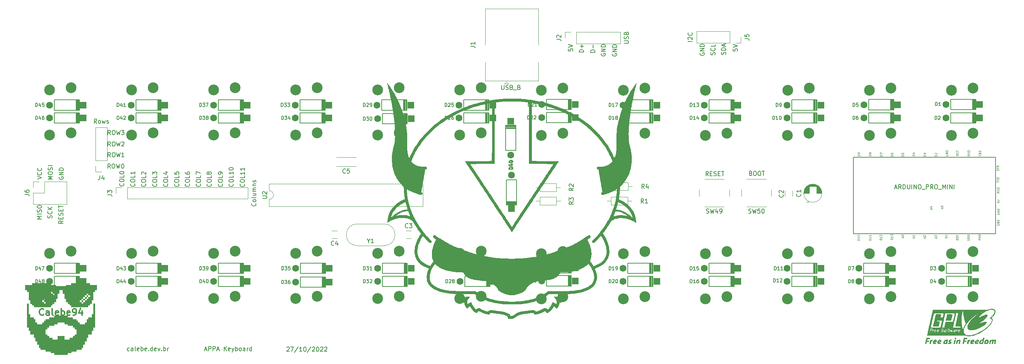
<source format=gbr>
%TF.GenerationSoftware,KiCad,Pcbnew,6.0.8+dfsg-1*%
%TF.CreationDate,2022-10-27T21:27:42-03:00*%
%TF.ProjectId,Calebe94,43616c65-6265-4393-942e-6b696361645f,rev?*%
%TF.SameCoordinates,Original*%
%TF.FileFunction,Legend,Top*%
%TF.FilePolarity,Positive*%
%FSLAX46Y46*%
G04 Gerber Fmt 4.6, Leading zero omitted, Abs format (unit mm)*
G04 Created by KiCad (PCBNEW 6.0.8+dfsg-1) date 2022-10-27 21:27:42*
%MOMM*%
%LPD*%
G01*
G04 APERTURE LIST*
%ADD10C,0.125000*%
%ADD11C,0.150000*%
%ADD12C,0.300000*%
%ADD13C,0.200000*%
%ADD14C,0.120000*%
%ADD15C,0.127000*%
%ADD16R,1.600000X1.600000*%
%ADD17C,1.600000*%
%ADD18C,2.500000*%
G04 APERTURE END LIST*
D10*
X266676190Y-90980952D02*
X266676190Y-90695238D01*
X267176190Y-90838095D02*
X266676190Y-90838095D01*
X266676190Y-90576190D02*
X267176190Y-90242857D01*
X266676190Y-90242857D02*
X267176190Y-90576190D01*
X267176190Y-90052380D02*
X266676190Y-90052380D01*
X266676190Y-89933333D01*
X266700000Y-89861904D01*
X266747619Y-89814285D01*
X266795238Y-89790476D01*
X266890476Y-89766666D01*
X266961904Y-89766666D01*
X267057142Y-89790476D01*
X267104761Y-89814285D01*
X267152380Y-89861904D01*
X267176190Y-89933333D01*
X267176190Y-90052380D01*
D11*
X81657142Y-91345238D02*
X81704761Y-91392857D01*
X81752380Y-91535714D01*
X81752380Y-91630952D01*
X81704761Y-91773809D01*
X81609523Y-91869047D01*
X81514285Y-91916666D01*
X81323809Y-91964285D01*
X81180952Y-91964285D01*
X80990476Y-91916666D01*
X80895238Y-91869047D01*
X80800000Y-91773809D01*
X80752380Y-91630952D01*
X80752380Y-91535714D01*
X80800000Y-91392857D01*
X80847619Y-91345238D01*
X80752380Y-90726190D02*
X80752380Y-90535714D01*
X80800000Y-90440476D01*
X80895238Y-90345238D01*
X81085714Y-90297619D01*
X81419047Y-90297619D01*
X81609523Y-90345238D01*
X81704761Y-90440476D01*
X81752380Y-90535714D01*
X81752380Y-90726190D01*
X81704761Y-90821428D01*
X81609523Y-90916666D01*
X81419047Y-90964285D01*
X81085714Y-90964285D01*
X80895238Y-90916666D01*
X80800000Y-90821428D01*
X80752380Y-90726190D01*
X81752380Y-89392857D02*
X81752380Y-89869047D01*
X80752380Y-89869047D01*
X80752380Y-89154761D02*
X80752380Y-88488095D01*
X81752380Y-88916666D01*
D10*
X247626190Y-84819047D02*
X247126190Y-84819047D01*
X247126190Y-84700000D01*
X247150000Y-84628571D01*
X247197619Y-84580952D01*
X247245238Y-84557142D01*
X247340476Y-84533333D01*
X247411904Y-84533333D01*
X247507142Y-84557142D01*
X247554761Y-84580952D01*
X247602380Y-84628571D01*
X247626190Y-84700000D01*
X247626190Y-84819047D01*
X247292857Y-84104761D02*
X247626190Y-84104761D01*
X247102380Y-84223809D02*
X247459523Y-84342857D01*
X247459523Y-84033333D01*
X242526190Y-104307142D02*
X242026190Y-104307142D01*
X242026190Y-104188095D01*
X242050000Y-104116666D01*
X242097619Y-104069047D01*
X242145238Y-104045238D01*
X242240476Y-104021428D01*
X242311904Y-104021428D01*
X242407142Y-104045238D01*
X242454761Y-104069047D01*
X242502380Y-104116666D01*
X242526190Y-104188095D01*
X242526190Y-104307142D01*
X242526190Y-103545238D02*
X242526190Y-103830952D01*
X242526190Y-103688095D02*
X242026190Y-103688095D01*
X242097619Y-103735714D01*
X242145238Y-103783333D01*
X242169047Y-103830952D01*
X242026190Y-103378571D02*
X242026190Y-103069047D01*
X242216666Y-103235714D01*
X242216666Y-103164285D01*
X242240476Y-103116666D01*
X242264285Y-103092857D01*
X242311904Y-103069047D01*
X242430952Y-103069047D01*
X242478571Y-103092857D01*
X242502380Y-103116666D01*
X242526190Y-103164285D01*
X242526190Y-103307142D01*
X242502380Y-103354761D01*
X242478571Y-103378571D01*
D11*
X43852380Y-90233333D02*
X44852380Y-89900000D01*
X43852380Y-89566666D01*
X44757142Y-88661904D02*
X44804761Y-88709523D01*
X44852380Y-88852380D01*
X44852380Y-88947619D01*
X44804761Y-89090476D01*
X44709523Y-89185714D01*
X44614285Y-89233333D01*
X44423809Y-89280952D01*
X44280952Y-89280952D01*
X44090476Y-89233333D01*
X43995238Y-89185714D01*
X43900000Y-89090476D01*
X43852380Y-88947619D01*
X43852380Y-88852380D01*
X43900000Y-88709523D01*
X43947619Y-88661904D01*
X44757142Y-87661904D02*
X44804761Y-87709523D01*
X44852380Y-87852380D01*
X44852380Y-87947619D01*
X44804761Y-88090476D01*
X44709523Y-88185714D01*
X44614285Y-88233333D01*
X44423809Y-88280952D01*
X44280952Y-88280952D01*
X44090476Y-88233333D01*
X43995238Y-88185714D01*
X43900000Y-88090476D01*
X43852380Y-87947619D01*
X43852380Y-87852380D01*
X43900000Y-87709523D01*
X43947619Y-87661904D01*
X86757142Y-91345238D02*
X86804761Y-91392857D01*
X86852380Y-91535714D01*
X86852380Y-91630952D01*
X86804761Y-91773809D01*
X86709523Y-91869047D01*
X86614285Y-91916666D01*
X86423809Y-91964285D01*
X86280952Y-91964285D01*
X86090476Y-91916666D01*
X85995238Y-91869047D01*
X85900000Y-91773809D01*
X85852380Y-91630952D01*
X85852380Y-91535714D01*
X85900000Y-91392857D01*
X85947619Y-91345238D01*
X85852380Y-90726190D02*
X85852380Y-90535714D01*
X85900000Y-90440476D01*
X85995238Y-90345238D01*
X86185714Y-90297619D01*
X86519047Y-90297619D01*
X86709523Y-90345238D01*
X86804761Y-90440476D01*
X86852380Y-90535714D01*
X86852380Y-90726190D01*
X86804761Y-90821428D01*
X86709523Y-90916666D01*
X86519047Y-90964285D01*
X86185714Y-90964285D01*
X85995238Y-90916666D01*
X85900000Y-90821428D01*
X85852380Y-90726190D01*
X86852380Y-89392857D02*
X86852380Y-89869047D01*
X85852380Y-89869047D01*
X86852380Y-89011904D02*
X86852380Y-88821428D01*
X86804761Y-88726190D01*
X86757142Y-88678571D01*
X86614285Y-88583333D01*
X86423809Y-88535714D01*
X86042857Y-88535714D01*
X85947619Y-88583333D01*
X85900000Y-88630952D01*
X85852380Y-88726190D01*
X85852380Y-88916666D01*
X85900000Y-89011904D01*
X85947619Y-89059523D01*
X86042857Y-89107142D01*
X86280952Y-89107142D01*
X86376190Y-89059523D01*
X86423809Y-89011904D01*
X86471428Y-88916666D01*
X86471428Y-88726190D01*
X86423809Y-88630952D01*
X86376190Y-88583333D01*
X86280952Y-88535714D01*
X68907142Y-91345238D02*
X68954761Y-91392857D01*
X69002380Y-91535714D01*
X69002380Y-91630952D01*
X68954761Y-91773809D01*
X68859523Y-91869047D01*
X68764285Y-91916666D01*
X68573809Y-91964285D01*
X68430952Y-91964285D01*
X68240476Y-91916666D01*
X68145238Y-91869047D01*
X68050000Y-91773809D01*
X68002380Y-91630952D01*
X68002380Y-91535714D01*
X68050000Y-91392857D01*
X68097619Y-91345238D01*
X68002380Y-90726190D02*
X68002380Y-90535714D01*
X68050000Y-90440476D01*
X68145238Y-90345238D01*
X68335714Y-90297619D01*
X68669047Y-90297619D01*
X68859523Y-90345238D01*
X68954761Y-90440476D01*
X69002380Y-90535714D01*
X69002380Y-90726190D01*
X68954761Y-90821428D01*
X68859523Y-90916666D01*
X68669047Y-90964285D01*
X68335714Y-90964285D01*
X68145238Y-90916666D01*
X68050000Y-90821428D01*
X68002380Y-90726190D01*
X69002380Y-89392857D02*
X69002380Y-89869047D01*
X68002380Y-89869047D01*
X68097619Y-89107142D02*
X68050000Y-89059523D01*
X68002380Y-88964285D01*
X68002380Y-88726190D01*
X68050000Y-88630952D01*
X68097619Y-88583333D01*
X68192857Y-88535714D01*
X68288095Y-88535714D01*
X68430952Y-88583333D01*
X69002380Y-89154761D01*
X69002380Y-88535714D01*
D10*
X251483333Y-97257142D02*
X251483333Y-97019047D01*
X251626190Y-97304761D02*
X251126190Y-97138095D01*
X251626190Y-96971428D01*
X251292857Y-96590476D02*
X251626190Y-96590476D01*
X251102380Y-96709523D02*
X251459523Y-96828571D01*
X251459523Y-96519047D01*
D11*
X197800000Y-60911904D02*
X197752380Y-61007142D01*
X197752380Y-61150000D01*
X197800000Y-61292857D01*
X197895238Y-61388095D01*
X197990476Y-61435714D01*
X198180952Y-61483333D01*
X198323809Y-61483333D01*
X198514285Y-61435714D01*
X198609523Y-61388095D01*
X198704761Y-61292857D01*
X198752380Y-61150000D01*
X198752380Y-61054761D01*
X198704761Y-60911904D01*
X198657142Y-60864285D01*
X198323809Y-60864285D01*
X198323809Y-61054761D01*
X198752380Y-60435714D02*
X197752380Y-60435714D01*
X198752380Y-59864285D01*
X197752380Y-59864285D01*
X198752380Y-59388095D02*
X197752380Y-59388095D01*
X197752380Y-59150000D01*
X197800000Y-59007142D01*
X197895238Y-58911904D01*
X197990476Y-58864285D01*
X198180952Y-58816666D01*
X198323809Y-58816666D01*
X198514285Y-58864285D01*
X198609523Y-58911904D01*
X198704761Y-59007142D01*
X198752380Y-59150000D01*
X198752380Y-59388095D01*
X63857142Y-91245238D02*
X63904761Y-91292857D01*
X63952380Y-91435714D01*
X63952380Y-91530952D01*
X63904761Y-91673809D01*
X63809523Y-91769047D01*
X63714285Y-91816666D01*
X63523809Y-91864285D01*
X63380952Y-91864285D01*
X63190476Y-91816666D01*
X63095238Y-91769047D01*
X63000000Y-91673809D01*
X62952380Y-91530952D01*
X62952380Y-91435714D01*
X63000000Y-91292857D01*
X63047619Y-91245238D01*
X62952380Y-90626190D02*
X62952380Y-90435714D01*
X63000000Y-90340476D01*
X63095238Y-90245238D01*
X63285714Y-90197619D01*
X63619047Y-90197619D01*
X63809523Y-90245238D01*
X63904761Y-90340476D01*
X63952380Y-90435714D01*
X63952380Y-90626190D01*
X63904761Y-90721428D01*
X63809523Y-90816666D01*
X63619047Y-90864285D01*
X63285714Y-90864285D01*
X63095238Y-90816666D01*
X63000000Y-90721428D01*
X62952380Y-90626190D01*
X63952380Y-89292857D02*
X63952380Y-89769047D01*
X62952380Y-89769047D01*
X62952380Y-88769047D02*
X62952380Y-88673809D01*
X63000000Y-88578571D01*
X63047619Y-88530952D01*
X63142857Y-88483333D01*
X63333333Y-88435714D01*
X63571428Y-88435714D01*
X63761904Y-88483333D01*
X63857142Y-88530952D01*
X63904761Y-88578571D01*
X63952380Y-88673809D01*
X63952380Y-88769047D01*
X63904761Y-88864285D01*
X63857142Y-88911904D01*
X63761904Y-88959523D01*
X63571428Y-89007142D01*
X63333333Y-89007142D01*
X63142857Y-88959523D01*
X63047619Y-88911904D01*
X63000000Y-88864285D01*
X62952380Y-88769047D01*
X71507142Y-91345238D02*
X71554761Y-91392857D01*
X71602380Y-91535714D01*
X71602380Y-91630952D01*
X71554761Y-91773809D01*
X71459523Y-91869047D01*
X71364285Y-91916666D01*
X71173809Y-91964285D01*
X71030952Y-91964285D01*
X70840476Y-91916666D01*
X70745238Y-91869047D01*
X70650000Y-91773809D01*
X70602380Y-91630952D01*
X70602380Y-91535714D01*
X70650000Y-91392857D01*
X70697619Y-91345238D01*
X70602380Y-90726190D02*
X70602380Y-90535714D01*
X70650000Y-90440476D01*
X70745238Y-90345238D01*
X70935714Y-90297619D01*
X71269047Y-90297619D01*
X71459523Y-90345238D01*
X71554761Y-90440476D01*
X71602380Y-90535714D01*
X71602380Y-90726190D01*
X71554761Y-90821428D01*
X71459523Y-90916666D01*
X71269047Y-90964285D01*
X70935714Y-90964285D01*
X70745238Y-90916666D01*
X70650000Y-90821428D01*
X70602380Y-90726190D01*
X71602380Y-89392857D02*
X71602380Y-89869047D01*
X70602380Y-89869047D01*
X70602380Y-89154761D02*
X70602380Y-88535714D01*
X70983333Y-88869047D01*
X70983333Y-88726190D01*
X71030952Y-88630952D01*
X71078571Y-88583333D01*
X71173809Y-88535714D01*
X71411904Y-88535714D01*
X71507142Y-88583333D01*
X71554761Y-88630952D01*
X71602380Y-88726190D01*
X71602380Y-89011904D01*
X71554761Y-89107142D01*
X71507142Y-89154761D01*
D10*
X266750000Y-100730952D02*
X266726190Y-100778571D01*
X266726190Y-100850000D01*
X266750000Y-100921428D01*
X266797619Y-100969047D01*
X266845238Y-100992857D01*
X266940476Y-101016666D01*
X267011904Y-101016666D01*
X267107142Y-100992857D01*
X267154761Y-100969047D01*
X267202380Y-100921428D01*
X267226190Y-100850000D01*
X267226190Y-100802380D01*
X267202380Y-100730952D01*
X267178571Y-100707142D01*
X267011904Y-100707142D01*
X267011904Y-100802380D01*
X267226190Y-100492857D02*
X266726190Y-100492857D01*
X267226190Y-100207142D01*
X266726190Y-100207142D01*
X267226190Y-99969047D02*
X266726190Y-99969047D01*
X266726190Y-99850000D01*
X266750000Y-99778571D01*
X266797619Y-99730952D01*
X266845238Y-99707142D01*
X266940476Y-99683333D01*
X267011904Y-99683333D01*
X267107142Y-99707142D01*
X267154761Y-99730952D01*
X267202380Y-99778571D01*
X267226190Y-99850000D01*
X267226190Y-99969047D01*
D11*
X74057142Y-91345238D02*
X74104761Y-91392857D01*
X74152380Y-91535714D01*
X74152380Y-91630952D01*
X74104761Y-91773809D01*
X74009523Y-91869047D01*
X73914285Y-91916666D01*
X73723809Y-91964285D01*
X73580952Y-91964285D01*
X73390476Y-91916666D01*
X73295238Y-91869047D01*
X73200000Y-91773809D01*
X73152380Y-91630952D01*
X73152380Y-91535714D01*
X73200000Y-91392857D01*
X73247619Y-91345238D01*
X73152380Y-90726190D02*
X73152380Y-90535714D01*
X73200000Y-90440476D01*
X73295238Y-90345238D01*
X73485714Y-90297619D01*
X73819047Y-90297619D01*
X74009523Y-90345238D01*
X74104761Y-90440476D01*
X74152380Y-90535714D01*
X74152380Y-90726190D01*
X74104761Y-90821428D01*
X74009523Y-90916666D01*
X73819047Y-90964285D01*
X73485714Y-90964285D01*
X73295238Y-90916666D01*
X73200000Y-90821428D01*
X73152380Y-90726190D01*
X74152380Y-89392857D02*
X74152380Y-89869047D01*
X73152380Y-89869047D01*
X73485714Y-88630952D02*
X74152380Y-88630952D01*
X73104761Y-88869047D02*
X73819047Y-89107142D01*
X73819047Y-88488095D01*
X79107142Y-91345238D02*
X79154761Y-91392857D01*
X79202380Y-91535714D01*
X79202380Y-91630952D01*
X79154761Y-91773809D01*
X79059523Y-91869047D01*
X78964285Y-91916666D01*
X78773809Y-91964285D01*
X78630952Y-91964285D01*
X78440476Y-91916666D01*
X78345238Y-91869047D01*
X78250000Y-91773809D01*
X78202380Y-91630952D01*
X78202380Y-91535714D01*
X78250000Y-91392857D01*
X78297619Y-91345238D01*
X78202380Y-90726190D02*
X78202380Y-90535714D01*
X78250000Y-90440476D01*
X78345238Y-90345238D01*
X78535714Y-90297619D01*
X78869047Y-90297619D01*
X79059523Y-90345238D01*
X79154761Y-90440476D01*
X79202380Y-90535714D01*
X79202380Y-90726190D01*
X79154761Y-90821428D01*
X79059523Y-90916666D01*
X78869047Y-90964285D01*
X78535714Y-90964285D01*
X78345238Y-90916666D01*
X78250000Y-90821428D01*
X78202380Y-90726190D01*
X79202380Y-89392857D02*
X79202380Y-89869047D01*
X78202380Y-89869047D01*
X78202380Y-88630952D02*
X78202380Y-88821428D01*
X78250000Y-88916666D01*
X78297619Y-88964285D01*
X78440476Y-89059523D01*
X78630952Y-89107142D01*
X79011904Y-89107142D01*
X79107142Y-89059523D01*
X79154761Y-89011904D01*
X79202380Y-88916666D01*
X79202380Y-88726190D01*
X79154761Y-88630952D01*
X79107142Y-88583333D01*
X79011904Y-88535714D01*
X78773809Y-88535714D01*
X78678571Y-88583333D01*
X78630952Y-88630952D01*
X78583333Y-88726190D01*
X78583333Y-88916666D01*
X78630952Y-89011904D01*
X78678571Y-89059523D01*
X78773809Y-89107142D01*
D10*
X252583333Y-104007142D02*
X252583333Y-103769047D01*
X252726190Y-104054761D02*
X252226190Y-103888095D01*
X252726190Y-103721428D01*
X252226190Y-103602380D02*
X252226190Y-103292857D01*
X252416666Y-103459523D01*
X252416666Y-103388095D01*
X252440476Y-103340476D01*
X252464285Y-103316666D01*
X252511904Y-103292857D01*
X252630952Y-103292857D01*
X252678571Y-103316666D01*
X252702380Y-103340476D01*
X252726190Y-103388095D01*
X252726190Y-103530952D01*
X252702380Y-103578571D01*
X252678571Y-103602380D01*
X257776190Y-84473809D02*
X257538095Y-84640476D01*
X257776190Y-84759523D02*
X257276190Y-84759523D01*
X257276190Y-84569047D01*
X257300000Y-84521428D01*
X257323809Y-84497619D01*
X257371428Y-84473809D01*
X257442857Y-84473809D01*
X257490476Y-84497619D01*
X257514285Y-84521428D01*
X257538095Y-84569047D01*
X257538095Y-84759523D01*
X257752380Y-84283333D02*
X257776190Y-84211904D01*
X257776190Y-84092857D01*
X257752380Y-84045238D01*
X257728571Y-84021428D01*
X257680952Y-83997619D01*
X257633333Y-83997619D01*
X257585714Y-84021428D01*
X257561904Y-84045238D01*
X257538095Y-84092857D01*
X257514285Y-84188095D01*
X257490476Y-84235714D01*
X257466666Y-84259523D01*
X257419047Y-84283333D01*
X257371428Y-84283333D01*
X257323809Y-84259523D01*
X257300000Y-84235714D01*
X257276190Y-84188095D01*
X257276190Y-84069047D01*
X257300000Y-83997619D01*
X257276190Y-83854761D02*
X257276190Y-83569047D01*
X257776190Y-83711904D02*
X257276190Y-83711904D01*
X247433333Y-103957142D02*
X247433333Y-103719047D01*
X247576190Y-104004761D02*
X247076190Y-103838095D01*
X247576190Y-103671428D01*
X247576190Y-103242857D02*
X247576190Y-103528571D01*
X247576190Y-103385714D02*
X247076190Y-103385714D01*
X247147619Y-103433333D01*
X247195238Y-103480952D01*
X247219047Y-103528571D01*
X245076190Y-84869047D02*
X244576190Y-84869047D01*
X244576190Y-84750000D01*
X244600000Y-84678571D01*
X244647619Y-84630952D01*
X244695238Y-84607142D01*
X244790476Y-84583333D01*
X244861904Y-84583333D01*
X244957142Y-84607142D01*
X245004761Y-84630952D01*
X245052380Y-84678571D01*
X245076190Y-84750000D01*
X245076190Y-84869047D01*
X244576190Y-84130952D02*
X244576190Y-84369047D01*
X244814285Y-84392857D01*
X244790476Y-84369047D01*
X244766666Y-84321428D01*
X244766666Y-84202380D01*
X244790476Y-84154761D01*
X244814285Y-84130952D01*
X244861904Y-84107142D01*
X244980952Y-84107142D01*
X245028571Y-84130952D01*
X245052380Y-84154761D01*
X245076190Y-84202380D01*
X245076190Y-84321428D01*
X245052380Y-84369047D01*
X245028571Y-84392857D01*
X266776190Y-95445238D02*
X266776190Y-95683333D01*
X267014285Y-95707142D01*
X266990476Y-95683333D01*
X266966666Y-95635714D01*
X266966666Y-95516666D01*
X266990476Y-95469047D01*
X267014285Y-95445238D01*
X267061904Y-95421428D01*
X267180952Y-95421428D01*
X267228571Y-95445238D01*
X267252380Y-95469047D01*
X267276190Y-95516666D01*
X267276190Y-95635714D01*
X267252380Y-95683333D01*
X267228571Y-95707142D01*
X266776190Y-95278571D02*
X267276190Y-95111904D01*
X266776190Y-94945238D01*
X262876190Y-104095238D02*
X262638095Y-104261904D01*
X262876190Y-104380952D02*
X262376190Y-104380952D01*
X262376190Y-104190476D01*
X262400000Y-104142857D01*
X262423809Y-104119047D01*
X262471428Y-104095238D01*
X262542857Y-104095238D01*
X262590476Y-104119047D01*
X262614285Y-104142857D01*
X262638095Y-104190476D01*
X262638095Y-104380952D01*
X262733333Y-103904761D02*
X262733333Y-103666666D01*
X262876190Y-103952380D02*
X262376190Y-103785714D01*
X262876190Y-103619047D01*
X262376190Y-103500000D02*
X262876190Y-103380952D01*
X262519047Y-103285714D01*
X262876190Y-103190476D01*
X262376190Y-103071428D01*
D11*
X60788095Y-87702380D02*
X60454761Y-87226190D01*
X60216666Y-87702380D02*
X60216666Y-86702380D01*
X60597619Y-86702380D01*
X60692857Y-86750000D01*
X60740476Y-86797619D01*
X60788095Y-86892857D01*
X60788095Y-87035714D01*
X60740476Y-87130952D01*
X60692857Y-87178571D01*
X60597619Y-87226190D01*
X60216666Y-87226190D01*
X61407142Y-86702380D02*
X61597619Y-86702380D01*
X61692857Y-86750000D01*
X61788095Y-86845238D01*
X61835714Y-87035714D01*
X61835714Y-87369047D01*
X61788095Y-87559523D01*
X61692857Y-87654761D01*
X61597619Y-87702380D01*
X61407142Y-87702380D01*
X61311904Y-87654761D01*
X61216666Y-87559523D01*
X61169047Y-87369047D01*
X61169047Y-87035714D01*
X61216666Y-86845238D01*
X61311904Y-86750000D01*
X61407142Y-86702380D01*
X62169047Y-86702380D02*
X62407142Y-87702380D01*
X62597619Y-86988095D01*
X62788095Y-87702380D01*
X63026190Y-86702380D01*
X63597619Y-86702380D02*
X63692857Y-86702380D01*
X63788095Y-86750000D01*
X63835714Y-86797619D01*
X63883333Y-86892857D01*
X63930952Y-87083333D01*
X63930952Y-87321428D01*
X63883333Y-87511904D01*
X63835714Y-87607142D01*
X63788095Y-87654761D01*
X63692857Y-87702380D01*
X63597619Y-87702380D01*
X63502380Y-87654761D01*
X63454761Y-87607142D01*
X63407142Y-87511904D01*
X63359523Y-87321428D01*
X63359523Y-87083333D01*
X63407142Y-86892857D01*
X63454761Y-86797619D01*
X63502380Y-86750000D01*
X63597619Y-86702380D01*
X101783333Y-129397619D02*
X101830952Y-129350000D01*
X101926190Y-129302380D01*
X102164285Y-129302380D01*
X102259523Y-129350000D01*
X102307142Y-129397619D01*
X102354761Y-129492857D01*
X102354761Y-129588095D01*
X102307142Y-129730952D01*
X101735714Y-130302380D01*
X102354761Y-130302380D01*
X102688095Y-129302380D02*
X103354761Y-129302380D01*
X102926190Y-130302380D01*
X104450000Y-129254761D02*
X103592857Y-130540476D01*
X105307142Y-130302380D02*
X104735714Y-130302380D01*
X105021428Y-130302380D02*
X105021428Y-129302380D01*
X104926190Y-129445238D01*
X104830952Y-129540476D01*
X104735714Y-129588095D01*
X105926190Y-129302380D02*
X106021428Y-129302380D01*
X106116666Y-129350000D01*
X106164285Y-129397619D01*
X106211904Y-129492857D01*
X106259523Y-129683333D01*
X106259523Y-129921428D01*
X106211904Y-130111904D01*
X106164285Y-130207142D01*
X106116666Y-130254761D01*
X106021428Y-130302380D01*
X105926190Y-130302380D01*
X105830952Y-130254761D01*
X105783333Y-130207142D01*
X105735714Y-130111904D01*
X105688095Y-129921428D01*
X105688095Y-129683333D01*
X105735714Y-129492857D01*
X105783333Y-129397619D01*
X105830952Y-129350000D01*
X105926190Y-129302380D01*
X107402380Y-129254761D02*
X106545238Y-130540476D01*
X107688095Y-129397619D02*
X107735714Y-129350000D01*
X107830952Y-129302380D01*
X108069047Y-129302380D01*
X108164285Y-129350000D01*
X108211904Y-129397619D01*
X108259523Y-129492857D01*
X108259523Y-129588095D01*
X108211904Y-129730952D01*
X107640476Y-130302380D01*
X108259523Y-130302380D01*
X108878571Y-129302380D02*
X108973809Y-129302380D01*
X109069047Y-129350000D01*
X109116666Y-129397619D01*
X109164285Y-129492857D01*
X109211904Y-129683333D01*
X109211904Y-129921428D01*
X109164285Y-130111904D01*
X109116666Y-130207142D01*
X109069047Y-130254761D01*
X108973809Y-130302380D01*
X108878571Y-130302380D01*
X108783333Y-130254761D01*
X108735714Y-130207142D01*
X108688095Y-130111904D01*
X108640476Y-129921428D01*
X108640476Y-129683333D01*
X108688095Y-129492857D01*
X108735714Y-129397619D01*
X108783333Y-129350000D01*
X108878571Y-129302380D01*
X109592857Y-129397619D02*
X109640476Y-129350000D01*
X109735714Y-129302380D01*
X109973809Y-129302380D01*
X110069047Y-129350000D01*
X110116666Y-129397619D01*
X110164285Y-129492857D01*
X110164285Y-129588095D01*
X110116666Y-129730952D01*
X109545238Y-130302380D01*
X110164285Y-130302380D01*
X110545238Y-129397619D02*
X110592857Y-129350000D01*
X110688095Y-129302380D01*
X110926190Y-129302380D01*
X111021428Y-129350000D01*
X111069047Y-129397619D01*
X111116666Y-129492857D01*
X111116666Y-129588095D01*
X111069047Y-129730952D01*
X110497619Y-130302380D01*
X111116666Y-130302380D01*
X167202380Y-59940476D02*
X167202380Y-60416666D01*
X167678571Y-60464285D01*
X167630952Y-60416666D01*
X167583333Y-60321428D01*
X167583333Y-60083333D01*
X167630952Y-59988095D01*
X167678571Y-59940476D01*
X167773809Y-59892857D01*
X168011904Y-59892857D01*
X168107142Y-59940476D01*
X168154761Y-59988095D01*
X168202380Y-60083333D01*
X168202380Y-60321428D01*
X168154761Y-60416666D01*
X168107142Y-60464285D01*
X167202380Y-59607142D02*
X168202380Y-59273809D01*
X167202380Y-58940476D01*
D10*
X267176190Y-88221428D02*
X266676190Y-88221428D01*
X266676190Y-88102380D01*
X266700000Y-88030952D01*
X266747619Y-87983333D01*
X266795238Y-87959523D01*
X266890476Y-87935714D01*
X266961904Y-87935714D01*
X267057142Y-87959523D01*
X267104761Y-87983333D01*
X267152380Y-88030952D01*
X267176190Y-88102380D01*
X267176190Y-88221428D01*
X266676190Y-87792857D02*
X266676190Y-87507142D01*
X267176190Y-87650000D02*
X266676190Y-87650000D01*
X267176190Y-87054761D02*
X266938095Y-87221428D01*
X267176190Y-87340476D02*
X266676190Y-87340476D01*
X266676190Y-87150000D01*
X266700000Y-87102380D01*
X266723809Y-87078571D01*
X266771428Y-87054761D01*
X266842857Y-87054761D01*
X266890476Y-87078571D01*
X266914285Y-87102380D01*
X266938095Y-87150000D01*
X266938095Y-87340476D01*
X250176190Y-84869047D02*
X249676190Y-84869047D01*
X249676190Y-84750000D01*
X249700000Y-84678571D01*
X249747619Y-84630952D01*
X249795238Y-84607142D01*
X249890476Y-84583333D01*
X249961904Y-84583333D01*
X250057142Y-84607142D01*
X250104761Y-84630952D01*
X250152380Y-84678571D01*
X250176190Y-84750000D01*
X250176190Y-84869047D01*
X249676190Y-84416666D02*
X249676190Y-84107142D01*
X249866666Y-84273809D01*
X249866666Y-84202380D01*
X249890476Y-84154761D01*
X249914285Y-84130952D01*
X249961904Y-84107142D01*
X250080952Y-84107142D01*
X250128571Y-84130952D01*
X250152380Y-84154761D01*
X250176190Y-84202380D01*
X250176190Y-84345238D01*
X250152380Y-84392857D01*
X250128571Y-84416666D01*
X234876190Y-84819047D02*
X234376190Y-84819047D01*
X234376190Y-84700000D01*
X234400000Y-84628571D01*
X234447619Y-84580952D01*
X234495238Y-84557142D01*
X234590476Y-84533333D01*
X234661904Y-84533333D01*
X234757142Y-84557142D01*
X234804761Y-84580952D01*
X234852380Y-84628571D01*
X234876190Y-84700000D01*
X234876190Y-84819047D01*
X234876190Y-84295238D02*
X234876190Y-84200000D01*
X234852380Y-84152380D01*
X234828571Y-84128571D01*
X234757142Y-84080952D01*
X234661904Y-84057142D01*
X234471428Y-84057142D01*
X234423809Y-84080952D01*
X234400000Y-84104761D01*
X234376190Y-84152380D01*
X234376190Y-84247619D01*
X234400000Y-84295238D01*
X234423809Y-84319047D01*
X234471428Y-84342857D01*
X234590476Y-84342857D01*
X234638095Y-84319047D01*
X234661904Y-84295238D01*
X234685714Y-84247619D01*
X234685714Y-84152380D01*
X234661904Y-84104761D01*
X234638095Y-84080952D01*
X234590476Y-84057142D01*
X237476190Y-104457142D02*
X236976190Y-104457142D01*
X236976190Y-104338095D01*
X237000000Y-104266666D01*
X237047619Y-104219047D01*
X237095238Y-104195238D01*
X237190476Y-104171428D01*
X237261904Y-104171428D01*
X237357142Y-104195238D01*
X237404761Y-104219047D01*
X237452380Y-104266666D01*
X237476190Y-104338095D01*
X237476190Y-104457142D01*
X237476190Y-103695238D02*
X237476190Y-103980952D01*
X237476190Y-103838095D02*
X236976190Y-103838095D01*
X237047619Y-103885714D01*
X237095238Y-103933333D01*
X237119047Y-103980952D01*
X237476190Y-103219047D02*
X237476190Y-103504761D01*
X237476190Y-103361904D02*
X236976190Y-103361904D01*
X237047619Y-103409523D01*
X237095238Y-103457142D01*
X237119047Y-103504761D01*
X254033333Y-97107142D02*
X254033333Y-96869047D01*
X254176190Y-97154761D02*
X253676190Y-96988095D01*
X254176190Y-96821428D01*
X253676190Y-96416666D02*
X253676190Y-96654761D01*
X253914285Y-96678571D01*
X253890476Y-96654761D01*
X253866666Y-96607142D01*
X253866666Y-96488095D01*
X253890476Y-96440476D01*
X253914285Y-96416666D01*
X253961904Y-96392857D01*
X254080952Y-96392857D01*
X254128571Y-96416666D01*
X254152380Y-96440476D01*
X254176190Y-96488095D01*
X254176190Y-96607142D01*
X254152380Y-96654761D01*
X254128571Y-96678571D01*
X237476190Y-84819047D02*
X236976190Y-84819047D01*
X236976190Y-84700000D01*
X237000000Y-84628571D01*
X237047619Y-84580952D01*
X237095238Y-84557142D01*
X237190476Y-84533333D01*
X237261904Y-84533333D01*
X237357142Y-84557142D01*
X237404761Y-84580952D01*
X237452380Y-84628571D01*
X237476190Y-84700000D01*
X237476190Y-84819047D01*
X237190476Y-84247619D02*
X237166666Y-84295238D01*
X237142857Y-84319047D01*
X237095238Y-84342857D01*
X237071428Y-84342857D01*
X237023809Y-84319047D01*
X237000000Y-84295238D01*
X236976190Y-84247619D01*
X236976190Y-84152380D01*
X237000000Y-84104761D01*
X237023809Y-84080952D01*
X237071428Y-84057142D01*
X237095238Y-84057142D01*
X237142857Y-84080952D01*
X237166666Y-84104761D01*
X237190476Y-84152380D01*
X237190476Y-84247619D01*
X237214285Y-84295238D01*
X237238095Y-84319047D01*
X237285714Y-84342857D01*
X237380952Y-84342857D01*
X237428571Y-84319047D01*
X237452380Y-84295238D01*
X237476190Y-84247619D01*
X237476190Y-84152380D01*
X237452380Y-84104761D01*
X237428571Y-84080952D01*
X237380952Y-84057142D01*
X237285714Y-84057142D01*
X237238095Y-84080952D01*
X237214285Y-84104761D01*
X237190476Y-84152380D01*
X260376190Y-84483333D02*
X260138095Y-84650000D01*
X260376190Y-84769047D02*
X259876190Y-84769047D01*
X259876190Y-84578571D01*
X259900000Y-84530952D01*
X259923809Y-84507142D01*
X259971428Y-84483333D01*
X260042857Y-84483333D01*
X260090476Y-84507142D01*
X260114285Y-84530952D01*
X260138095Y-84578571D01*
X260138095Y-84769047D01*
X259876190Y-84316666D02*
X260376190Y-83983333D01*
X259876190Y-83983333D02*
X260376190Y-84316666D01*
X260376190Y-83792857D02*
X259876190Y-83792857D01*
X259876190Y-83673809D01*
X259900000Y-83602380D01*
X259947619Y-83554761D01*
X259995238Y-83530952D01*
X260090476Y-83507142D01*
X260161904Y-83507142D01*
X260257142Y-83530952D01*
X260304761Y-83554761D01*
X260352380Y-83602380D01*
X260376190Y-83673809D01*
X260376190Y-83792857D01*
X249983333Y-104007142D02*
X249983333Y-103769047D01*
X250126190Y-104054761D02*
X249626190Y-103888095D01*
X250126190Y-103721428D01*
X249673809Y-103578571D02*
X249650000Y-103554761D01*
X249626190Y-103507142D01*
X249626190Y-103388095D01*
X249650000Y-103340476D01*
X249673809Y-103316666D01*
X249721428Y-103292857D01*
X249769047Y-103292857D01*
X249840476Y-103316666D01*
X250126190Y-103602380D01*
X250126190Y-103292857D01*
D11*
X49802380Y-99952380D02*
X49326190Y-100285714D01*
X49802380Y-100523809D02*
X48802380Y-100523809D01*
X48802380Y-100142857D01*
X48850000Y-100047619D01*
X48897619Y-100000000D01*
X48992857Y-99952380D01*
X49135714Y-99952380D01*
X49230952Y-100000000D01*
X49278571Y-100047619D01*
X49326190Y-100142857D01*
X49326190Y-100523809D01*
X49278571Y-99523809D02*
X49278571Y-99190476D01*
X49802380Y-99047619D02*
X49802380Y-99523809D01*
X48802380Y-99523809D01*
X48802380Y-99047619D01*
X49754761Y-98666666D02*
X49802380Y-98523809D01*
X49802380Y-98285714D01*
X49754761Y-98190476D01*
X49707142Y-98142857D01*
X49611904Y-98095238D01*
X49516666Y-98095238D01*
X49421428Y-98142857D01*
X49373809Y-98190476D01*
X49326190Y-98285714D01*
X49278571Y-98476190D01*
X49230952Y-98571428D01*
X49183333Y-98619047D01*
X49088095Y-98666666D01*
X48992857Y-98666666D01*
X48897619Y-98619047D01*
X48850000Y-98571428D01*
X48802380Y-98476190D01*
X48802380Y-98238095D01*
X48850000Y-98095238D01*
X49278571Y-97666666D02*
X49278571Y-97333333D01*
X49802380Y-97190476D02*
X49802380Y-97666666D01*
X48802380Y-97666666D01*
X48802380Y-97190476D01*
X48802380Y-96904761D02*
X48802380Y-96333333D01*
X49802380Y-96619047D02*
X48802380Y-96619047D01*
X173342767Y-60730952D02*
X172342767Y-60730952D01*
X172342767Y-60492857D01*
X172390387Y-60350000D01*
X172485625Y-60254761D01*
X172580863Y-60207142D01*
X172771339Y-60159523D01*
X172914196Y-60159523D01*
X173104672Y-60207142D01*
X173199910Y-60254761D01*
X173295148Y-60350000D01*
X173342767Y-60492857D01*
X173342767Y-60730952D01*
X172961815Y-59730952D02*
X172961815Y-58969047D01*
D10*
X257726190Y-104123809D02*
X257488095Y-104290476D01*
X257726190Y-104409523D02*
X257226190Y-104409523D01*
X257226190Y-104219047D01*
X257250000Y-104171428D01*
X257273809Y-104147619D01*
X257321428Y-104123809D01*
X257392857Y-104123809D01*
X257440476Y-104147619D01*
X257464285Y-104171428D01*
X257488095Y-104219047D01*
X257488095Y-104409523D01*
X257702380Y-103933333D02*
X257726190Y-103861904D01*
X257726190Y-103742857D01*
X257702380Y-103695238D01*
X257678571Y-103671428D01*
X257630952Y-103647619D01*
X257583333Y-103647619D01*
X257535714Y-103671428D01*
X257511904Y-103695238D01*
X257488095Y-103742857D01*
X257464285Y-103838095D01*
X257440476Y-103885714D01*
X257416666Y-103909523D01*
X257369047Y-103933333D01*
X257321428Y-103933333D01*
X257273809Y-103909523D01*
X257250000Y-103885714D01*
X257226190Y-103838095D01*
X257226190Y-103719047D01*
X257250000Y-103647619D01*
X257226190Y-103504761D02*
X257226190Y-103219047D01*
X257726190Y-103361904D02*
X257226190Y-103361904D01*
X234776190Y-104457142D02*
X234276190Y-104457142D01*
X234276190Y-104338095D01*
X234300000Y-104266666D01*
X234347619Y-104219047D01*
X234395238Y-104195238D01*
X234490476Y-104171428D01*
X234561904Y-104171428D01*
X234657142Y-104195238D01*
X234704761Y-104219047D01*
X234752380Y-104266666D01*
X234776190Y-104338095D01*
X234776190Y-104457142D01*
X234776190Y-103695238D02*
X234776190Y-103980952D01*
X234776190Y-103838095D02*
X234276190Y-103838095D01*
X234347619Y-103885714D01*
X234395238Y-103933333D01*
X234419047Y-103980952D01*
X234276190Y-103385714D02*
X234276190Y-103338095D01*
X234300000Y-103290476D01*
X234323809Y-103266666D01*
X234371428Y-103242857D01*
X234466666Y-103219047D01*
X234585714Y-103219047D01*
X234680952Y-103242857D01*
X234728571Y-103266666D01*
X234752380Y-103290476D01*
X234776190Y-103338095D01*
X234776190Y-103385714D01*
X234752380Y-103433333D01*
X234728571Y-103457142D01*
X234680952Y-103480952D01*
X234585714Y-103504761D01*
X234466666Y-103504761D01*
X234371428Y-103480952D01*
X234323809Y-103457142D01*
X234300000Y-103433333D01*
X234276190Y-103385714D01*
X242576190Y-84869047D02*
X242076190Y-84869047D01*
X242076190Y-84750000D01*
X242100000Y-84678571D01*
X242147619Y-84630952D01*
X242195238Y-84607142D01*
X242290476Y-84583333D01*
X242361904Y-84583333D01*
X242457142Y-84607142D01*
X242504761Y-84630952D01*
X242552380Y-84678571D01*
X242576190Y-84750000D01*
X242576190Y-84869047D01*
X242076190Y-84154761D02*
X242076190Y-84250000D01*
X242100000Y-84297619D01*
X242123809Y-84321428D01*
X242195238Y-84369047D01*
X242290476Y-84392857D01*
X242480952Y-84392857D01*
X242528571Y-84369047D01*
X242552380Y-84345238D01*
X242576190Y-84297619D01*
X242576190Y-84202380D01*
X242552380Y-84154761D01*
X242528571Y-84130952D01*
X242480952Y-84107142D01*
X242361904Y-84107142D01*
X242314285Y-84130952D01*
X242290476Y-84154761D01*
X242266666Y-84202380D01*
X242266666Y-84297619D01*
X242290476Y-84345238D01*
X242314285Y-84369047D01*
X242361904Y-84392857D01*
X254676190Y-103695238D02*
X254676190Y-103933333D01*
X254914285Y-103957142D01*
X254890476Y-103933333D01*
X254866666Y-103885714D01*
X254866666Y-103766666D01*
X254890476Y-103719047D01*
X254914285Y-103695238D01*
X254961904Y-103671428D01*
X255080952Y-103671428D01*
X255128571Y-103695238D01*
X255152380Y-103719047D01*
X255176190Y-103766666D01*
X255176190Y-103885714D01*
X255152380Y-103933333D01*
X255128571Y-103957142D01*
X254676190Y-103528571D02*
X255176190Y-103361904D01*
X254676190Y-103195238D01*
D11*
X82723809Y-129866666D02*
X83200000Y-129866666D01*
X82628571Y-130152380D02*
X82961904Y-129152380D01*
X83295238Y-130152380D01*
X83628571Y-130152380D02*
X83628571Y-129152380D01*
X84009523Y-129152380D01*
X84104761Y-129200000D01*
X84152380Y-129247619D01*
X84200000Y-129342857D01*
X84200000Y-129485714D01*
X84152380Y-129580952D01*
X84104761Y-129628571D01*
X84009523Y-129676190D01*
X83628571Y-129676190D01*
X84628571Y-130152380D02*
X84628571Y-129152380D01*
X85009523Y-129152380D01*
X85104761Y-129200000D01*
X85152380Y-129247619D01*
X85200000Y-129342857D01*
X85200000Y-129485714D01*
X85152380Y-129580952D01*
X85104761Y-129628571D01*
X85009523Y-129676190D01*
X84628571Y-129676190D01*
X85580952Y-129866666D02*
X86057142Y-129866666D01*
X85485714Y-130152380D02*
X85819047Y-129152380D01*
X86152380Y-130152380D01*
X87247619Y-130152380D02*
X87247619Y-129152380D01*
X87819047Y-130152380D02*
X87390476Y-129580952D01*
X87819047Y-129152380D02*
X87247619Y-129723809D01*
X88628571Y-130104761D02*
X88533333Y-130152380D01*
X88342857Y-130152380D01*
X88247619Y-130104761D01*
X88200000Y-130009523D01*
X88200000Y-129628571D01*
X88247619Y-129533333D01*
X88342857Y-129485714D01*
X88533333Y-129485714D01*
X88628571Y-129533333D01*
X88676190Y-129628571D01*
X88676190Y-129723809D01*
X88200000Y-129819047D01*
X89009523Y-129485714D02*
X89247619Y-130152380D01*
X89485714Y-129485714D02*
X89247619Y-130152380D01*
X89152380Y-130390476D01*
X89104761Y-130438095D01*
X89009523Y-130485714D01*
X89866666Y-130152380D02*
X89866666Y-129152380D01*
X89866666Y-129533333D02*
X89961904Y-129485714D01*
X90152380Y-129485714D01*
X90247619Y-129533333D01*
X90295238Y-129580952D01*
X90342857Y-129676190D01*
X90342857Y-129961904D01*
X90295238Y-130057142D01*
X90247619Y-130104761D01*
X90152380Y-130152380D01*
X89961904Y-130152380D01*
X89866666Y-130104761D01*
X90914285Y-130152380D02*
X90819047Y-130104761D01*
X90771428Y-130057142D01*
X90723809Y-129961904D01*
X90723809Y-129676190D01*
X90771428Y-129580952D01*
X90819047Y-129533333D01*
X90914285Y-129485714D01*
X91057142Y-129485714D01*
X91152380Y-129533333D01*
X91200000Y-129580952D01*
X91247619Y-129676190D01*
X91247619Y-129961904D01*
X91200000Y-130057142D01*
X91152380Y-130104761D01*
X91057142Y-130152380D01*
X90914285Y-130152380D01*
X92104761Y-130152380D02*
X92104761Y-129628571D01*
X92057142Y-129533333D01*
X91961904Y-129485714D01*
X91771428Y-129485714D01*
X91676190Y-129533333D01*
X92104761Y-130104761D02*
X92009523Y-130152380D01*
X91771428Y-130152380D01*
X91676190Y-130104761D01*
X91628571Y-130009523D01*
X91628571Y-129914285D01*
X91676190Y-129819047D01*
X91771428Y-129771428D01*
X92009523Y-129771428D01*
X92104761Y-129723809D01*
X92580952Y-130152380D02*
X92580952Y-129485714D01*
X92580952Y-129676190D02*
X92628571Y-129580952D01*
X92676190Y-129533333D01*
X92771428Y-129485714D01*
X92866666Y-129485714D01*
X93628571Y-130152380D02*
X93628571Y-129152380D01*
X93628571Y-130104761D02*
X93533333Y-130152380D01*
X93342857Y-130152380D01*
X93247619Y-130104761D01*
X93200000Y-130057142D01*
X93152380Y-129961904D01*
X93152380Y-129676190D01*
X93200000Y-129580952D01*
X93247619Y-129533333D01*
X93342857Y-129485714D01*
X93533333Y-129485714D01*
X93628571Y-129533333D01*
X91857142Y-91371428D02*
X91904761Y-91419047D01*
X91952380Y-91561904D01*
X91952380Y-91657142D01*
X91904761Y-91800000D01*
X91809523Y-91895238D01*
X91714285Y-91942857D01*
X91523809Y-91990476D01*
X91380952Y-91990476D01*
X91190476Y-91942857D01*
X91095238Y-91895238D01*
X91000000Y-91800000D01*
X90952380Y-91657142D01*
X90952380Y-91561904D01*
X91000000Y-91419047D01*
X91047619Y-91371428D01*
X90952380Y-90752380D02*
X90952380Y-90561904D01*
X91000000Y-90466666D01*
X91095238Y-90371428D01*
X91285714Y-90323809D01*
X91619047Y-90323809D01*
X91809523Y-90371428D01*
X91904761Y-90466666D01*
X91952380Y-90561904D01*
X91952380Y-90752380D01*
X91904761Y-90847619D01*
X91809523Y-90942857D01*
X91619047Y-90990476D01*
X91285714Y-90990476D01*
X91095238Y-90942857D01*
X91000000Y-90847619D01*
X90952380Y-90752380D01*
X91952380Y-89419047D02*
X91952380Y-89895238D01*
X90952380Y-89895238D01*
X91952380Y-88561904D02*
X91952380Y-89133333D01*
X91952380Y-88847619D02*
X90952380Y-88847619D01*
X91095238Y-88942857D01*
X91190476Y-89038095D01*
X91238095Y-89133333D01*
X91952380Y-87609523D02*
X91952380Y-88180952D01*
X91952380Y-87895238D02*
X90952380Y-87895238D01*
X91095238Y-87990476D01*
X91190476Y-88085714D01*
X91238095Y-88180952D01*
X201204761Y-61340476D02*
X201252380Y-61197619D01*
X201252380Y-60959523D01*
X201204761Y-60864285D01*
X201157142Y-60816666D01*
X201061904Y-60769047D01*
X200966666Y-60769047D01*
X200871428Y-60816666D01*
X200823809Y-60864285D01*
X200776190Y-60959523D01*
X200728571Y-61150000D01*
X200680952Y-61245238D01*
X200633333Y-61292857D01*
X200538095Y-61340476D01*
X200442857Y-61340476D01*
X200347619Y-61292857D01*
X200300000Y-61245238D01*
X200252380Y-61150000D01*
X200252380Y-60911904D01*
X200300000Y-60769047D01*
X201157142Y-59769047D02*
X201204761Y-59816666D01*
X201252380Y-59959523D01*
X201252380Y-60054761D01*
X201204761Y-60197619D01*
X201109523Y-60292857D01*
X201014285Y-60340476D01*
X200823809Y-60388095D01*
X200680952Y-60388095D01*
X200490476Y-60340476D01*
X200395238Y-60292857D01*
X200300000Y-60197619D01*
X200252380Y-60054761D01*
X200252380Y-59959523D01*
X200300000Y-59816666D01*
X200347619Y-59769047D01*
X201252380Y-58864285D02*
X201252380Y-59340476D01*
X200252380Y-59340476D01*
X66407142Y-91295238D02*
X66454761Y-91342857D01*
X66502380Y-91485714D01*
X66502380Y-91580952D01*
X66454761Y-91723809D01*
X66359523Y-91819047D01*
X66264285Y-91866666D01*
X66073809Y-91914285D01*
X65930952Y-91914285D01*
X65740476Y-91866666D01*
X65645238Y-91819047D01*
X65550000Y-91723809D01*
X65502380Y-91580952D01*
X65502380Y-91485714D01*
X65550000Y-91342857D01*
X65597619Y-91295238D01*
X65502380Y-90676190D02*
X65502380Y-90485714D01*
X65550000Y-90390476D01*
X65645238Y-90295238D01*
X65835714Y-90247619D01*
X66169047Y-90247619D01*
X66359523Y-90295238D01*
X66454761Y-90390476D01*
X66502380Y-90485714D01*
X66502380Y-90676190D01*
X66454761Y-90771428D01*
X66359523Y-90866666D01*
X66169047Y-90914285D01*
X65835714Y-90914285D01*
X65645238Y-90866666D01*
X65550000Y-90771428D01*
X65502380Y-90676190D01*
X66502380Y-89342857D02*
X66502380Y-89819047D01*
X65502380Y-89819047D01*
X66502380Y-88485714D02*
X66502380Y-89057142D01*
X66502380Y-88771428D02*
X65502380Y-88771428D01*
X65645238Y-88866666D01*
X65740476Y-88961904D01*
X65788095Y-89057142D01*
X60838095Y-85052380D02*
X60504761Y-84576190D01*
X60266666Y-85052380D02*
X60266666Y-84052380D01*
X60647619Y-84052380D01*
X60742857Y-84100000D01*
X60790476Y-84147619D01*
X60838095Y-84242857D01*
X60838095Y-84385714D01*
X60790476Y-84480952D01*
X60742857Y-84528571D01*
X60647619Y-84576190D01*
X60266666Y-84576190D01*
X61457142Y-84052380D02*
X61647619Y-84052380D01*
X61742857Y-84100000D01*
X61838095Y-84195238D01*
X61885714Y-84385714D01*
X61885714Y-84719047D01*
X61838095Y-84909523D01*
X61742857Y-85004761D01*
X61647619Y-85052380D01*
X61457142Y-85052380D01*
X61361904Y-85004761D01*
X61266666Y-84909523D01*
X61219047Y-84719047D01*
X61219047Y-84385714D01*
X61266666Y-84195238D01*
X61361904Y-84100000D01*
X61457142Y-84052380D01*
X62219047Y-84052380D02*
X62457142Y-85052380D01*
X62647619Y-84338095D01*
X62838095Y-85052380D01*
X63076190Y-84052380D01*
X63980952Y-85052380D02*
X63409523Y-85052380D01*
X63695238Y-85052380D02*
X63695238Y-84052380D01*
X63600000Y-84195238D01*
X63504761Y-84290476D01*
X63409523Y-84338095D01*
X65214285Y-130104761D02*
X65119047Y-130152380D01*
X64928571Y-130152380D01*
X64833333Y-130104761D01*
X64785714Y-130057142D01*
X64738095Y-129961904D01*
X64738095Y-129676190D01*
X64785714Y-129580952D01*
X64833333Y-129533333D01*
X64928571Y-129485714D01*
X65119047Y-129485714D01*
X65214285Y-129533333D01*
X66071428Y-130152380D02*
X66071428Y-129628571D01*
X66023809Y-129533333D01*
X65928571Y-129485714D01*
X65738095Y-129485714D01*
X65642857Y-129533333D01*
X66071428Y-130104761D02*
X65976190Y-130152380D01*
X65738095Y-130152380D01*
X65642857Y-130104761D01*
X65595238Y-130009523D01*
X65595238Y-129914285D01*
X65642857Y-129819047D01*
X65738095Y-129771428D01*
X65976190Y-129771428D01*
X66071428Y-129723809D01*
X66690476Y-130152380D02*
X66595238Y-130104761D01*
X66547619Y-130009523D01*
X66547619Y-129152380D01*
X67452380Y-130104761D02*
X67357142Y-130152380D01*
X67166666Y-130152380D01*
X67071428Y-130104761D01*
X67023809Y-130009523D01*
X67023809Y-129628571D01*
X67071428Y-129533333D01*
X67166666Y-129485714D01*
X67357142Y-129485714D01*
X67452380Y-129533333D01*
X67500000Y-129628571D01*
X67500000Y-129723809D01*
X67023809Y-129819047D01*
X67928571Y-130152380D02*
X67928571Y-129152380D01*
X67928571Y-129533333D02*
X68023809Y-129485714D01*
X68214285Y-129485714D01*
X68309523Y-129533333D01*
X68357142Y-129580952D01*
X68404761Y-129676190D01*
X68404761Y-129961904D01*
X68357142Y-130057142D01*
X68309523Y-130104761D01*
X68214285Y-130152380D01*
X68023809Y-130152380D01*
X67928571Y-130104761D01*
X69214285Y-130104761D02*
X69119047Y-130152380D01*
X68928571Y-130152380D01*
X68833333Y-130104761D01*
X68785714Y-130009523D01*
X68785714Y-129628571D01*
X68833333Y-129533333D01*
X68928571Y-129485714D01*
X69119047Y-129485714D01*
X69214285Y-129533333D01*
X69261904Y-129628571D01*
X69261904Y-129723809D01*
X68785714Y-129819047D01*
X69690476Y-130057142D02*
X69738095Y-130104761D01*
X69690476Y-130152380D01*
X69642857Y-130104761D01*
X69690476Y-130057142D01*
X69690476Y-130152380D01*
X70595238Y-130152380D02*
X70595238Y-129152380D01*
X70595238Y-130104761D02*
X70500000Y-130152380D01*
X70309523Y-130152380D01*
X70214285Y-130104761D01*
X70166666Y-130057142D01*
X70119047Y-129961904D01*
X70119047Y-129676190D01*
X70166666Y-129580952D01*
X70214285Y-129533333D01*
X70309523Y-129485714D01*
X70500000Y-129485714D01*
X70595238Y-129533333D01*
X71452380Y-130104761D02*
X71357142Y-130152380D01*
X71166666Y-130152380D01*
X71071428Y-130104761D01*
X71023809Y-130009523D01*
X71023809Y-129628571D01*
X71071428Y-129533333D01*
X71166666Y-129485714D01*
X71357142Y-129485714D01*
X71452380Y-129533333D01*
X71500000Y-129628571D01*
X71500000Y-129723809D01*
X71023809Y-129819047D01*
X71833333Y-129485714D02*
X72071428Y-130152380D01*
X72309523Y-129485714D01*
X72690476Y-130057142D02*
X72738095Y-130104761D01*
X72690476Y-130152380D01*
X72642857Y-130104761D01*
X72690476Y-130057142D01*
X72690476Y-130152380D01*
X73166666Y-130152380D02*
X73166666Y-129152380D01*
X73166666Y-129533333D02*
X73261904Y-129485714D01*
X73452380Y-129485714D01*
X73547619Y-129533333D01*
X73595238Y-129580952D01*
X73642857Y-129676190D01*
X73642857Y-129961904D01*
X73595238Y-130057142D01*
X73547619Y-130104761D01*
X73452380Y-130152380D01*
X73261904Y-130152380D01*
X73166666Y-130104761D01*
X74071428Y-130152380D02*
X74071428Y-129485714D01*
X74071428Y-129676190D02*
X74119047Y-129580952D01*
X74166666Y-129533333D01*
X74261904Y-129485714D01*
X74357142Y-129485714D01*
D10*
X244883333Y-103857142D02*
X244883333Y-103619047D01*
X245026190Y-103904761D02*
X244526190Y-103738095D01*
X245026190Y-103571428D01*
X244526190Y-103309523D02*
X244526190Y-103261904D01*
X244550000Y-103214285D01*
X244573809Y-103190476D01*
X244621428Y-103166666D01*
X244716666Y-103142857D01*
X244835714Y-103142857D01*
X244930952Y-103166666D01*
X244978571Y-103190476D01*
X245002380Y-103214285D01*
X245026190Y-103261904D01*
X245026190Y-103309523D01*
X245002380Y-103357142D01*
X244978571Y-103380952D01*
X244930952Y-103404761D01*
X244835714Y-103428571D01*
X244716666Y-103428571D01*
X244621428Y-103404761D01*
X244573809Y-103380952D01*
X244550000Y-103357142D01*
X244526190Y-103309523D01*
D11*
X205452380Y-59940476D02*
X205452380Y-60416666D01*
X205928571Y-60464285D01*
X205880952Y-60416666D01*
X205833333Y-60321428D01*
X205833333Y-60083333D01*
X205880952Y-59988095D01*
X205928571Y-59940476D01*
X206023809Y-59892857D01*
X206261904Y-59892857D01*
X206357142Y-59940476D01*
X206404761Y-59988095D01*
X206452380Y-60083333D01*
X206452380Y-60321428D01*
X206404761Y-60416666D01*
X206357142Y-60464285D01*
X205452380Y-59607142D02*
X206452380Y-59273809D01*
X205452380Y-58940476D01*
X60838095Y-79902380D02*
X60504761Y-79426190D01*
X60266666Y-79902380D02*
X60266666Y-78902380D01*
X60647619Y-78902380D01*
X60742857Y-78950000D01*
X60790476Y-78997619D01*
X60838095Y-79092857D01*
X60838095Y-79235714D01*
X60790476Y-79330952D01*
X60742857Y-79378571D01*
X60647619Y-79426190D01*
X60266666Y-79426190D01*
X61457142Y-78902380D02*
X61647619Y-78902380D01*
X61742857Y-78950000D01*
X61838095Y-79045238D01*
X61885714Y-79235714D01*
X61885714Y-79569047D01*
X61838095Y-79759523D01*
X61742857Y-79854761D01*
X61647619Y-79902380D01*
X61457142Y-79902380D01*
X61361904Y-79854761D01*
X61266666Y-79759523D01*
X61219047Y-79569047D01*
X61219047Y-79235714D01*
X61266666Y-79045238D01*
X61361904Y-78950000D01*
X61457142Y-78902380D01*
X62219047Y-78902380D02*
X62457142Y-79902380D01*
X62647619Y-79188095D01*
X62838095Y-79902380D01*
X63076190Y-78902380D01*
X63361904Y-78902380D02*
X63980952Y-78902380D01*
X63647619Y-79283333D01*
X63790476Y-79283333D01*
X63885714Y-79330952D01*
X63933333Y-79378571D01*
X63980952Y-79473809D01*
X63980952Y-79711904D01*
X63933333Y-79807142D01*
X63885714Y-79854761D01*
X63790476Y-79902380D01*
X63504761Y-79902380D01*
X63409523Y-79854761D01*
X63361904Y-79807142D01*
X89257142Y-91321428D02*
X89304761Y-91369047D01*
X89352380Y-91511904D01*
X89352380Y-91607142D01*
X89304761Y-91750000D01*
X89209523Y-91845238D01*
X89114285Y-91892857D01*
X88923809Y-91940476D01*
X88780952Y-91940476D01*
X88590476Y-91892857D01*
X88495238Y-91845238D01*
X88400000Y-91750000D01*
X88352380Y-91607142D01*
X88352380Y-91511904D01*
X88400000Y-91369047D01*
X88447619Y-91321428D01*
X88352380Y-90702380D02*
X88352380Y-90511904D01*
X88400000Y-90416666D01*
X88495238Y-90321428D01*
X88685714Y-90273809D01*
X89019047Y-90273809D01*
X89209523Y-90321428D01*
X89304761Y-90416666D01*
X89352380Y-90511904D01*
X89352380Y-90702380D01*
X89304761Y-90797619D01*
X89209523Y-90892857D01*
X89019047Y-90940476D01*
X88685714Y-90940476D01*
X88495238Y-90892857D01*
X88400000Y-90797619D01*
X88352380Y-90702380D01*
X89352380Y-89369047D02*
X89352380Y-89845238D01*
X88352380Y-89845238D01*
X89352380Y-88511904D02*
X89352380Y-89083333D01*
X89352380Y-88797619D02*
X88352380Y-88797619D01*
X88495238Y-88892857D01*
X88590476Y-88988095D01*
X88638095Y-89083333D01*
X88352380Y-87892857D02*
X88352380Y-87797619D01*
X88400000Y-87702380D01*
X88447619Y-87654761D01*
X88542857Y-87607142D01*
X88733333Y-87559523D01*
X88971428Y-87559523D01*
X89161904Y-87607142D01*
X89257142Y-87654761D01*
X89304761Y-87702380D01*
X89352380Y-87797619D01*
X89352380Y-87892857D01*
X89304761Y-87988095D01*
X89257142Y-88035714D01*
X89161904Y-88083333D01*
X88971428Y-88130952D01*
X88733333Y-88130952D01*
X88542857Y-88083333D01*
X88447619Y-88035714D01*
X88400000Y-87988095D01*
X88352380Y-87892857D01*
X44802380Y-99521428D02*
X43802380Y-99521428D01*
X44516666Y-99188095D01*
X43802380Y-98854761D01*
X44802380Y-98854761D01*
X44802380Y-98378571D02*
X43802380Y-98378571D01*
X44754761Y-97950000D02*
X44802380Y-97807142D01*
X44802380Y-97569047D01*
X44754761Y-97473809D01*
X44707142Y-97426190D01*
X44611904Y-97378571D01*
X44516666Y-97378571D01*
X44421428Y-97426190D01*
X44373809Y-97473809D01*
X44326190Y-97569047D01*
X44278571Y-97759523D01*
X44230952Y-97854761D01*
X44183333Y-97902380D01*
X44088095Y-97950000D01*
X43992857Y-97950000D01*
X43897619Y-97902380D01*
X43850000Y-97854761D01*
X43802380Y-97759523D01*
X43802380Y-97521428D01*
X43850000Y-97378571D01*
X43802380Y-96759523D02*
X43802380Y-96569047D01*
X43850000Y-96473809D01*
X43945238Y-96378571D01*
X44135714Y-96330952D01*
X44469047Y-96330952D01*
X44659523Y-96378571D01*
X44754761Y-96473809D01*
X44802380Y-96569047D01*
X44802380Y-96759523D01*
X44754761Y-96854761D01*
X44659523Y-96950000D01*
X44469047Y-96997619D01*
X44135714Y-96997619D01*
X43945238Y-96950000D01*
X43850000Y-96854761D01*
X43802380Y-96759523D01*
X60838095Y-82552380D02*
X60504761Y-82076190D01*
X60266666Y-82552380D02*
X60266666Y-81552380D01*
X60647619Y-81552380D01*
X60742857Y-81600000D01*
X60790476Y-81647619D01*
X60838095Y-81742857D01*
X60838095Y-81885714D01*
X60790476Y-81980952D01*
X60742857Y-82028571D01*
X60647619Y-82076190D01*
X60266666Y-82076190D01*
X61457142Y-81552380D02*
X61647619Y-81552380D01*
X61742857Y-81600000D01*
X61838095Y-81695238D01*
X61885714Y-81885714D01*
X61885714Y-82219047D01*
X61838095Y-82409523D01*
X61742857Y-82504761D01*
X61647619Y-82552380D01*
X61457142Y-82552380D01*
X61361904Y-82504761D01*
X61266666Y-82409523D01*
X61219047Y-82219047D01*
X61219047Y-81885714D01*
X61266666Y-81695238D01*
X61361904Y-81600000D01*
X61457142Y-81552380D01*
X62219047Y-81552380D02*
X62457142Y-82552380D01*
X62647619Y-81838095D01*
X62838095Y-82552380D01*
X63076190Y-81552380D01*
X63409523Y-81647619D02*
X63457142Y-81600000D01*
X63552380Y-81552380D01*
X63790476Y-81552380D01*
X63885714Y-81600000D01*
X63933333Y-81647619D01*
X63980952Y-81742857D01*
X63980952Y-81838095D01*
X63933333Y-81980952D01*
X63361904Y-82552380D01*
X63980952Y-82552380D01*
X76607142Y-91345238D02*
X76654761Y-91392857D01*
X76702380Y-91535714D01*
X76702380Y-91630952D01*
X76654761Y-91773809D01*
X76559523Y-91869047D01*
X76464285Y-91916666D01*
X76273809Y-91964285D01*
X76130952Y-91964285D01*
X75940476Y-91916666D01*
X75845238Y-91869047D01*
X75750000Y-91773809D01*
X75702380Y-91630952D01*
X75702380Y-91535714D01*
X75750000Y-91392857D01*
X75797619Y-91345238D01*
X75702380Y-90726190D02*
X75702380Y-90535714D01*
X75750000Y-90440476D01*
X75845238Y-90345238D01*
X76035714Y-90297619D01*
X76369047Y-90297619D01*
X76559523Y-90345238D01*
X76654761Y-90440476D01*
X76702380Y-90535714D01*
X76702380Y-90726190D01*
X76654761Y-90821428D01*
X76559523Y-90916666D01*
X76369047Y-90964285D01*
X76035714Y-90964285D01*
X75845238Y-90916666D01*
X75750000Y-90821428D01*
X75702380Y-90726190D01*
X76702380Y-89392857D02*
X76702380Y-89869047D01*
X75702380Y-89869047D01*
X75702380Y-88583333D02*
X75702380Y-89059523D01*
X76178571Y-89107142D01*
X76130952Y-89059523D01*
X76083333Y-88964285D01*
X76083333Y-88726190D01*
X76130952Y-88630952D01*
X76178571Y-88583333D01*
X76273809Y-88535714D01*
X76511904Y-88535714D01*
X76607142Y-88583333D01*
X76654761Y-88630952D01*
X76702380Y-88726190D01*
X76702380Y-88964285D01*
X76654761Y-89059523D01*
X76607142Y-89107142D01*
X174850000Y-61011904D02*
X174802380Y-61107142D01*
X174802380Y-61250000D01*
X174850000Y-61392857D01*
X174945238Y-61488095D01*
X175040476Y-61535714D01*
X175230952Y-61583333D01*
X175373809Y-61583333D01*
X175564285Y-61535714D01*
X175659523Y-61488095D01*
X175754761Y-61392857D01*
X175802380Y-61250000D01*
X175802380Y-61154761D01*
X175754761Y-61011904D01*
X175707142Y-60964285D01*
X175373809Y-60964285D01*
X175373809Y-61154761D01*
X175802380Y-60535714D02*
X174802380Y-60535714D01*
X175802380Y-59964285D01*
X174802380Y-59964285D01*
X175802380Y-59488095D02*
X174802380Y-59488095D01*
X174802380Y-59250000D01*
X174850000Y-59107142D01*
X174945238Y-59011904D01*
X175040476Y-58964285D01*
X175230952Y-58916666D01*
X175373809Y-58916666D01*
X175564285Y-58964285D01*
X175659523Y-59011904D01*
X175754761Y-59107142D01*
X175802380Y-59250000D01*
X175802380Y-59488095D01*
X170702380Y-60680952D02*
X169702380Y-60680952D01*
X169702380Y-60442857D01*
X169750000Y-60300000D01*
X169845238Y-60204761D01*
X169940476Y-60157142D01*
X170130952Y-60109523D01*
X170273809Y-60109523D01*
X170464285Y-60157142D01*
X170559523Y-60204761D01*
X170654761Y-60300000D01*
X170702380Y-60442857D01*
X170702380Y-60680952D01*
X170321428Y-59680952D02*
X170321428Y-58919047D01*
X170702380Y-59300000D02*
X169940476Y-59300000D01*
D10*
X267226190Y-93133333D02*
X266988095Y-93300000D01*
X267226190Y-93419047D02*
X266726190Y-93419047D01*
X266726190Y-93228571D01*
X266750000Y-93180952D01*
X266773809Y-93157142D01*
X266821428Y-93133333D01*
X266892857Y-93133333D01*
X266940476Y-93157142D01*
X266964285Y-93180952D01*
X266988095Y-93228571D01*
X266988095Y-93419047D01*
X266726190Y-92966666D02*
X267226190Y-92633333D01*
X266726190Y-92633333D02*
X267226190Y-92966666D01*
X267226190Y-92442857D02*
X266726190Y-92442857D01*
X266726190Y-92323809D01*
X266750000Y-92252380D01*
X266797619Y-92204761D01*
X266845238Y-92180952D01*
X266940476Y-92157142D01*
X267011904Y-92157142D01*
X267107142Y-92180952D01*
X267154761Y-92204761D01*
X267202380Y-92252380D01*
X267226190Y-92323809D01*
X267226190Y-92442857D01*
X259850000Y-104230952D02*
X259826190Y-104278571D01*
X259826190Y-104350000D01*
X259850000Y-104421428D01*
X259897619Y-104469047D01*
X259945238Y-104492857D01*
X260040476Y-104516666D01*
X260111904Y-104516666D01*
X260207142Y-104492857D01*
X260254761Y-104469047D01*
X260302380Y-104421428D01*
X260326190Y-104350000D01*
X260326190Y-104302380D01*
X260302380Y-104230952D01*
X260278571Y-104207142D01*
X260111904Y-104207142D01*
X260111904Y-104302380D01*
X260326190Y-103992857D02*
X259826190Y-103992857D01*
X260326190Y-103707142D01*
X259826190Y-103707142D01*
X260326190Y-103469047D02*
X259826190Y-103469047D01*
X259826190Y-103350000D01*
X259850000Y-103278571D01*
X259897619Y-103230952D01*
X259945238Y-103207142D01*
X260040476Y-103183333D01*
X260111904Y-103183333D01*
X260207142Y-103207142D01*
X260254761Y-103230952D01*
X260302380Y-103278571D01*
X260326190Y-103350000D01*
X260326190Y-103469047D01*
D11*
X203654761Y-61264285D02*
X203702380Y-61121428D01*
X203702380Y-60883333D01*
X203654761Y-60788095D01*
X203607142Y-60740476D01*
X203511904Y-60692857D01*
X203416666Y-60692857D01*
X203321428Y-60740476D01*
X203273809Y-60788095D01*
X203226190Y-60883333D01*
X203178571Y-61073809D01*
X203130952Y-61169047D01*
X203083333Y-61216666D01*
X202988095Y-61264285D01*
X202892857Y-61264285D01*
X202797619Y-61216666D01*
X202750000Y-61169047D01*
X202702380Y-61073809D01*
X202702380Y-60835714D01*
X202750000Y-60692857D01*
X203702380Y-60264285D02*
X202702380Y-60264285D01*
X202702380Y-60026190D01*
X202750000Y-59883333D01*
X202845238Y-59788095D01*
X202940476Y-59740476D01*
X203130952Y-59692857D01*
X203273809Y-59692857D01*
X203464285Y-59740476D01*
X203559523Y-59788095D01*
X203654761Y-59883333D01*
X203702380Y-60026190D01*
X203702380Y-60264285D01*
X203416666Y-59311904D02*
X203416666Y-58835714D01*
X203702380Y-59407142D02*
X202702380Y-59073809D01*
X203702380Y-58740476D01*
D10*
X266800000Y-98180952D02*
X266776190Y-98228571D01*
X266776190Y-98300000D01*
X266800000Y-98371428D01*
X266847619Y-98419047D01*
X266895238Y-98442857D01*
X266990476Y-98466666D01*
X267061904Y-98466666D01*
X267157142Y-98442857D01*
X267204761Y-98419047D01*
X267252380Y-98371428D01*
X267276190Y-98300000D01*
X267276190Y-98252380D01*
X267252380Y-98180952D01*
X267228571Y-98157142D01*
X267061904Y-98157142D01*
X267061904Y-98252380D01*
X267276190Y-97942857D02*
X266776190Y-97942857D01*
X267276190Y-97657142D01*
X266776190Y-97657142D01*
X267276190Y-97419047D02*
X266776190Y-97419047D01*
X266776190Y-97300000D01*
X266800000Y-97228571D01*
X266847619Y-97180952D01*
X266895238Y-97157142D01*
X266990476Y-97133333D01*
X267061904Y-97133333D01*
X267157142Y-97157142D01*
X267204761Y-97180952D01*
X267252380Y-97228571D01*
X267276190Y-97300000D01*
X267276190Y-97419047D01*
X252776190Y-84869047D02*
X252276190Y-84869047D01*
X252276190Y-84750000D01*
X252300000Y-84678571D01*
X252347619Y-84630952D01*
X252395238Y-84607142D01*
X252490476Y-84583333D01*
X252561904Y-84583333D01*
X252657142Y-84607142D01*
X252704761Y-84630952D01*
X252752380Y-84678571D01*
X252776190Y-84750000D01*
X252776190Y-84869047D01*
X252323809Y-84392857D02*
X252300000Y-84369047D01*
X252276190Y-84321428D01*
X252276190Y-84202380D01*
X252300000Y-84154761D01*
X252323809Y-84130952D01*
X252371428Y-84107142D01*
X252419047Y-84107142D01*
X252490476Y-84130952D01*
X252776190Y-84416666D01*
X252776190Y-84107142D01*
D11*
X47352380Y-90271428D02*
X46352380Y-90271428D01*
X47066666Y-89938095D01*
X46352380Y-89604761D01*
X47352380Y-89604761D01*
X46352380Y-88938095D02*
X46352380Y-88747619D01*
X46400000Y-88652380D01*
X46495238Y-88557142D01*
X46685714Y-88509523D01*
X47019047Y-88509523D01*
X47209523Y-88557142D01*
X47304761Y-88652380D01*
X47352380Y-88747619D01*
X47352380Y-88938095D01*
X47304761Y-89033333D01*
X47209523Y-89128571D01*
X47019047Y-89176190D01*
X46685714Y-89176190D01*
X46495238Y-89128571D01*
X46400000Y-89033333D01*
X46352380Y-88938095D01*
X47304761Y-88128571D02*
X47352380Y-87985714D01*
X47352380Y-87747619D01*
X47304761Y-87652380D01*
X47257142Y-87604761D01*
X47161904Y-87557142D01*
X47066666Y-87557142D01*
X46971428Y-87604761D01*
X46923809Y-87652380D01*
X46876190Y-87747619D01*
X46828571Y-87938095D01*
X46780952Y-88033333D01*
X46733333Y-88080952D01*
X46638095Y-88128571D01*
X46542857Y-88128571D01*
X46447619Y-88080952D01*
X46400000Y-88033333D01*
X46352380Y-87938095D01*
X46352380Y-87700000D01*
X46400000Y-87557142D01*
X47352380Y-87128571D02*
X46352380Y-87128571D01*
X177450000Y-61061904D02*
X177402380Y-61157142D01*
X177402380Y-61300000D01*
X177450000Y-61442857D01*
X177545238Y-61538095D01*
X177640476Y-61585714D01*
X177830952Y-61633333D01*
X177973809Y-61633333D01*
X178164285Y-61585714D01*
X178259523Y-61538095D01*
X178354761Y-61442857D01*
X178402380Y-61300000D01*
X178402380Y-61204761D01*
X178354761Y-61061904D01*
X178307142Y-61014285D01*
X177973809Y-61014285D01*
X177973809Y-61204761D01*
X178402380Y-60585714D02*
X177402380Y-60585714D01*
X178402380Y-60014285D01*
X177402380Y-60014285D01*
X178402380Y-59538095D02*
X177402380Y-59538095D01*
X177402380Y-59300000D01*
X177450000Y-59157142D01*
X177545238Y-59061904D01*
X177640476Y-59014285D01*
X177830952Y-58966666D01*
X177973809Y-58966666D01*
X178164285Y-59014285D01*
X178259523Y-59061904D01*
X178354761Y-59157142D01*
X178402380Y-59300000D01*
X178402380Y-59538095D01*
X48950000Y-89711904D02*
X48902380Y-89807142D01*
X48902380Y-89950000D01*
X48950000Y-90092857D01*
X49045238Y-90188095D01*
X49140476Y-90235714D01*
X49330952Y-90283333D01*
X49473809Y-90283333D01*
X49664285Y-90235714D01*
X49759523Y-90188095D01*
X49854761Y-90092857D01*
X49902380Y-89950000D01*
X49902380Y-89854761D01*
X49854761Y-89711904D01*
X49807142Y-89664285D01*
X49473809Y-89664285D01*
X49473809Y-89854761D01*
X49902380Y-89235714D02*
X48902380Y-89235714D01*
X49902380Y-88664285D01*
X48902380Y-88664285D01*
X49902380Y-88188095D02*
X48902380Y-88188095D01*
X48902380Y-87950000D01*
X48950000Y-87807142D01*
X49045238Y-87711904D01*
X49140476Y-87664285D01*
X49330952Y-87616666D01*
X49473809Y-87616666D01*
X49664285Y-87664285D01*
X49759523Y-87711904D01*
X49854761Y-87807142D01*
X49902380Y-87950000D01*
X49902380Y-88188095D01*
D10*
X254850000Y-84580952D02*
X254826190Y-84628571D01*
X254826190Y-84700000D01*
X254850000Y-84771428D01*
X254897619Y-84819047D01*
X254945238Y-84842857D01*
X255040476Y-84866666D01*
X255111904Y-84866666D01*
X255207142Y-84842857D01*
X255254761Y-84819047D01*
X255302380Y-84771428D01*
X255326190Y-84700000D01*
X255326190Y-84652380D01*
X255302380Y-84580952D01*
X255278571Y-84557142D01*
X255111904Y-84557142D01*
X255111904Y-84652380D01*
X255326190Y-84342857D02*
X254826190Y-84342857D01*
X255326190Y-84057142D01*
X254826190Y-84057142D01*
X255326190Y-83819047D02*
X254826190Y-83819047D01*
X254826190Y-83700000D01*
X254850000Y-83628571D01*
X254897619Y-83580952D01*
X254945238Y-83557142D01*
X255040476Y-83533333D01*
X255111904Y-83533333D01*
X255207142Y-83557142D01*
X255254761Y-83580952D01*
X255302380Y-83628571D01*
X255326190Y-83700000D01*
X255326190Y-83819047D01*
X239976190Y-104407142D02*
X239476190Y-104407142D01*
X239476190Y-104288095D01*
X239500000Y-104216666D01*
X239547619Y-104169047D01*
X239595238Y-104145238D01*
X239690476Y-104121428D01*
X239761904Y-104121428D01*
X239857142Y-104145238D01*
X239904761Y-104169047D01*
X239952380Y-104216666D01*
X239976190Y-104288095D01*
X239976190Y-104407142D01*
X239976190Y-103645238D02*
X239976190Y-103930952D01*
X239976190Y-103788095D02*
X239476190Y-103788095D01*
X239547619Y-103835714D01*
X239595238Y-103883333D01*
X239619047Y-103930952D01*
X239523809Y-103454761D02*
X239500000Y-103430952D01*
X239476190Y-103383333D01*
X239476190Y-103264285D01*
X239500000Y-103216666D01*
X239523809Y-103192857D01*
X239571428Y-103169047D01*
X239619047Y-103169047D01*
X239690476Y-103192857D01*
X239976190Y-103478571D01*
X239976190Y-103169047D01*
X240026190Y-84869047D02*
X239526190Y-84869047D01*
X239526190Y-84750000D01*
X239550000Y-84678571D01*
X239597619Y-84630952D01*
X239645238Y-84607142D01*
X239740476Y-84583333D01*
X239811904Y-84583333D01*
X239907142Y-84607142D01*
X239954761Y-84630952D01*
X240002380Y-84678571D01*
X240026190Y-84750000D01*
X240026190Y-84869047D01*
X239526190Y-84416666D02*
X239526190Y-84083333D01*
X240026190Y-84297619D01*
D11*
X84157142Y-91345238D02*
X84204761Y-91392857D01*
X84252380Y-91535714D01*
X84252380Y-91630952D01*
X84204761Y-91773809D01*
X84109523Y-91869047D01*
X84014285Y-91916666D01*
X83823809Y-91964285D01*
X83680952Y-91964285D01*
X83490476Y-91916666D01*
X83395238Y-91869047D01*
X83300000Y-91773809D01*
X83252380Y-91630952D01*
X83252380Y-91535714D01*
X83300000Y-91392857D01*
X83347619Y-91345238D01*
X83252380Y-90726190D02*
X83252380Y-90535714D01*
X83300000Y-90440476D01*
X83395238Y-90345238D01*
X83585714Y-90297619D01*
X83919047Y-90297619D01*
X84109523Y-90345238D01*
X84204761Y-90440476D01*
X84252380Y-90535714D01*
X84252380Y-90726190D01*
X84204761Y-90821428D01*
X84109523Y-90916666D01*
X83919047Y-90964285D01*
X83585714Y-90964285D01*
X83395238Y-90916666D01*
X83300000Y-90821428D01*
X83252380Y-90726190D01*
X84252380Y-89392857D02*
X84252380Y-89869047D01*
X83252380Y-89869047D01*
X83680952Y-88916666D02*
X83633333Y-89011904D01*
X83585714Y-89059523D01*
X83490476Y-89107142D01*
X83442857Y-89107142D01*
X83347619Y-89059523D01*
X83300000Y-89011904D01*
X83252380Y-88916666D01*
X83252380Y-88726190D01*
X83300000Y-88630952D01*
X83347619Y-88583333D01*
X83442857Y-88535714D01*
X83490476Y-88535714D01*
X83585714Y-88583333D01*
X83633333Y-88630952D01*
X83680952Y-88726190D01*
X83680952Y-88916666D01*
X83728571Y-89011904D01*
X83776190Y-89059523D01*
X83871428Y-89107142D01*
X84061904Y-89107142D01*
X84157142Y-89059523D01*
X84204761Y-89011904D01*
X84252380Y-88916666D01*
X84252380Y-88726190D01*
X84204761Y-88630952D01*
X84157142Y-88583333D01*
X84061904Y-88535714D01*
X83871428Y-88535714D01*
X83776190Y-88583333D01*
X83728571Y-88630952D01*
X83680952Y-88726190D01*
X47204761Y-99285714D02*
X47252380Y-99142857D01*
X47252380Y-98904761D01*
X47204761Y-98809523D01*
X47157142Y-98761904D01*
X47061904Y-98714285D01*
X46966666Y-98714285D01*
X46871428Y-98761904D01*
X46823809Y-98809523D01*
X46776190Y-98904761D01*
X46728571Y-99095238D01*
X46680952Y-99190476D01*
X46633333Y-99238095D01*
X46538095Y-99285714D01*
X46442857Y-99285714D01*
X46347619Y-99238095D01*
X46300000Y-99190476D01*
X46252380Y-99095238D01*
X46252380Y-98857142D01*
X46300000Y-98714285D01*
X47157142Y-97714285D02*
X47204761Y-97761904D01*
X47252380Y-97904761D01*
X47252380Y-98000000D01*
X47204761Y-98142857D01*
X47109523Y-98238095D01*
X47014285Y-98285714D01*
X46823809Y-98333333D01*
X46680952Y-98333333D01*
X46490476Y-98285714D01*
X46395238Y-98238095D01*
X46300000Y-98142857D01*
X46252380Y-98000000D01*
X46252380Y-97904761D01*
X46300000Y-97761904D01*
X46347619Y-97714285D01*
X47252380Y-97285714D02*
X46252380Y-97285714D01*
X47252380Y-96714285D02*
X46680952Y-97142857D01*
X46252380Y-96714285D02*
X46823809Y-97285714D01*
D10*
X262476190Y-84830952D02*
X262476190Y-84545238D01*
X262976190Y-84688095D02*
X262476190Y-84688095D01*
X262476190Y-84426190D02*
X262976190Y-84092857D01*
X262476190Y-84092857D02*
X262976190Y-84426190D01*
X262976190Y-83902380D02*
X262476190Y-83902380D01*
X262476190Y-83783333D01*
X262500000Y-83711904D01*
X262547619Y-83664285D01*
X262595238Y-83640476D01*
X262690476Y-83616666D01*
X262761904Y-83616666D01*
X262857142Y-83640476D01*
X262904761Y-83664285D01*
X262952380Y-83711904D01*
X262976190Y-83783333D01*
X262976190Y-83902380D01*
D11*
%TO.C,D40*%
X81528571Y-114361904D02*
X81528571Y-113561904D01*
X81719047Y-113561904D01*
X81833333Y-113600000D01*
X81909523Y-113676190D01*
X81947619Y-113752380D01*
X81985714Y-113904761D01*
X81985714Y-114019047D01*
X81947619Y-114171428D01*
X81909523Y-114247619D01*
X81833333Y-114323809D01*
X81719047Y-114361904D01*
X81528571Y-114361904D01*
X82671428Y-113828571D02*
X82671428Y-114361904D01*
X82480952Y-113523809D02*
X82290476Y-114095238D01*
X82785714Y-114095238D01*
X83242857Y-113561904D02*
X83319047Y-113561904D01*
X83395238Y-113600000D01*
X83433333Y-113638095D01*
X83471428Y-113714285D01*
X83509523Y-113866666D01*
X83509523Y-114057142D01*
X83471428Y-114209523D01*
X83433333Y-114285714D01*
X83395238Y-114323809D01*
X83319047Y-114361904D01*
X83242857Y-114361904D01*
X83166666Y-114323809D01*
X83128571Y-114285714D01*
X83090476Y-114209523D01*
X83052380Y-114057142D01*
X83052380Y-113866666D01*
X83090476Y-113714285D01*
X83128571Y-113638095D01*
X83166666Y-113600000D01*
X83242857Y-113561904D01*
%TO.C,D24*%
X157668571Y-114261904D02*
X157668571Y-113461904D01*
X157859047Y-113461904D01*
X157973333Y-113500000D01*
X158049523Y-113576190D01*
X158087619Y-113652380D01*
X158125714Y-113804761D01*
X158125714Y-113919047D01*
X158087619Y-114071428D01*
X158049523Y-114147619D01*
X157973333Y-114223809D01*
X157859047Y-114261904D01*
X157668571Y-114261904D01*
X158430476Y-113538095D02*
X158468571Y-113500000D01*
X158544761Y-113461904D01*
X158735238Y-113461904D01*
X158811428Y-113500000D01*
X158849523Y-113538095D01*
X158887619Y-113614285D01*
X158887619Y-113690476D01*
X158849523Y-113804761D01*
X158392380Y-114261904D01*
X158887619Y-114261904D01*
X159573333Y-113728571D02*
X159573333Y-114261904D01*
X159382857Y-113423809D02*
X159192380Y-113995238D01*
X159687619Y-113995238D01*
%TO.C,D37*%
X81528571Y-73361904D02*
X81528571Y-72561904D01*
X81719047Y-72561904D01*
X81833333Y-72600000D01*
X81909523Y-72676190D01*
X81947619Y-72752380D01*
X81985714Y-72904761D01*
X81985714Y-73019047D01*
X81947619Y-73171428D01*
X81909523Y-73247619D01*
X81833333Y-73323809D01*
X81719047Y-73361904D01*
X81528571Y-73361904D01*
X82252380Y-72561904D02*
X82747619Y-72561904D01*
X82480952Y-72866666D01*
X82595238Y-72866666D01*
X82671428Y-72904761D01*
X82709523Y-72942857D01*
X82747619Y-73019047D01*
X82747619Y-73209523D01*
X82709523Y-73285714D01*
X82671428Y-73323809D01*
X82595238Y-73361904D01*
X82366666Y-73361904D01*
X82290476Y-73323809D01*
X82252380Y-73285714D01*
X83014285Y-72561904D02*
X83547619Y-72561904D01*
X83204761Y-73361904D01*
%TO.C,D22*%
X157668571Y-76261904D02*
X157668571Y-75461904D01*
X157859047Y-75461904D01*
X157973333Y-75500000D01*
X158049523Y-75576190D01*
X158087619Y-75652380D01*
X158125714Y-75804761D01*
X158125714Y-75919047D01*
X158087619Y-76071428D01*
X158049523Y-76147619D01*
X157973333Y-76223809D01*
X157859047Y-76261904D01*
X157668571Y-76261904D01*
X158430476Y-75538095D02*
X158468571Y-75500000D01*
X158544761Y-75461904D01*
X158735238Y-75461904D01*
X158811428Y-75500000D01*
X158849523Y-75538095D01*
X158887619Y-75614285D01*
X158887619Y-75690476D01*
X158849523Y-75804761D01*
X158392380Y-76261904D01*
X158887619Y-76261904D01*
X159192380Y-75538095D02*
X159230476Y-75500000D01*
X159306666Y-75461904D01*
X159497142Y-75461904D01*
X159573333Y-75500000D01*
X159611428Y-75538095D01*
X159649523Y-75614285D01*
X159649523Y-75690476D01*
X159611428Y-75804761D01*
X159154285Y-76261904D01*
X159649523Y-76261904D01*
%TO.C,SW49*%
X199240476Y-98104761D02*
X199383333Y-98152380D01*
X199621428Y-98152380D01*
X199716666Y-98104761D01*
X199764285Y-98057142D01*
X199811904Y-97961904D01*
X199811904Y-97866666D01*
X199764285Y-97771428D01*
X199716666Y-97723809D01*
X199621428Y-97676190D01*
X199430952Y-97628571D01*
X199335714Y-97580952D01*
X199288095Y-97533333D01*
X199240476Y-97438095D01*
X199240476Y-97342857D01*
X199288095Y-97247619D01*
X199335714Y-97200000D01*
X199430952Y-97152380D01*
X199669047Y-97152380D01*
X199811904Y-97200000D01*
X200145238Y-97152380D02*
X200383333Y-98152380D01*
X200573809Y-97438095D01*
X200764285Y-98152380D01*
X201002380Y-97152380D01*
X201811904Y-97485714D02*
X201811904Y-98152380D01*
X201573809Y-97104761D02*
X201335714Y-97819047D01*
X201954761Y-97819047D01*
X202383333Y-98152380D02*
X202573809Y-98152380D01*
X202669047Y-98104761D01*
X202716666Y-98057142D01*
X202811904Y-97914285D01*
X202859523Y-97723809D01*
X202859523Y-97342857D01*
X202811904Y-97247619D01*
X202764285Y-97200000D01*
X202669047Y-97152380D01*
X202478571Y-97152380D01*
X202383333Y-97200000D01*
X202335714Y-97247619D01*
X202288095Y-97342857D01*
X202288095Y-97580952D01*
X202335714Y-97676190D01*
X202383333Y-97723809D01*
X202478571Y-97771428D01*
X202669047Y-97771428D01*
X202764285Y-97723809D01*
X202811904Y-97676190D01*
X202859523Y-97580952D01*
X199697619Y-89452380D02*
X199364285Y-88976190D01*
X199126190Y-89452380D02*
X199126190Y-88452380D01*
X199507142Y-88452380D01*
X199602380Y-88500000D01*
X199650000Y-88547619D01*
X199697619Y-88642857D01*
X199697619Y-88785714D01*
X199650000Y-88880952D01*
X199602380Y-88928571D01*
X199507142Y-88976190D01*
X199126190Y-88976190D01*
X200126190Y-88928571D02*
X200459523Y-88928571D01*
X200602380Y-89452380D02*
X200126190Y-89452380D01*
X200126190Y-88452380D01*
X200602380Y-88452380D01*
X200983333Y-89404761D02*
X201126190Y-89452380D01*
X201364285Y-89452380D01*
X201459523Y-89404761D01*
X201507142Y-89357142D01*
X201554761Y-89261904D01*
X201554761Y-89166666D01*
X201507142Y-89071428D01*
X201459523Y-89023809D01*
X201364285Y-88976190D01*
X201173809Y-88928571D01*
X201078571Y-88880952D01*
X201030952Y-88833333D01*
X200983333Y-88738095D01*
X200983333Y-88642857D01*
X201030952Y-88547619D01*
X201078571Y-88500000D01*
X201173809Y-88452380D01*
X201411904Y-88452380D01*
X201554761Y-88500000D01*
X201983333Y-88928571D02*
X202316666Y-88928571D01*
X202459523Y-89452380D02*
X201983333Y-89452380D01*
X201983333Y-88452380D01*
X202459523Y-88452380D01*
X202745238Y-88452380D02*
X203316666Y-88452380D01*
X203030952Y-89452380D02*
X203030952Y-88452380D01*
%TO.C,D15*%
X195468571Y-111361904D02*
X195468571Y-110561904D01*
X195659047Y-110561904D01*
X195773333Y-110600000D01*
X195849523Y-110676190D01*
X195887619Y-110752380D01*
X195925714Y-110904761D01*
X195925714Y-111019047D01*
X195887619Y-111171428D01*
X195849523Y-111247619D01*
X195773333Y-111323809D01*
X195659047Y-111361904D01*
X195468571Y-111361904D01*
X196687619Y-111361904D02*
X196230476Y-111361904D01*
X196459047Y-111361904D02*
X196459047Y-110561904D01*
X196382857Y-110676190D01*
X196306666Y-110752380D01*
X196230476Y-110790476D01*
X197411428Y-110561904D02*
X197030476Y-110561904D01*
X196992380Y-110942857D01*
X197030476Y-110904761D01*
X197106666Y-110866666D01*
X197297142Y-110866666D01*
X197373333Y-110904761D01*
X197411428Y-110942857D01*
X197449523Y-111019047D01*
X197449523Y-111209523D01*
X197411428Y-111285714D01*
X197373333Y-111323809D01*
X197297142Y-111361904D01*
X197106666Y-111361904D01*
X197030476Y-111323809D01*
X196992380Y-111285714D01*
%TO.C,D27*%
X138718571Y-111361904D02*
X138718571Y-110561904D01*
X138909047Y-110561904D01*
X139023333Y-110600000D01*
X139099523Y-110676190D01*
X139137619Y-110752380D01*
X139175714Y-110904761D01*
X139175714Y-111019047D01*
X139137619Y-111171428D01*
X139099523Y-111247619D01*
X139023333Y-111323809D01*
X138909047Y-111361904D01*
X138718571Y-111361904D01*
X139480476Y-110638095D02*
X139518571Y-110600000D01*
X139594761Y-110561904D01*
X139785238Y-110561904D01*
X139861428Y-110600000D01*
X139899523Y-110638095D01*
X139937619Y-110714285D01*
X139937619Y-110790476D01*
X139899523Y-110904761D01*
X139442380Y-111361904D01*
X139937619Y-111361904D01*
X140204285Y-110561904D02*
X140737619Y-110561904D01*
X140394761Y-111361904D01*
%TO.C,D42*%
X62378571Y-76361904D02*
X62378571Y-75561904D01*
X62569047Y-75561904D01*
X62683333Y-75600000D01*
X62759523Y-75676190D01*
X62797619Y-75752380D01*
X62835714Y-75904761D01*
X62835714Y-76019047D01*
X62797619Y-76171428D01*
X62759523Y-76247619D01*
X62683333Y-76323809D01*
X62569047Y-76361904D01*
X62378571Y-76361904D01*
X63521428Y-75828571D02*
X63521428Y-76361904D01*
X63330952Y-75523809D02*
X63140476Y-76095238D01*
X63635714Y-76095238D01*
X63902380Y-75638095D02*
X63940476Y-75600000D01*
X64016666Y-75561904D01*
X64207142Y-75561904D01*
X64283333Y-75600000D01*
X64321428Y-75638095D01*
X64359523Y-75714285D01*
X64359523Y-75790476D01*
X64321428Y-75904761D01*
X63864285Y-76361904D01*
X64359523Y-76361904D01*
%TO.C,D49*%
X154336904Y-87846428D02*
X153536904Y-87846428D01*
X153536904Y-87655952D01*
X153575000Y-87541666D01*
X153651190Y-87465476D01*
X153727380Y-87427380D01*
X153879761Y-87389285D01*
X153994047Y-87389285D01*
X154146428Y-87427380D01*
X154222619Y-87465476D01*
X154298809Y-87541666D01*
X154336904Y-87655952D01*
X154336904Y-87846428D01*
X153803571Y-86703571D02*
X154336904Y-86703571D01*
X153498809Y-86894047D02*
X154070238Y-87084523D01*
X154070238Y-86589285D01*
X154336904Y-86246428D02*
X154336904Y-86094047D01*
X154298809Y-86017857D01*
X154260714Y-85979761D01*
X154146428Y-85903571D01*
X153994047Y-85865476D01*
X153689285Y-85865476D01*
X153613095Y-85903571D01*
X153575000Y-85941666D01*
X153536904Y-86017857D01*
X153536904Y-86170238D01*
X153575000Y-86246428D01*
X153613095Y-86284523D01*
X153689285Y-86322619D01*
X153879761Y-86322619D01*
X153955952Y-86284523D01*
X153994047Y-86246428D01*
X154032142Y-86170238D01*
X154032142Y-86017857D01*
X153994047Y-85941666D01*
X153955952Y-85903571D01*
X153879761Y-85865476D01*
%TO.C,D10*%
X214628571Y-76361904D02*
X214628571Y-75561904D01*
X214819047Y-75561904D01*
X214933333Y-75600000D01*
X215009523Y-75676190D01*
X215047619Y-75752380D01*
X215085714Y-75904761D01*
X215085714Y-76019047D01*
X215047619Y-76171428D01*
X215009523Y-76247619D01*
X214933333Y-76323809D01*
X214819047Y-76361904D01*
X214628571Y-76361904D01*
X215847619Y-76361904D02*
X215390476Y-76361904D01*
X215619047Y-76361904D02*
X215619047Y-75561904D01*
X215542857Y-75676190D01*
X215466666Y-75752380D01*
X215390476Y-75790476D01*
X216342857Y-75561904D02*
X216419047Y-75561904D01*
X216495238Y-75600000D01*
X216533333Y-75638095D01*
X216571428Y-75714285D01*
X216609523Y-75866666D01*
X216609523Y-76057142D01*
X216571428Y-76209523D01*
X216533333Y-76285714D01*
X216495238Y-76323809D01*
X216419047Y-76361904D01*
X216342857Y-76361904D01*
X216266666Y-76323809D01*
X216228571Y-76285714D01*
X216190476Y-76209523D01*
X216152380Y-76057142D01*
X216152380Y-75866666D01*
X216190476Y-75714285D01*
X216228571Y-75638095D01*
X216266666Y-75600000D01*
X216342857Y-75561904D01*
%TO.C,J2*%
X164432380Y-57708333D02*
X165146666Y-57708333D01*
X165289523Y-57755952D01*
X165384761Y-57851190D01*
X165432380Y-57994047D01*
X165432380Y-58089285D01*
X164527619Y-57279761D02*
X164480000Y-57232142D01*
X164432380Y-57136904D01*
X164432380Y-56898809D01*
X164480000Y-56803571D01*
X164527619Y-56755952D01*
X164622857Y-56708333D01*
X164718095Y-56708333D01*
X164860952Y-56755952D01*
X165432380Y-57327380D01*
X165432380Y-56708333D01*
X180132380Y-58636904D02*
X180941904Y-58636904D01*
X181037142Y-58589285D01*
X181084761Y-58541666D01*
X181132380Y-58446428D01*
X181132380Y-58255952D01*
X181084761Y-58160714D01*
X181037142Y-58113095D01*
X180941904Y-58065476D01*
X180132380Y-58065476D01*
X181084761Y-57636904D02*
X181132380Y-57494047D01*
X181132380Y-57255952D01*
X181084761Y-57160714D01*
X181037142Y-57113095D01*
X180941904Y-57065476D01*
X180846666Y-57065476D01*
X180751428Y-57113095D01*
X180703809Y-57160714D01*
X180656190Y-57255952D01*
X180608571Y-57446428D01*
X180560952Y-57541666D01*
X180513333Y-57589285D01*
X180418095Y-57636904D01*
X180322857Y-57636904D01*
X180227619Y-57589285D01*
X180180000Y-57541666D01*
X180132380Y-57446428D01*
X180132380Y-57208333D01*
X180180000Y-57065476D01*
X180608571Y-56303571D02*
X180656190Y-56160714D01*
X180703809Y-56113095D01*
X180799047Y-56065476D01*
X180941904Y-56065476D01*
X181037142Y-56113095D01*
X181084761Y-56160714D01*
X181132380Y-56255952D01*
X181132380Y-56636904D01*
X180132380Y-56636904D01*
X180132380Y-56303571D01*
X180180000Y-56208333D01*
X180227619Y-56160714D01*
X180322857Y-56113095D01*
X180418095Y-56113095D01*
X180513333Y-56160714D01*
X180560952Y-56208333D01*
X180608571Y-56303571D01*
X180608571Y-56636904D01*
%TO.C,D7*%
X232259523Y-111361904D02*
X232259523Y-110561904D01*
X232450000Y-110561904D01*
X232564285Y-110600000D01*
X232640476Y-110676190D01*
X232678571Y-110752380D01*
X232716666Y-110904761D01*
X232716666Y-111019047D01*
X232678571Y-111171428D01*
X232640476Y-111247619D01*
X232564285Y-111323809D01*
X232450000Y-111361904D01*
X232259523Y-111361904D01*
X232983333Y-110561904D02*
X233516666Y-110561904D01*
X233173809Y-111361904D01*
%TO.C,D3*%
X251299523Y-111361904D02*
X251299523Y-110561904D01*
X251490000Y-110561904D01*
X251604285Y-110600000D01*
X251680476Y-110676190D01*
X251718571Y-110752380D01*
X251756666Y-110904761D01*
X251756666Y-111019047D01*
X251718571Y-111171428D01*
X251680476Y-111247619D01*
X251604285Y-111323809D01*
X251490000Y-111361904D01*
X251299523Y-111361904D01*
X252023333Y-110561904D02*
X252518571Y-110561904D01*
X252251904Y-110866666D01*
X252366190Y-110866666D01*
X252442380Y-110904761D01*
X252480476Y-110942857D01*
X252518571Y-111019047D01*
X252518571Y-111209523D01*
X252480476Y-111285714D01*
X252442380Y-111323809D01*
X252366190Y-111361904D01*
X252137619Y-111361904D01*
X252061428Y-111323809D01*
X252023333Y-111285714D01*
%TO.C,U1*%
X242995238Y-92216666D02*
X243471428Y-92216666D01*
X242900000Y-92502380D02*
X243233333Y-91502380D01*
X243566666Y-92502380D01*
X244471428Y-92502380D02*
X244138095Y-92026190D01*
X243900000Y-92502380D02*
X243900000Y-91502380D01*
X244280952Y-91502380D01*
X244376190Y-91550000D01*
X244423809Y-91597619D01*
X244471428Y-91692857D01*
X244471428Y-91835714D01*
X244423809Y-91930952D01*
X244376190Y-91978571D01*
X244280952Y-92026190D01*
X243900000Y-92026190D01*
X244900000Y-92502380D02*
X244900000Y-91502380D01*
X245138095Y-91502380D01*
X245280952Y-91550000D01*
X245376190Y-91645238D01*
X245423809Y-91740476D01*
X245471428Y-91930952D01*
X245471428Y-92073809D01*
X245423809Y-92264285D01*
X245376190Y-92359523D01*
X245280952Y-92454761D01*
X245138095Y-92502380D01*
X244900000Y-92502380D01*
X245900000Y-91502380D02*
X245900000Y-92311904D01*
X245947619Y-92407142D01*
X245995238Y-92454761D01*
X246090476Y-92502380D01*
X246280952Y-92502380D01*
X246376190Y-92454761D01*
X246423809Y-92407142D01*
X246471428Y-92311904D01*
X246471428Y-91502380D01*
X246947619Y-92502380D02*
X246947619Y-91502380D01*
X247423809Y-92502380D02*
X247423809Y-91502380D01*
X247995238Y-92502380D01*
X247995238Y-91502380D01*
X248661904Y-91502380D02*
X248852380Y-91502380D01*
X248947619Y-91550000D01*
X249042857Y-91645238D01*
X249090476Y-91835714D01*
X249090476Y-92169047D01*
X249042857Y-92359523D01*
X248947619Y-92454761D01*
X248852380Y-92502380D01*
X248661904Y-92502380D01*
X248566666Y-92454761D01*
X248471428Y-92359523D01*
X248423809Y-92169047D01*
X248423809Y-91835714D01*
X248471428Y-91645238D01*
X248566666Y-91550000D01*
X248661904Y-91502380D01*
X249280952Y-92597619D02*
X250042857Y-92597619D01*
X250280952Y-92502380D02*
X250280952Y-91502380D01*
X250661904Y-91502380D01*
X250757142Y-91550000D01*
X250804761Y-91597619D01*
X250852380Y-91692857D01*
X250852380Y-91835714D01*
X250804761Y-91930952D01*
X250757142Y-91978571D01*
X250661904Y-92026190D01*
X250280952Y-92026190D01*
X251852380Y-92502380D02*
X251519047Y-92026190D01*
X251280952Y-92502380D02*
X251280952Y-91502380D01*
X251661904Y-91502380D01*
X251757142Y-91550000D01*
X251804761Y-91597619D01*
X251852380Y-91692857D01*
X251852380Y-91835714D01*
X251804761Y-91930952D01*
X251757142Y-91978571D01*
X251661904Y-92026190D01*
X251280952Y-92026190D01*
X252471428Y-91502380D02*
X252661904Y-91502380D01*
X252757142Y-91550000D01*
X252852380Y-91645238D01*
X252900000Y-91835714D01*
X252900000Y-92169047D01*
X252852380Y-92359523D01*
X252757142Y-92454761D01*
X252661904Y-92502380D01*
X252471428Y-92502380D01*
X252376190Y-92454761D01*
X252280952Y-92359523D01*
X252233333Y-92169047D01*
X252233333Y-91835714D01*
X252280952Y-91645238D01*
X252376190Y-91550000D01*
X252471428Y-91502380D01*
X253090476Y-92597619D02*
X253852380Y-92597619D01*
X254090476Y-92502380D02*
X254090476Y-91502380D01*
X254423809Y-92216666D01*
X254757142Y-91502380D01*
X254757142Y-92502380D01*
X255233333Y-92502380D02*
X255233333Y-91502380D01*
X255709523Y-92502380D02*
X255709523Y-91502380D01*
X256280952Y-92502380D01*
X256280952Y-91502380D01*
X256757142Y-92502380D02*
X256757142Y-91502380D01*
%TO.C,J5*%
X208137380Y-57558333D02*
X208851666Y-57558333D01*
X208994523Y-57605952D01*
X209089761Y-57701190D01*
X209137380Y-57844047D01*
X209137380Y-57939285D01*
X208137380Y-56605952D02*
X208137380Y-57082142D01*
X208613571Y-57129761D01*
X208565952Y-57082142D01*
X208518333Y-56986904D01*
X208518333Y-56748809D01*
X208565952Y-56653571D01*
X208613571Y-56605952D01*
X208708809Y-56558333D01*
X208946904Y-56558333D01*
X209042142Y-56605952D01*
X209089761Y-56653571D01*
X209137380Y-56748809D01*
X209137380Y-56986904D01*
X209089761Y-57082142D01*
X209042142Y-57129761D01*
X195977380Y-58201190D02*
X194977380Y-58201190D01*
X195072619Y-57772619D02*
X195025000Y-57725000D01*
X194977380Y-57629761D01*
X194977380Y-57391666D01*
X195025000Y-57296428D01*
X195072619Y-57248809D01*
X195167857Y-57201190D01*
X195263095Y-57201190D01*
X195405952Y-57248809D01*
X195977380Y-57820238D01*
X195977380Y-57201190D01*
X195882142Y-56201190D02*
X195929761Y-56248809D01*
X195977380Y-56391666D01*
X195977380Y-56486904D01*
X195929761Y-56629761D01*
X195834523Y-56725000D01*
X195739285Y-56772619D01*
X195548809Y-56820238D01*
X195405952Y-56820238D01*
X195215476Y-56772619D01*
X195120238Y-56725000D01*
X195025000Y-56629761D01*
X194977380Y-56486904D01*
X194977380Y-56391666D01*
X195025000Y-56248809D01*
X195072619Y-56201190D01*
%TO.C,D44*%
X62378571Y-114361904D02*
X62378571Y-113561904D01*
X62569047Y-113561904D01*
X62683333Y-113600000D01*
X62759523Y-113676190D01*
X62797619Y-113752380D01*
X62835714Y-113904761D01*
X62835714Y-114019047D01*
X62797619Y-114171428D01*
X62759523Y-114247619D01*
X62683333Y-114323809D01*
X62569047Y-114361904D01*
X62378571Y-114361904D01*
X63521428Y-113828571D02*
X63521428Y-114361904D01*
X63330952Y-113523809D02*
X63140476Y-114095238D01*
X63635714Y-114095238D01*
X64283333Y-113828571D02*
X64283333Y-114361904D01*
X64092857Y-113523809D02*
X63902380Y-114095238D01*
X64397619Y-114095238D01*
%TO.C,D23*%
X157668571Y-111261904D02*
X157668571Y-110461904D01*
X157859047Y-110461904D01*
X157973333Y-110500000D01*
X158049523Y-110576190D01*
X158087619Y-110652380D01*
X158125714Y-110804761D01*
X158125714Y-110919047D01*
X158087619Y-111071428D01*
X158049523Y-111147619D01*
X157973333Y-111223809D01*
X157859047Y-111261904D01*
X157668571Y-111261904D01*
X158430476Y-110538095D02*
X158468571Y-110500000D01*
X158544761Y-110461904D01*
X158735238Y-110461904D01*
X158811428Y-110500000D01*
X158849523Y-110538095D01*
X158887619Y-110614285D01*
X158887619Y-110690476D01*
X158849523Y-110804761D01*
X158392380Y-111261904D01*
X158887619Y-111261904D01*
X159154285Y-110461904D02*
X159649523Y-110461904D01*
X159382857Y-110766666D01*
X159497142Y-110766666D01*
X159573333Y-110804761D01*
X159611428Y-110842857D01*
X159649523Y-110919047D01*
X159649523Y-111109523D01*
X159611428Y-111185714D01*
X159573333Y-111223809D01*
X159497142Y-111261904D01*
X159268571Y-111261904D01*
X159192380Y-111223809D01*
X159154285Y-111185714D01*
%TO.C,D19*%
X176618571Y-111361904D02*
X176618571Y-110561904D01*
X176809047Y-110561904D01*
X176923333Y-110600000D01*
X176999523Y-110676190D01*
X177037619Y-110752380D01*
X177075714Y-110904761D01*
X177075714Y-111019047D01*
X177037619Y-111171428D01*
X176999523Y-111247619D01*
X176923333Y-111323809D01*
X176809047Y-111361904D01*
X176618571Y-111361904D01*
X177837619Y-111361904D02*
X177380476Y-111361904D01*
X177609047Y-111361904D02*
X177609047Y-110561904D01*
X177532857Y-110676190D01*
X177456666Y-110752380D01*
X177380476Y-110790476D01*
X178218571Y-111361904D02*
X178370952Y-111361904D01*
X178447142Y-111323809D01*
X178485238Y-111285714D01*
X178561428Y-111171428D01*
X178599523Y-111019047D01*
X178599523Y-110714285D01*
X178561428Y-110638095D01*
X178523333Y-110600000D01*
X178447142Y-110561904D01*
X178294761Y-110561904D01*
X178218571Y-110600000D01*
X178180476Y-110638095D01*
X178142380Y-110714285D01*
X178142380Y-110904761D01*
X178180476Y-110980952D01*
X178218571Y-111019047D01*
X178294761Y-111057142D01*
X178447142Y-111057142D01*
X178523333Y-111019047D01*
X178561428Y-110980952D01*
X178599523Y-110904761D01*
%TO.C,D18*%
X176618571Y-76361904D02*
X176618571Y-75561904D01*
X176809047Y-75561904D01*
X176923333Y-75600000D01*
X176999523Y-75676190D01*
X177037619Y-75752380D01*
X177075714Y-75904761D01*
X177075714Y-76019047D01*
X177037619Y-76171428D01*
X176999523Y-76247619D01*
X176923333Y-76323809D01*
X176809047Y-76361904D01*
X176618571Y-76361904D01*
X177837619Y-76361904D02*
X177380476Y-76361904D01*
X177609047Y-76361904D02*
X177609047Y-75561904D01*
X177532857Y-75676190D01*
X177456666Y-75752380D01*
X177380476Y-75790476D01*
X178294761Y-75904761D02*
X178218571Y-75866666D01*
X178180476Y-75828571D01*
X178142380Y-75752380D01*
X178142380Y-75714285D01*
X178180476Y-75638095D01*
X178218571Y-75600000D01*
X178294761Y-75561904D01*
X178447142Y-75561904D01*
X178523333Y-75600000D01*
X178561428Y-75638095D01*
X178599523Y-75714285D01*
X178599523Y-75752380D01*
X178561428Y-75828571D01*
X178523333Y-75866666D01*
X178447142Y-75904761D01*
X178294761Y-75904761D01*
X178218571Y-75942857D01*
X178180476Y-75980952D01*
X178142380Y-76057142D01*
X178142380Y-76209523D01*
X178180476Y-76285714D01*
X178218571Y-76323809D01*
X178294761Y-76361904D01*
X178447142Y-76361904D01*
X178523333Y-76323809D01*
X178561428Y-76285714D01*
X178599523Y-76209523D01*
X178599523Y-76057142D01*
X178561428Y-75980952D01*
X178523333Y-75942857D01*
X178447142Y-75904761D01*
%TO.C,D13*%
X195468571Y-73361904D02*
X195468571Y-72561904D01*
X195659047Y-72561904D01*
X195773333Y-72600000D01*
X195849523Y-72676190D01*
X195887619Y-72752380D01*
X195925714Y-72904761D01*
X195925714Y-73019047D01*
X195887619Y-73171428D01*
X195849523Y-73247619D01*
X195773333Y-73323809D01*
X195659047Y-73361904D01*
X195468571Y-73361904D01*
X196687619Y-73361904D02*
X196230476Y-73361904D01*
X196459047Y-73361904D02*
X196459047Y-72561904D01*
X196382857Y-72676190D01*
X196306666Y-72752380D01*
X196230476Y-72790476D01*
X196954285Y-72561904D02*
X197449523Y-72561904D01*
X197182857Y-72866666D01*
X197297142Y-72866666D01*
X197373333Y-72904761D01*
X197411428Y-72942857D01*
X197449523Y-73019047D01*
X197449523Y-73209523D01*
X197411428Y-73285714D01*
X197373333Y-73323809D01*
X197297142Y-73361904D01*
X197068571Y-73361904D01*
X196992380Y-73323809D01*
X196954285Y-73285714D01*
%TO.C,SW50*%
X209040476Y-98104761D02*
X209183333Y-98152380D01*
X209421428Y-98152380D01*
X209516666Y-98104761D01*
X209564285Y-98057142D01*
X209611904Y-97961904D01*
X209611904Y-97866666D01*
X209564285Y-97771428D01*
X209516666Y-97723809D01*
X209421428Y-97676190D01*
X209230952Y-97628571D01*
X209135714Y-97580952D01*
X209088095Y-97533333D01*
X209040476Y-97438095D01*
X209040476Y-97342857D01*
X209088095Y-97247619D01*
X209135714Y-97200000D01*
X209230952Y-97152380D01*
X209469047Y-97152380D01*
X209611904Y-97200000D01*
X209945238Y-97152380D02*
X210183333Y-98152380D01*
X210373809Y-97438095D01*
X210564285Y-98152380D01*
X210802380Y-97152380D01*
X211659523Y-97152380D02*
X211183333Y-97152380D01*
X211135714Y-97628571D01*
X211183333Y-97580952D01*
X211278571Y-97533333D01*
X211516666Y-97533333D01*
X211611904Y-97580952D01*
X211659523Y-97628571D01*
X211707142Y-97723809D01*
X211707142Y-97961904D01*
X211659523Y-98057142D01*
X211611904Y-98104761D01*
X211516666Y-98152380D01*
X211278571Y-98152380D01*
X211183333Y-98104761D01*
X211135714Y-98057142D01*
X212326190Y-97152380D02*
X212421428Y-97152380D01*
X212516666Y-97200000D01*
X212564285Y-97247619D01*
X212611904Y-97342857D01*
X212659523Y-97533333D01*
X212659523Y-97771428D01*
X212611904Y-97961904D01*
X212564285Y-98057142D01*
X212516666Y-98104761D01*
X212421428Y-98152380D01*
X212326190Y-98152380D01*
X212230952Y-98104761D01*
X212183333Y-98057142D01*
X212135714Y-97961904D01*
X212088095Y-97771428D01*
X212088095Y-97533333D01*
X212135714Y-97342857D01*
X212183333Y-97247619D01*
X212230952Y-97200000D01*
X212326190Y-97152380D01*
X209542857Y-88878571D02*
X209685714Y-88926190D01*
X209733333Y-88973809D01*
X209780952Y-89069047D01*
X209780952Y-89211904D01*
X209733333Y-89307142D01*
X209685714Y-89354761D01*
X209590476Y-89402380D01*
X209209523Y-89402380D01*
X209209523Y-88402380D01*
X209542857Y-88402380D01*
X209638095Y-88450000D01*
X209685714Y-88497619D01*
X209733333Y-88592857D01*
X209733333Y-88688095D01*
X209685714Y-88783333D01*
X209638095Y-88830952D01*
X209542857Y-88878571D01*
X209209523Y-88878571D01*
X210400000Y-88402380D02*
X210590476Y-88402380D01*
X210685714Y-88450000D01*
X210780952Y-88545238D01*
X210828571Y-88735714D01*
X210828571Y-89069047D01*
X210780952Y-89259523D01*
X210685714Y-89354761D01*
X210590476Y-89402380D01*
X210400000Y-89402380D01*
X210304761Y-89354761D01*
X210209523Y-89259523D01*
X210161904Y-89069047D01*
X210161904Y-88735714D01*
X210209523Y-88545238D01*
X210304761Y-88450000D01*
X210400000Y-88402380D01*
X211447619Y-88402380D02*
X211638095Y-88402380D01*
X211733333Y-88450000D01*
X211828571Y-88545238D01*
X211876190Y-88735714D01*
X211876190Y-89069047D01*
X211828571Y-89259523D01*
X211733333Y-89354761D01*
X211638095Y-89402380D01*
X211447619Y-89402380D01*
X211352380Y-89354761D01*
X211257142Y-89259523D01*
X211209523Y-89069047D01*
X211209523Y-88735714D01*
X211257142Y-88545238D01*
X211352380Y-88450000D01*
X211447619Y-88402380D01*
X212161904Y-88402380D02*
X212733333Y-88402380D01*
X212447619Y-89402380D02*
X212447619Y-88402380D01*
%TO.C,D32*%
X119578571Y-114361904D02*
X119578571Y-113561904D01*
X119769047Y-113561904D01*
X119883333Y-113600000D01*
X119959523Y-113676190D01*
X119997619Y-113752380D01*
X120035714Y-113904761D01*
X120035714Y-114019047D01*
X119997619Y-114171428D01*
X119959523Y-114247619D01*
X119883333Y-114323809D01*
X119769047Y-114361904D01*
X119578571Y-114361904D01*
X120302380Y-113561904D02*
X120797619Y-113561904D01*
X120530952Y-113866666D01*
X120645238Y-113866666D01*
X120721428Y-113904761D01*
X120759523Y-113942857D01*
X120797619Y-114019047D01*
X120797619Y-114209523D01*
X120759523Y-114285714D01*
X120721428Y-114323809D01*
X120645238Y-114361904D01*
X120416666Y-114361904D01*
X120340476Y-114323809D01*
X120302380Y-114285714D01*
X121102380Y-113638095D02*
X121140476Y-113600000D01*
X121216666Y-113561904D01*
X121407142Y-113561904D01*
X121483333Y-113600000D01*
X121521428Y-113638095D01*
X121559523Y-113714285D01*
X121559523Y-113790476D01*
X121521428Y-113904761D01*
X121064285Y-114361904D01*
X121559523Y-114361904D01*
%TO.C,D16*%
X195468571Y-114361904D02*
X195468571Y-113561904D01*
X195659047Y-113561904D01*
X195773333Y-113600000D01*
X195849523Y-113676190D01*
X195887619Y-113752380D01*
X195925714Y-113904761D01*
X195925714Y-114019047D01*
X195887619Y-114171428D01*
X195849523Y-114247619D01*
X195773333Y-114323809D01*
X195659047Y-114361904D01*
X195468571Y-114361904D01*
X196687619Y-114361904D02*
X196230476Y-114361904D01*
X196459047Y-114361904D02*
X196459047Y-113561904D01*
X196382857Y-113676190D01*
X196306666Y-113752380D01*
X196230476Y-113790476D01*
X197373333Y-113561904D02*
X197220952Y-113561904D01*
X197144761Y-113600000D01*
X197106666Y-113638095D01*
X197030476Y-113752380D01*
X196992380Y-113904761D01*
X196992380Y-114209523D01*
X197030476Y-114285714D01*
X197068571Y-114323809D01*
X197144761Y-114361904D01*
X197297142Y-114361904D01*
X197373333Y-114323809D01*
X197411428Y-114285714D01*
X197449523Y-114209523D01*
X197449523Y-114019047D01*
X197411428Y-113942857D01*
X197373333Y-113904761D01*
X197297142Y-113866666D01*
X197144761Y-113866666D01*
X197068571Y-113904761D01*
X197030476Y-113942857D01*
X196992380Y-114019047D01*
%TO.C,R2*%
X168352380Y-92316666D02*
X167876190Y-92650000D01*
X168352380Y-92888095D02*
X167352380Y-92888095D01*
X167352380Y-92507142D01*
X167400000Y-92411904D01*
X167447619Y-92364285D01*
X167542857Y-92316666D01*
X167685714Y-92316666D01*
X167780952Y-92364285D01*
X167828571Y-92411904D01*
X167876190Y-92507142D01*
X167876190Y-92888095D01*
X167447619Y-91935714D02*
X167400000Y-91888095D01*
X167352380Y-91792857D01*
X167352380Y-91554761D01*
X167400000Y-91459523D01*
X167447619Y-91411904D01*
X167542857Y-91364285D01*
X167638095Y-91364285D01*
X167780952Y-91411904D01*
X168352380Y-91983333D01*
X168352380Y-91364285D01*
%TO.C,D1*%
X252409523Y-73161904D02*
X252409523Y-72361904D01*
X252600000Y-72361904D01*
X252714285Y-72400000D01*
X252790476Y-72476190D01*
X252828571Y-72552380D01*
X252866666Y-72704761D01*
X252866666Y-72819047D01*
X252828571Y-72971428D01*
X252790476Y-73047619D01*
X252714285Y-73123809D01*
X252600000Y-73161904D01*
X252409523Y-73161904D01*
X253628571Y-73161904D02*
X253171428Y-73161904D01*
X253400000Y-73161904D02*
X253400000Y-72361904D01*
X253323809Y-72476190D01*
X253247619Y-72552380D01*
X253171428Y-72590476D01*
%TO.C,D30*%
X119578571Y-76561904D02*
X119578571Y-75761904D01*
X119769047Y-75761904D01*
X119883333Y-75800000D01*
X119959523Y-75876190D01*
X119997619Y-75952380D01*
X120035714Y-76104761D01*
X120035714Y-76219047D01*
X119997619Y-76371428D01*
X119959523Y-76447619D01*
X119883333Y-76523809D01*
X119769047Y-76561904D01*
X119578571Y-76561904D01*
X120302380Y-75761904D02*
X120797619Y-75761904D01*
X120530952Y-76066666D01*
X120645238Y-76066666D01*
X120721428Y-76104761D01*
X120759523Y-76142857D01*
X120797619Y-76219047D01*
X120797619Y-76409523D01*
X120759523Y-76485714D01*
X120721428Y-76523809D01*
X120645238Y-76561904D01*
X120416666Y-76561904D01*
X120340476Y-76523809D01*
X120302380Y-76485714D01*
X121292857Y-75761904D02*
X121369047Y-75761904D01*
X121445238Y-75800000D01*
X121483333Y-75838095D01*
X121521428Y-75914285D01*
X121559523Y-76066666D01*
X121559523Y-76257142D01*
X121521428Y-76409523D01*
X121483333Y-76485714D01*
X121445238Y-76523809D01*
X121369047Y-76561904D01*
X121292857Y-76561904D01*
X121216666Y-76523809D01*
X121178571Y-76485714D01*
X121140476Y-76409523D01*
X121102380Y-76257142D01*
X121102380Y-76066666D01*
X121140476Y-75914285D01*
X121178571Y-75838095D01*
X121216666Y-75800000D01*
X121292857Y-75761904D01*
%TO.C,D46*%
X43428571Y-76361904D02*
X43428571Y-75561904D01*
X43619047Y-75561904D01*
X43733333Y-75600000D01*
X43809523Y-75676190D01*
X43847619Y-75752380D01*
X43885714Y-75904761D01*
X43885714Y-76019047D01*
X43847619Y-76171428D01*
X43809523Y-76247619D01*
X43733333Y-76323809D01*
X43619047Y-76361904D01*
X43428571Y-76361904D01*
X44571428Y-75828571D02*
X44571428Y-76361904D01*
X44380952Y-75523809D02*
X44190476Y-76095238D01*
X44685714Y-76095238D01*
X45333333Y-75561904D02*
X45180952Y-75561904D01*
X45104761Y-75600000D01*
X45066666Y-75638095D01*
X44990476Y-75752380D01*
X44952380Y-75904761D01*
X44952380Y-76209523D01*
X44990476Y-76285714D01*
X45028571Y-76323809D01*
X45104761Y-76361904D01*
X45257142Y-76361904D01*
X45333333Y-76323809D01*
X45371428Y-76285714D01*
X45409523Y-76209523D01*
X45409523Y-76019047D01*
X45371428Y-75942857D01*
X45333333Y-75904761D01*
X45257142Y-75866666D01*
X45104761Y-75866666D01*
X45028571Y-75904761D01*
X44990476Y-75942857D01*
X44952380Y-76019047D01*
%TO.C,D14*%
X195468571Y-76361904D02*
X195468571Y-75561904D01*
X195659047Y-75561904D01*
X195773333Y-75600000D01*
X195849523Y-75676190D01*
X195887619Y-75752380D01*
X195925714Y-75904761D01*
X195925714Y-76019047D01*
X195887619Y-76171428D01*
X195849523Y-76247619D01*
X195773333Y-76323809D01*
X195659047Y-76361904D01*
X195468571Y-76361904D01*
X196687619Y-76361904D02*
X196230476Y-76361904D01*
X196459047Y-76361904D02*
X196459047Y-75561904D01*
X196382857Y-75676190D01*
X196306666Y-75752380D01*
X196230476Y-75790476D01*
X197373333Y-75828571D02*
X197373333Y-76361904D01*
X197182857Y-75523809D02*
X196992380Y-76095238D01*
X197487619Y-76095238D01*
%TO.C,D35*%
X100578571Y-111361904D02*
X100578571Y-110561904D01*
X100769047Y-110561904D01*
X100883333Y-110600000D01*
X100959523Y-110676190D01*
X100997619Y-110752380D01*
X101035714Y-110904761D01*
X101035714Y-111019047D01*
X100997619Y-111171428D01*
X100959523Y-111247619D01*
X100883333Y-111323809D01*
X100769047Y-111361904D01*
X100578571Y-111361904D01*
X101302380Y-110561904D02*
X101797619Y-110561904D01*
X101530952Y-110866666D01*
X101645238Y-110866666D01*
X101721428Y-110904761D01*
X101759523Y-110942857D01*
X101797619Y-111019047D01*
X101797619Y-111209523D01*
X101759523Y-111285714D01*
X101721428Y-111323809D01*
X101645238Y-111361904D01*
X101416666Y-111361904D01*
X101340476Y-111323809D01*
X101302380Y-111285714D01*
X102521428Y-110561904D02*
X102140476Y-110561904D01*
X102102380Y-110942857D01*
X102140476Y-110904761D01*
X102216666Y-110866666D01*
X102407142Y-110866666D01*
X102483333Y-110904761D01*
X102521428Y-110942857D01*
X102559523Y-111019047D01*
X102559523Y-111209523D01*
X102521428Y-111285714D01*
X102483333Y-111323809D01*
X102407142Y-111361904D01*
X102216666Y-111361904D01*
X102140476Y-111323809D01*
X102102380Y-111285714D01*
%TO.C,D8*%
X232259523Y-114361904D02*
X232259523Y-113561904D01*
X232450000Y-113561904D01*
X232564285Y-113600000D01*
X232640476Y-113676190D01*
X232678571Y-113752380D01*
X232716666Y-113904761D01*
X232716666Y-114019047D01*
X232678571Y-114171428D01*
X232640476Y-114247619D01*
X232564285Y-114323809D01*
X232450000Y-114361904D01*
X232259523Y-114361904D01*
X233173809Y-113904761D02*
X233097619Y-113866666D01*
X233059523Y-113828571D01*
X233021428Y-113752380D01*
X233021428Y-113714285D01*
X233059523Y-113638095D01*
X233097619Y-113600000D01*
X233173809Y-113561904D01*
X233326190Y-113561904D01*
X233402380Y-113600000D01*
X233440476Y-113638095D01*
X233478571Y-113714285D01*
X233478571Y-113752380D01*
X233440476Y-113828571D01*
X233402380Y-113866666D01*
X233326190Y-113904761D01*
X233173809Y-113904761D01*
X233097619Y-113942857D01*
X233059523Y-113980952D01*
X233021428Y-114057142D01*
X233021428Y-114209523D01*
X233059523Y-114285714D01*
X233097619Y-114323809D01*
X233173809Y-114361904D01*
X233326190Y-114361904D01*
X233402380Y-114323809D01*
X233440476Y-114285714D01*
X233478571Y-114209523D01*
X233478571Y-114057142D01*
X233440476Y-113980952D01*
X233402380Y-113942857D01*
X233326190Y-113904761D01*
%TO.C,R4*%
X184813333Y-92402380D02*
X184480000Y-91926190D01*
X184241904Y-92402380D02*
X184241904Y-91402380D01*
X184622857Y-91402380D01*
X184718095Y-91450000D01*
X184765714Y-91497619D01*
X184813333Y-91592857D01*
X184813333Y-91735714D01*
X184765714Y-91830952D01*
X184718095Y-91878571D01*
X184622857Y-91926190D01*
X184241904Y-91926190D01*
X185670476Y-91735714D02*
X185670476Y-92402380D01*
X185432380Y-91354761D02*
X185194285Y-92069047D01*
X185813333Y-92069047D01*
%TO.C,D34*%
X100578571Y-76361904D02*
X100578571Y-75561904D01*
X100769047Y-75561904D01*
X100883333Y-75600000D01*
X100959523Y-75676190D01*
X100997619Y-75752380D01*
X101035714Y-75904761D01*
X101035714Y-76019047D01*
X100997619Y-76171428D01*
X100959523Y-76247619D01*
X100883333Y-76323809D01*
X100769047Y-76361904D01*
X100578571Y-76361904D01*
X101302380Y-75561904D02*
X101797619Y-75561904D01*
X101530952Y-75866666D01*
X101645238Y-75866666D01*
X101721428Y-75904761D01*
X101759523Y-75942857D01*
X101797619Y-76019047D01*
X101797619Y-76209523D01*
X101759523Y-76285714D01*
X101721428Y-76323809D01*
X101645238Y-76361904D01*
X101416666Y-76361904D01*
X101340476Y-76323809D01*
X101302380Y-76285714D01*
X102483333Y-75828571D02*
X102483333Y-76361904D01*
X102292857Y-75523809D02*
X102102380Y-76095238D01*
X102597619Y-76095238D01*
%TO.C,U2*%
X96142380Y-94701904D02*
X96951904Y-94701904D01*
X97047142Y-94654285D01*
X97094761Y-94606666D01*
X97142380Y-94511428D01*
X97142380Y-94320952D01*
X97094761Y-94225714D01*
X97047142Y-94178095D01*
X96951904Y-94130476D01*
X96142380Y-94130476D01*
X96237619Y-93701904D02*
X96190000Y-93654285D01*
X96142380Y-93559047D01*
X96142380Y-93320952D01*
X96190000Y-93225714D01*
X96237619Y-93178095D01*
X96332857Y-93130476D01*
X96428095Y-93130476D01*
X96570952Y-93178095D01*
X97142380Y-93749523D01*
X97142380Y-93130476D01*
%TO.C,D31*%
X119578571Y-111361904D02*
X119578571Y-110561904D01*
X119769047Y-110561904D01*
X119883333Y-110600000D01*
X119959523Y-110676190D01*
X119997619Y-110752380D01*
X120035714Y-110904761D01*
X120035714Y-111019047D01*
X119997619Y-111171428D01*
X119959523Y-111247619D01*
X119883333Y-111323809D01*
X119769047Y-111361904D01*
X119578571Y-111361904D01*
X120302380Y-110561904D02*
X120797619Y-110561904D01*
X120530952Y-110866666D01*
X120645238Y-110866666D01*
X120721428Y-110904761D01*
X120759523Y-110942857D01*
X120797619Y-111019047D01*
X120797619Y-111209523D01*
X120759523Y-111285714D01*
X120721428Y-111323809D01*
X120645238Y-111361904D01*
X120416666Y-111361904D01*
X120340476Y-111323809D01*
X120302380Y-111285714D01*
X121559523Y-111361904D02*
X121102380Y-111361904D01*
X121330952Y-111361904D02*
X121330952Y-110561904D01*
X121254761Y-110676190D01*
X121178571Y-110752380D01*
X121102380Y-110790476D01*
%TO.C,D47*%
X43428571Y-111361904D02*
X43428571Y-110561904D01*
X43619047Y-110561904D01*
X43733333Y-110600000D01*
X43809523Y-110676190D01*
X43847619Y-110752380D01*
X43885714Y-110904761D01*
X43885714Y-111019047D01*
X43847619Y-111171428D01*
X43809523Y-111247619D01*
X43733333Y-111323809D01*
X43619047Y-111361904D01*
X43428571Y-111361904D01*
X44571428Y-110828571D02*
X44571428Y-111361904D01*
X44380952Y-110523809D02*
X44190476Y-111095238D01*
X44685714Y-111095238D01*
X44914285Y-110561904D02*
X45447619Y-110561904D01*
X45104761Y-111361904D01*
%TO.C,R1*%
X184633333Y-95802380D02*
X184300000Y-95326190D01*
X184061904Y-95802380D02*
X184061904Y-94802380D01*
X184442857Y-94802380D01*
X184538095Y-94850000D01*
X184585714Y-94897619D01*
X184633333Y-94992857D01*
X184633333Y-95135714D01*
X184585714Y-95230952D01*
X184538095Y-95278571D01*
X184442857Y-95326190D01*
X184061904Y-95326190D01*
X185585714Y-95802380D02*
X185014285Y-95802380D01*
X185300000Y-95802380D02*
X185300000Y-94802380D01*
X185204761Y-94945238D01*
X185109523Y-95040476D01*
X185014285Y-95088095D01*
%TO.C,C2*%
X217007142Y-93816666D02*
X217054761Y-93864285D01*
X217102380Y-94007142D01*
X217102380Y-94102380D01*
X217054761Y-94245238D01*
X216959523Y-94340476D01*
X216864285Y-94388095D01*
X216673809Y-94435714D01*
X216530952Y-94435714D01*
X216340476Y-94388095D01*
X216245238Y-94340476D01*
X216150000Y-94245238D01*
X216102380Y-94102380D01*
X216102380Y-94007142D01*
X216150000Y-93864285D01*
X216197619Y-93816666D01*
X216197619Y-93435714D02*
X216150000Y-93388095D01*
X216102380Y-93292857D01*
X216102380Y-93054761D01*
X216150000Y-92959523D01*
X216197619Y-92911904D01*
X216292857Y-92864285D01*
X216388095Y-92864285D01*
X216530952Y-92911904D01*
X217102380Y-93483333D01*
X217102380Y-92864285D01*
%TO.C,D17*%
X176618571Y-73361904D02*
X176618571Y-72561904D01*
X176809047Y-72561904D01*
X176923333Y-72600000D01*
X176999523Y-72676190D01*
X177037619Y-72752380D01*
X177075714Y-72904761D01*
X177075714Y-73019047D01*
X177037619Y-73171428D01*
X176999523Y-73247619D01*
X176923333Y-73323809D01*
X176809047Y-73361904D01*
X176618571Y-73361904D01*
X177837619Y-73361904D02*
X177380476Y-73361904D01*
X177609047Y-73361904D02*
X177609047Y-72561904D01*
X177532857Y-72676190D01*
X177456666Y-72752380D01*
X177380476Y-72790476D01*
X178104285Y-72561904D02*
X178637619Y-72561904D01*
X178294761Y-73361904D01*
%TO.C,D45*%
X43428571Y-73361904D02*
X43428571Y-72561904D01*
X43619047Y-72561904D01*
X43733333Y-72600000D01*
X43809523Y-72676190D01*
X43847619Y-72752380D01*
X43885714Y-72904761D01*
X43885714Y-73019047D01*
X43847619Y-73171428D01*
X43809523Y-73247619D01*
X43733333Y-73323809D01*
X43619047Y-73361904D01*
X43428571Y-73361904D01*
X44571428Y-72828571D02*
X44571428Y-73361904D01*
X44380952Y-72523809D02*
X44190476Y-73095238D01*
X44685714Y-73095238D01*
X45371428Y-72561904D02*
X44990476Y-72561904D01*
X44952380Y-72942857D01*
X44990476Y-72904761D01*
X45066666Y-72866666D01*
X45257142Y-72866666D01*
X45333333Y-72904761D01*
X45371428Y-72942857D01*
X45409523Y-73019047D01*
X45409523Y-73209523D01*
X45371428Y-73285714D01*
X45333333Y-73323809D01*
X45257142Y-73361904D01*
X45066666Y-73361904D01*
X44990476Y-73323809D01*
X44952380Y-73285714D01*
%TO.C,D26*%
X138518571Y-76361904D02*
X138518571Y-75561904D01*
X138709047Y-75561904D01*
X138823333Y-75600000D01*
X138899523Y-75676190D01*
X138937619Y-75752380D01*
X138975714Y-75904761D01*
X138975714Y-76019047D01*
X138937619Y-76171428D01*
X138899523Y-76247619D01*
X138823333Y-76323809D01*
X138709047Y-76361904D01*
X138518571Y-76361904D01*
X139280476Y-75638095D02*
X139318571Y-75600000D01*
X139394761Y-75561904D01*
X139585238Y-75561904D01*
X139661428Y-75600000D01*
X139699523Y-75638095D01*
X139737619Y-75714285D01*
X139737619Y-75790476D01*
X139699523Y-75904761D01*
X139242380Y-76361904D01*
X139737619Y-76361904D01*
X140423333Y-75561904D02*
X140270952Y-75561904D01*
X140194761Y-75600000D01*
X140156666Y-75638095D01*
X140080476Y-75752380D01*
X140042380Y-75904761D01*
X140042380Y-76209523D01*
X140080476Y-76285714D01*
X140118571Y-76323809D01*
X140194761Y-76361904D01*
X140347142Y-76361904D01*
X140423333Y-76323809D01*
X140461428Y-76285714D01*
X140499523Y-76209523D01*
X140499523Y-76019047D01*
X140461428Y-75942857D01*
X140423333Y-75904761D01*
X140347142Y-75866666D01*
X140194761Y-75866666D01*
X140118571Y-75904761D01*
X140080476Y-75942857D01*
X140042380Y-76019047D01*
%TO.C,D29*%
X119578571Y-73361904D02*
X119578571Y-72561904D01*
X119769047Y-72561904D01*
X119883333Y-72600000D01*
X119959523Y-72676190D01*
X119997619Y-72752380D01*
X120035714Y-72904761D01*
X120035714Y-73019047D01*
X119997619Y-73171428D01*
X119959523Y-73247619D01*
X119883333Y-73323809D01*
X119769047Y-73361904D01*
X119578571Y-73361904D01*
X120340476Y-72638095D02*
X120378571Y-72600000D01*
X120454761Y-72561904D01*
X120645238Y-72561904D01*
X120721428Y-72600000D01*
X120759523Y-72638095D01*
X120797619Y-72714285D01*
X120797619Y-72790476D01*
X120759523Y-72904761D01*
X120302380Y-73361904D01*
X120797619Y-73361904D01*
X121178571Y-73361904D02*
X121330952Y-73361904D01*
X121407142Y-73323809D01*
X121445238Y-73285714D01*
X121521428Y-73171428D01*
X121559523Y-73019047D01*
X121559523Y-72714285D01*
X121521428Y-72638095D01*
X121483333Y-72600000D01*
X121407142Y-72561904D01*
X121254761Y-72561904D01*
X121178571Y-72600000D01*
X121140476Y-72638095D01*
X121102380Y-72714285D01*
X121102380Y-72904761D01*
X121140476Y-72980952D01*
X121178571Y-73019047D01*
X121254761Y-73057142D01*
X121407142Y-73057142D01*
X121483333Y-73019047D01*
X121521428Y-72980952D01*
X121559523Y-72904761D01*
%TO.C,D6*%
X233259523Y-76361904D02*
X233259523Y-75561904D01*
X233450000Y-75561904D01*
X233564285Y-75600000D01*
X233640476Y-75676190D01*
X233678571Y-75752380D01*
X233716666Y-75904761D01*
X233716666Y-76019047D01*
X233678571Y-76171428D01*
X233640476Y-76247619D01*
X233564285Y-76323809D01*
X233450000Y-76361904D01*
X233259523Y-76361904D01*
X234402380Y-75561904D02*
X234250000Y-75561904D01*
X234173809Y-75600000D01*
X234135714Y-75638095D01*
X234059523Y-75752380D01*
X234021428Y-75904761D01*
X234021428Y-76209523D01*
X234059523Y-76285714D01*
X234097619Y-76323809D01*
X234173809Y-76361904D01*
X234326190Y-76361904D01*
X234402380Y-76323809D01*
X234440476Y-76285714D01*
X234478571Y-76209523D01*
X234478571Y-76019047D01*
X234440476Y-75942857D01*
X234402380Y-75904761D01*
X234326190Y-75866666D01*
X234173809Y-75866666D01*
X234097619Y-75904761D01*
X234059523Y-75942857D01*
X234021428Y-76019047D01*
%TO.C,D41*%
X62378571Y-73361904D02*
X62378571Y-72561904D01*
X62569047Y-72561904D01*
X62683333Y-72600000D01*
X62759523Y-72676190D01*
X62797619Y-72752380D01*
X62835714Y-72904761D01*
X62835714Y-73019047D01*
X62797619Y-73171428D01*
X62759523Y-73247619D01*
X62683333Y-73323809D01*
X62569047Y-73361904D01*
X62378571Y-73361904D01*
X63521428Y-72828571D02*
X63521428Y-73361904D01*
X63330952Y-72523809D02*
X63140476Y-73095238D01*
X63635714Y-73095238D01*
X64359523Y-73361904D02*
X63902380Y-73361904D01*
X64130952Y-73361904D02*
X64130952Y-72561904D01*
X64054761Y-72676190D01*
X63978571Y-72752380D01*
X63902380Y-72790476D01*
%TO.C,D28*%
X138718571Y-114361904D02*
X138718571Y-113561904D01*
X138909047Y-113561904D01*
X139023333Y-113600000D01*
X139099523Y-113676190D01*
X139137619Y-113752380D01*
X139175714Y-113904761D01*
X139175714Y-114019047D01*
X139137619Y-114171428D01*
X139099523Y-114247619D01*
X139023333Y-114323809D01*
X138909047Y-114361904D01*
X138718571Y-114361904D01*
X139480476Y-113638095D02*
X139518571Y-113600000D01*
X139594761Y-113561904D01*
X139785238Y-113561904D01*
X139861428Y-113600000D01*
X139899523Y-113638095D01*
X139937619Y-113714285D01*
X139937619Y-113790476D01*
X139899523Y-113904761D01*
X139442380Y-114361904D01*
X139937619Y-114361904D01*
X140394761Y-113904761D02*
X140318571Y-113866666D01*
X140280476Y-113828571D01*
X140242380Y-113752380D01*
X140242380Y-113714285D01*
X140280476Y-113638095D01*
X140318571Y-113600000D01*
X140394761Y-113561904D01*
X140547142Y-113561904D01*
X140623333Y-113600000D01*
X140661428Y-113638095D01*
X140699523Y-113714285D01*
X140699523Y-113752380D01*
X140661428Y-113828571D01*
X140623333Y-113866666D01*
X140547142Y-113904761D01*
X140394761Y-113904761D01*
X140318571Y-113942857D01*
X140280476Y-113980952D01*
X140242380Y-114057142D01*
X140242380Y-114209523D01*
X140280476Y-114285714D01*
X140318571Y-114323809D01*
X140394761Y-114361904D01*
X140547142Y-114361904D01*
X140623333Y-114323809D01*
X140661428Y-114285714D01*
X140699523Y-114209523D01*
X140699523Y-114057142D01*
X140661428Y-113980952D01*
X140623333Y-113942857D01*
X140547142Y-113904761D01*
%TO.C,D48*%
X43428571Y-114361904D02*
X43428571Y-113561904D01*
X43619047Y-113561904D01*
X43733333Y-113600000D01*
X43809523Y-113676190D01*
X43847619Y-113752380D01*
X43885714Y-113904761D01*
X43885714Y-114019047D01*
X43847619Y-114171428D01*
X43809523Y-114247619D01*
X43733333Y-114323809D01*
X43619047Y-114361904D01*
X43428571Y-114361904D01*
X44571428Y-113828571D02*
X44571428Y-114361904D01*
X44380952Y-113523809D02*
X44190476Y-114095238D01*
X44685714Y-114095238D01*
X45104761Y-113904761D02*
X45028571Y-113866666D01*
X44990476Y-113828571D01*
X44952380Y-113752380D01*
X44952380Y-113714285D01*
X44990476Y-113638095D01*
X45028571Y-113600000D01*
X45104761Y-113561904D01*
X45257142Y-113561904D01*
X45333333Y-113600000D01*
X45371428Y-113638095D01*
X45409523Y-113714285D01*
X45409523Y-113752380D01*
X45371428Y-113828571D01*
X45333333Y-113866666D01*
X45257142Y-113904761D01*
X45104761Y-113904761D01*
X45028571Y-113942857D01*
X44990476Y-113980952D01*
X44952380Y-114057142D01*
X44952380Y-114209523D01*
X44990476Y-114285714D01*
X45028571Y-114323809D01*
X45104761Y-114361904D01*
X45257142Y-114361904D01*
X45333333Y-114323809D01*
X45371428Y-114285714D01*
X45409523Y-114209523D01*
X45409523Y-114057142D01*
X45371428Y-113980952D01*
X45333333Y-113942857D01*
X45257142Y-113904761D01*
%TO.C,C4*%
X112713333Y-105557142D02*
X112665714Y-105604761D01*
X112522857Y-105652380D01*
X112427619Y-105652380D01*
X112284761Y-105604761D01*
X112189523Y-105509523D01*
X112141904Y-105414285D01*
X112094285Y-105223809D01*
X112094285Y-105080952D01*
X112141904Y-104890476D01*
X112189523Y-104795238D01*
X112284761Y-104700000D01*
X112427619Y-104652380D01*
X112522857Y-104652380D01*
X112665714Y-104700000D01*
X112713333Y-104747619D01*
X113570476Y-104985714D02*
X113570476Y-105652380D01*
X113332380Y-104604761D02*
X113094285Y-105319047D01*
X113713333Y-105319047D01*
%TO.C,D4*%
X251309523Y-114361904D02*
X251309523Y-113561904D01*
X251500000Y-113561904D01*
X251614285Y-113600000D01*
X251690476Y-113676190D01*
X251728571Y-113752380D01*
X251766666Y-113904761D01*
X251766666Y-114019047D01*
X251728571Y-114171428D01*
X251690476Y-114247619D01*
X251614285Y-114323809D01*
X251500000Y-114361904D01*
X251309523Y-114361904D01*
X252452380Y-113828571D02*
X252452380Y-114361904D01*
X252261904Y-113523809D02*
X252071428Y-114095238D01*
X252566666Y-114095238D01*
%TO.C,D21*%
X157868571Y-73261904D02*
X157868571Y-72461904D01*
X158059047Y-72461904D01*
X158173333Y-72500000D01*
X158249523Y-72576190D01*
X158287619Y-72652380D01*
X158325714Y-72804761D01*
X158325714Y-72919047D01*
X158287619Y-73071428D01*
X158249523Y-73147619D01*
X158173333Y-73223809D01*
X158059047Y-73261904D01*
X157868571Y-73261904D01*
X158630476Y-72538095D02*
X158668571Y-72500000D01*
X158744761Y-72461904D01*
X158935238Y-72461904D01*
X159011428Y-72500000D01*
X159049523Y-72538095D01*
X159087619Y-72614285D01*
X159087619Y-72690476D01*
X159049523Y-72804761D01*
X158592380Y-73261904D01*
X159087619Y-73261904D01*
X159849523Y-73261904D02*
X159392380Y-73261904D01*
X159620952Y-73261904D02*
X159620952Y-72461904D01*
X159544761Y-72576190D01*
X159468571Y-72652380D01*
X159392380Y-72690476D01*
%TO.C,D9*%
X215409523Y-73361904D02*
X215409523Y-72561904D01*
X215600000Y-72561904D01*
X215714285Y-72600000D01*
X215790476Y-72676190D01*
X215828571Y-72752380D01*
X215866666Y-72904761D01*
X215866666Y-73019047D01*
X215828571Y-73171428D01*
X215790476Y-73247619D01*
X215714285Y-73323809D01*
X215600000Y-73361904D01*
X215409523Y-73361904D01*
X216247619Y-73361904D02*
X216400000Y-73361904D01*
X216476190Y-73323809D01*
X216514285Y-73285714D01*
X216590476Y-73171428D01*
X216628571Y-73019047D01*
X216628571Y-72714285D01*
X216590476Y-72638095D01*
X216552380Y-72600000D01*
X216476190Y-72561904D01*
X216323809Y-72561904D01*
X216247619Y-72600000D01*
X216209523Y-72638095D01*
X216171428Y-72714285D01*
X216171428Y-72904761D01*
X216209523Y-72980952D01*
X216247619Y-73019047D01*
X216323809Y-73057142D01*
X216476190Y-73057142D01*
X216552380Y-73019047D01*
X216590476Y-72980952D01*
X216628571Y-72904761D01*
%TO.C,D33*%
X100478571Y-73361904D02*
X100478571Y-72561904D01*
X100669047Y-72561904D01*
X100783333Y-72600000D01*
X100859523Y-72676190D01*
X100897619Y-72752380D01*
X100935714Y-72904761D01*
X100935714Y-73019047D01*
X100897619Y-73171428D01*
X100859523Y-73247619D01*
X100783333Y-73323809D01*
X100669047Y-73361904D01*
X100478571Y-73361904D01*
X101202380Y-72561904D02*
X101697619Y-72561904D01*
X101430952Y-72866666D01*
X101545238Y-72866666D01*
X101621428Y-72904761D01*
X101659523Y-72942857D01*
X101697619Y-73019047D01*
X101697619Y-73209523D01*
X101659523Y-73285714D01*
X101621428Y-73323809D01*
X101545238Y-73361904D01*
X101316666Y-73361904D01*
X101240476Y-73323809D01*
X101202380Y-73285714D01*
X101964285Y-72561904D02*
X102459523Y-72561904D01*
X102192857Y-72866666D01*
X102307142Y-72866666D01*
X102383333Y-72904761D01*
X102421428Y-72942857D01*
X102459523Y-73019047D01*
X102459523Y-73209523D01*
X102421428Y-73285714D01*
X102383333Y-73323809D01*
X102307142Y-73361904D01*
X102078571Y-73361904D01*
X102002380Y-73323809D01*
X101964285Y-73285714D01*
%TO.C,Y1*%
X120773809Y-104606190D02*
X120773809Y-105082380D01*
X120440476Y-104082380D02*
X120773809Y-104606190D01*
X121107142Y-104082380D01*
X121964285Y-105082380D02*
X121392857Y-105082380D01*
X121678571Y-105082380D02*
X121678571Y-104082380D01*
X121583333Y-104225238D01*
X121488095Y-104320476D01*
X121392857Y-104368095D01*
%TO.C,C3*%
X129913333Y-101457142D02*
X129865714Y-101504761D01*
X129722857Y-101552380D01*
X129627619Y-101552380D01*
X129484761Y-101504761D01*
X129389523Y-101409523D01*
X129341904Y-101314285D01*
X129294285Y-101123809D01*
X129294285Y-100980952D01*
X129341904Y-100790476D01*
X129389523Y-100695238D01*
X129484761Y-100600000D01*
X129627619Y-100552380D01*
X129722857Y-100552380D01*
X129865714Y-100600000D01*
X129913333Y-100647619D01*
X130246666Y-100552380D02*
X130865714Y-100552380D01*
X130532380Y-100933333D01*
X130675238Y-100933333D01*
X130770476Y-100980952D01*
X130818095Y-101028571D01*
X130865714Y-101123809D01*
X130865714Y-101361904D01*
X130818095Y-101457142D01*
X130770476Y-101504761D01*
X130675238Y-101552380D01*
X130389523Y-101552380D01*
X130294285Y-101504761D01*
X130246666Y-101457142D01*
%TO.C,D5*%
X233259523Y-73361904D02*
X233259523Y-72561904D01*
X233450000Y-72561904D01*
X233564285Y-72600000D01*
X233640476Y-72676190D01*
X233678571Y-72752380D01*
X233716666Y-72904761D01*
X233716666Y-73019047D01*
X233678571Y-73171428D01*
X233640476Y-73247619D01*
X233564285Y-73323809D01*
X233450000Y-73361904D01*
X233259523Y-73361904D01*
X234440476Y-72561904D02*
X234059523Y-72561904D01*
X234021428Y-72942857D01*
X234059523Y-72904761D01*
X234135714Y-72866666D01*
X234326190Y-72866666D01*
X234402380Y-72904761D01*
X234440476Y-72942857D01*
X234478571Y-73019047D01*
X234478571Y-73209523D01*
X234440476Y-73285714D01*
X234402380Y-73323809D01*
X234326190Y-73361904D01*
X234135714Y-73361904D01*
X234059523Y-73323809D01*
X234021428Y-73285714D01*
%TO.C,D11*%
X215028571Y-111361904D02*
X215028571Y-110561904D01*
X215219047Y-110561904D01*
X215333333Y-110600000D01*
X215409523Y-110676190D01*
X215447619Y-110752380D01*
X215485714Y-110904761D01*
X215485714Y-111019047D01*
X215447619Y-111171428D01*
X215409523Y-111247619D01*
X215333333Y-111323809D01*
X215219047Y-111361904D01*
X215028571Y-111361904D01*
X216247619Y-111361904D02*
X215790476Y-111361904D01*
X216019047Y-111361904D02*
X216019047Y-110561904D01*
X215942857Y-110676190D01*
X215866666Y-110752380D01*
X215790476Y-110790476D01*
X217009523Y-111361904D02*
X216552380Y-111361904D01*
X216780952Y-111361904D02*
X216780952Y-110561904D01*
X216704761Y-110676190D01*
X216628571Y-110752380D01*
X216552380Y-110790476D01*
%TO.C,J3*%
X60132380Y-93833333D02*
X60846666Y-93833333D01*
X60989523Y-93880952D01*
X61084761Y-93976190D01*
X61132380Y-94119047D01*
X61132380Y-94214285D01*
X60132380Y-93452380D02*
X60132380Y-92833333D01*
X60513333Y-93166666D01*
X60513333Y-93023809D01*
X60560952Y-92928571D01*
X60608571Y-92880952D01*
X60703809Y-92833333D01*
X60941904Y-92833333D01*
X61037142Y-92880952D01*
X61084761Y-92928571D01*
X61132380Y-93023809D01*
X61132380Y-93309523D01*
X61084761Y-93404761D01*
X61037142Y-93452380D01*
X94517142Y-95880952D02*
X94564761Y-95928571D01*
X94612380Y-96071428D01*
X94612380Y-96166666D01*
X94564761Y-96309523D01*
X94469523Y-96404761D01*
X94374285Y-96452380D01*
X94183809Y-96500000D01*
X94040952Y-96500000D01*
X93850476Y-96452380D01*
X93755238Y-96404761D01*
X93660000Y-96309523D01*
X93612380Y-96166666D01*
X93612380Y-96071428D01*
X93660000Y-95928571D01*
X93707619Y-95880952D01*
X94612380Y-95309523D02*
X94564761Y-95404761D01*
X94517142Y-95452380D01*
X94421904Y-95500000D01*
X94136190Y-95500000D01*
X94040952Y-95452380D01*
X93993333Y-95404761D01*
X93945714Y-95309523D01*
X93945714Y-95166666D01*
X93993333Y-95071428D01*
X94040952Y-95023809D01*
X94136190Y-94976190D01*
X94421904Y-94976190D01*
X94517142Y-95023809D01*
X94564761Y-95071428D01*
X94612380Y-95166666D01*
X94612380Y-95309523D01*
X94612380Y-94404761D02*
X94564761Y-94500000D01*
X94469523Y-94547619D01*
X93612380Y-94547619D01*
X93945714Y-93595238D02*
X94612380Y-93595238D01*
X93945714Y-94023809D02*
X94469523Y-94023809D01*
X94564761Y-93976190D01*
X94612380Y-93880952D01*
X94612380Y-93738095D01*
X94564761Y-93642857D01*
X94517142Y-93595238D01*
X94612380Y-93119047D02*
X93945714Y-93119047D01*
X94040952Y-93119047D02*
X93993333Y-93071428D01*
X93945714Y-92976190D01*
X93945714Y-92833333D01*
X93993333Y-92738095D01*
X94088571Y-92690476D01*
X94612380Y-92690476D01*
X94088571Y-92690476D02*
X93993333Y-92642857D01*
X93945714Y-92547619D01*
X93945714Y-92404761D01*
X93993333Y-92309523D01*
X94088571Y-92261904D01*
X94612380Y-92261904D01*
X93945714Y-91785714D02*
X94612380Y-91785714D01*
X94040952Y-91785714D02*
X93993333Y-91738095D01*
X93945714Y-91642857D01*
X93945714Y-91500000D01*
X93993333Y-91404761D01*
X94088571Y-91357142D01*
X94612380Y-91357142D01*
X94564761Y-90928571D02*
X94612380Y-90833333D01*
X94612380Y-90642857D01*
X94564761Y-90547619D01*
X94469523Y-90500000D01*
X94421904Y-90500000D01*
X94326666Y-90547619D01*
X94279047Y-90642857D01*
X94279047Y-90785714D01*
X94231428Y-90880952D01*
X94136190Y-90928571D01*
X94088571Y-90928571D01*
X93993333Y-90880952D01*
X93945714Y-90785714D01*
X93945714Y-90642857D01*
X93993333Y-90547619D01*
%TO.C,D50*%
X154161904Y-87971428D02*
X153361904Y-87971428D01*
X153361904Y-87780952D01*
X153400000Y-87666666D01*
X153476190Y-87590476D01*
X153552380Y-87552380D01*
X153704761Y-87514285D01*
X153819047Y-87514285D01*
X153971428Y-87552380D01*
X154047619Y-87590476D01*
X154123809Y-87666666D01*
X154161904Y-87780952D01*
X154161904Y-87971428D01*
X153361904Y-86790476D02*
X153361904Y-87171428D01*
X153742857Y-87209523D01*
X153704761Y-87171428D01*
X153666666Y-87095238D01*
X153666666Y-86904761D01*
X153704761Y-86828571D01*
X153742857Y-86790476D01*
X153819047Y-86752380D01*
X154009523Y-86752380D01*
X154085714Y-86790476D01*
X154123809Y-86828571D01*
X154161904Y-86904761D01*
X154161904Y-87095238D01*
X154123809Y-87171428D01*
X154085714Y-87209523D01*
X153361904Y-86257142D02*
X153361904Y-86180952D01*
X153400000Y-86104761D01*
X153438095Y-86066666D01*
X153514285Y-86028571D01*
X153666666Y-85990476D01*
X153857142Y-85990476D01*
X154009523Y-86028571D01*
X154085714Y-86066666D01*
X154123809Y-86104761D01*
X154161904Y-86180952D01*
X154161904Y-86257142D01*
X154123809Y-86333333D01*
X154085714Y-86371428D01*
X154009523Y-86409523D01*
X153857142Y-86447619D01*
X153666666Y-86447619D01*
X153514285Y-86409523D01*
X153438095Y-86371428D01*
X153400000Y-86333333D01*
X153361904Y-86257142D01*
%TO.C,C1*%
X221057142Y-93666666D02*
X221104761Y-93714285D01*
X221152380Y-93857142D01*
X221152380Y-93952380D01*
X221104761Y-94095238D01*
X221009523Y-94190476D01*
X220914285Y-94238095D01*
X220723809Y-94285714D01*
X220580952Y-94285714D01*
X220390476Y-94238095D01*
X220295238Y-94190476D01*
X220200000Y-94095238D01*
X220152380Y-93952380D01*
X220152380Y-93857142D01*
X220200000Y-93714285D01*
X220247619Y-93666666D01*
X221152380Y-92714285D02*
X221152380Y-93285714D01*
X221152380Y-93000000D02*
X220152380Y-93000000D01*
X220295238Y-93095238D01*
X220390476Y-93190476D01*
X220438095Y-93285714D01*
%TO.C,J4*%
X58366666Y-89397380D02*
X58366666Y-90111666D01*
X58319047Y-90254523D01*
X58223809Y-90349761D01*
X58080952Y-90397380D01*
X57985714Y-90397380D01*
X59271428Y-89730714D02*
X59271428Y-90397380D01*
X59033333Y-89349761D02*
X58795238Y-90064047D01*
X59414285Y-90064047D01*
X57628571Y-77237380D02*
X57295238Y-76761190D01*
X57057142Y-77237380D02*
X57057142Y-76237380D01*
X57438095Y-76237380D01*
X57533333Y-76285000D01*
X57580952Y-76332619D01*
X57628571Y-76427857D01*
X57628571Y-76570714D01*
X57580952Y-76665952D01*
X57533333Y-76713571D01*
X57438095Y-76761190D01*
X57057142Y-76761190D01*
X58200000Y-77237380D02*
X58104761Y-77189761D01*
X58057142Y-77142142D01*
X58009523Y-77046904D01*
X58009523Y-76761190D01*
X58057142Y-76665952D01*
X58104761Y-76618333D01*
X58200000Y-76570714D01*
X58342857Y-76570714D01*
X58438095Y-76618333D01*
X58485714Y-76665952D01*
X58533333Y-76761190D01*
X58533333Y-77046904D01*
X58485714Y-77142142D01*
X58438095Y-77189761D01*
X58342857Y-77237380D01*
X58200000Y-77237380D01*
X58866666Y-76570714D02*
X59057142Y-77237380D01*
X59247619Y-76761190D01*
X59438095Y-77237380D01*
X59628571Y-76570714D01*
X59961904Y-77189761D02*
X60057142Y-77237380D01*
X60247619Y-77237380D01*
X60342857Y-77189761D01*
X60390476Y-77094523D01*
X60390476Y-77046904D01*
X60342857Y-76951666D01*
X60247619Y-76904047D01*
X60104761Y-76904047D01*
X60009523Y-76856428D01*
X59961904Y-76761190D01*
X59961904Y-76713571D01*
X60009523Y-76618333D01*
X60104761Y-76570714D01*
X60247619Y-76570714D01*
X60342857Y-76618333D01*
%TO.C,D25*%
X138518571Y-73361904D02*
X138518571Y-72561904D01*
X138709047Y-72561904D01*
X138823333Y-72600000D01*
X138899523Y-72676190D01*
X138937619Y-72752380D01*
X138975714Y-72904761D01*
X138975714Y-73019047D01*
X138937619Y-73171428D01*
X138899523Y-73247619D01*
X138823333Y-73323809D01*
X138709047Y-73361904D01*
X138518571Y-73361904D01*
X139280476Y-72638095D02*
X139318571Y-72600000D01*
X139394761Y-72561904D01*
X139585238Y-72561904D01*
X139661428Y-72600000D01*
X139699523Y-72638095D01*
X139737619Y-72714285D01*
X139737619Y-72790476D01*
X139699523Y-72904761D01*
X139242380Y-73361904D01*
X139737619Y-73361904D01*
X140461428Y-72561904D02*
X140080476Y-72561904D01*
X140042380Y-72942857D01*
X140080476Y-72904761D01*
X140156666Y-72866666D01*
X140347142Y-72866666D01*
X140423333Y-72904761D01*
X140461428Y-72942857D01*
X140499523Y-73019047D01*
X140499523Y-73209523D01*
X140461428Y-73285714D01*
X140423333Y-73323809D01*
X140347142Y-73361904D01*
X140156666Y-73361904D01*
X140080476Y-73323809D01*
X140042380Y-73285714D01*
%TO.C,J6*%
X40907380Y-93763333D02*
X41621666Y-93763333D01*
X41764523Y-93810952D01*
X41859761Y-93906190D01*
X41907380Y-94049047D01*
X41907380Y-94144285D01*
X40907380Y-92858571D02*
X40907380Y-93049047D01*
X40955000Y-93144285D01*
X41002619Y-93191904D01*
X41145476Y-93287142D01*
X41335952Y-93334761D01*
X41716904Y-93334761D01*
X41812142Y-93287142D01*
X41859761Y-93239523D01*
X41907380Y-93144285D01*
X41907380Y-92953809D01*
X41859761Y-92858571D01*
X41812142Y-92810952D01*
X41716904Y-92763333D01*
X41478809Y-92763333D01*
X41383571Y-92810952D01*
X41335952Y-92858571D01*
X41288333Y-92953809D01*
X41288333Y-93144285D01*
X41335952Y-93239523D01*
X41383571Y-93287142D01*
X41478809Y-93334761D01*
%TO.C,D12*%
X214828571Y-114161904D02*
X214828571Y-113361904D01*
X215019047Y-113361904D01*
X215133333Y-113400000D01*
X215209523Y-113476190D01*
X215247619Y-113552380D01*
X215285714Y-113704761D01*
X215285714Y-113819047D01*
X215247619Y-113971428D01*
X215209523Y-114047619D01*
X215133333Y-114123809D01*
X215019047Y-114161904D01*
X214828571Y-114161904D01*
X216047619Y-114161904D02*
X215590476Y-114161904D01*
X215819047Y-114161904D02*
X215819047Y-113361904D01*
X215742857Y-113476190D01*
X215666666Y-113552380D01*
X215590476Y-113590476D01*
X216352380Y-113438095D02*
X216390476Y-113400000D01*
X216466666Y-113361904D01*
X216657142Y-113361904D01*
X216733333Y-113400000D01*
X216771428Y-113438095D01*
X216809523Y-113514285D01*
X216809523Y-113590476D01*
X216771428Y-113704761D01*
X216314285Y-114161904D01*
X216809523Y-114161904D01*
%TO.C,C5*%
X115413333Y-88757142D02*
X115365714Y-88804761D01*
X115222857Y-88852380D01*
X115127619Y-88852380D01*
X114984761Y-88804761D01*
X114889523Y-88709523D01*
X114841904Y-88614285D01*
X114794285Y-88423809D01*
X114794285Y-88280952D01*
X114841904Y-88090476D01*
X114889523Y-87995238D01*
X114984761Y-87900000D01*
X115127619Y-87852380D01*
X115222857Y-87852380D01*
X115365714Y-87900000D01*
X115413333Y-87947619D01*
X116318095Y-87852380D02*
X115841904Y-87852380D01*
X115794285Y-88328571D01*
X115841904Y-88280952D01*
X115937142Y-88233333D01*
X116175238Y-88233333D01*
X116270476Y-88280952D01*
X116318095Y-88328571D01*
X116365714Y-88423809D01*
X116365714Y-88661904D01*
X116318095Y-88757142D01*
X116270476Y-88804761D01*
X116175238Y-88852380D01*
X115937142Y-88852380D01*
X115841904Y-88804761D01*
X115794285Y-88757142D01*
%TO.C,R3*%
X168352380Y-95516666D02*
X167876190Y-95850000D01*
X168352380Y-96088095D02*
X167352380Y-96088095D01*
X167352380Y-95707142D01*
X167400000Y-95611904D01*
X167447619Y-95564285D01*
X167542857Y-95516666D01*
X167685714Y-95516666D01*
X167780952Y-95564285D01*
X167828571Y-95611904D01*
X167876190Y-95707142D01*
X167876190Y-96088095D01*
X167352380Y-95183333D02*
X167352380Y-94564285D01*
X167733333Y-94897619D01*
X167733333Y-94754761D01*
X167780952Y-94659523D01*
X167828571Y-94611904D01*
X167923809Y-94564285D01*
X168161904Y-94564285D01*
X168257142Y-94611904D01*
X168304761Y-94659523D01*
X168352380Y-94754761D01*
X168352380Y-95040476D01*
X168304761Y-95135714D01*
X168257142Y-95183333D01*
%TO.C,D43*%
X62378571Y-111361904D02*
X62378571Y-110561904D01*
X62569047Y-110561904D01*
X62683333Y-110600000D01*
X62759523Y-110676190D01*
X62797619Y-110752380D01*
X62835714Y-110904761D01*
X62835714Y-111019047D01*
X62797619Y-111171428D01*
X62759523Y-111247619D01*
X62683333Y-111323809D01*
X62569047Y-111361904D01*
X62378571Y-111361904D01*
X63521428Y-110828571D02*
X63521428Y-111361904D01*
X63330952Y-110523809D02*
X63140476Y-111095238D01*
X63635714Y-111095238D01*
X63864285Y-110561904D02*
X64359523Y-110561904D01*
X64092857Y-110866666D01*
X64207142Y-110866666D01*
X64283333Y-110904761D01*
X64321428Y-110942857D01*
X64359523Y-111019047D01*
X64359523Y-111209523D01*
X64321428Y-111285714D01*
X64283333Y-111323809D01*
X64207142Y-111361904D01*
X63978571Y-111361904D01*
X63902380Y-111323809D01*
X63864285Y-111285714D01*
D12*
%TO.C,Calebe94*%
X45286000Y-121744285D02*
X45213428Y-121816857D01*
X44995714Y-121889428D01*
X44850571Y-121889428D01*
X44632857Y-121816857D01*
X44487714Y-121671714D01*
X44415142Y-121526571D01*
X44342571Y-121236285D01*
X44342571Y-121018571D01*
X44415142Y-120728285D01*
X44487714Y-120583142D01*
X44632857Y-120438000D01*
X44850571Y-120365428D01*
X44995714Y-120365428D01*
X45213428Y-120438000D01*
X45286000Y-120510571D01*
X46592285Y-121889428D02*
X46592285Y-121091142D01*
X46519714Y-120946000D01*
X46374571Y-120873428D01*
X46084285Y-120873428D01*
X45939142Y-120946000D01*
X46592285Y-121816857D02*
X46447142Y-121889428D01*
X46084285Y-121889428D01*
X45939142Y-121816857D01*
X45866571Y-121671714D01*
X45866571Y-121526571D01*
X45939142Y-121381428D01*
X46084285Y-121308857D01*
X46447142Y-121308857D01*
X46592285Y-121236285D01*
X47535714Y-121889428D02*
X47390571Y-121816857D01*
X47318000Y-121671714D01*
X47318000Y-120365428D01*
X48696857Y-121816857D02*
X48551714Y-121889428D01*
X48261428Y-121889428D01*
X48116285Y-121816857D01*
X48043714Y-121671714D01*
X48043714Y-121091142D01*
X48116285Y-120946000D01*
X48261428Y-120873428D01*
X48551714Y-120873428D01*
X48696857Y-120946000D01*
X48769428Y-121091142D01*
X48769428Y-121236285D01*
X48043714Y-121381428D01*
X49422571Y-121889428D02*
X49422571Y-120365428D01*
X49422571Y-120946000D02*
X49567714Y-120873428D01*
X49858000Y-120873428D01*
X50003142Y-120946000D01*
X50075714Y-121018571D01*
X50148285Y-121163714D01*
X50148285Y-121599142D01*
X50075714Y-121744285D01*
X50003142Y-121816857D01*
X49858000Y-121889428D01*
X49567714Y-121889428D01*
X49422571Y-121816857D01*
X51382000Y-121816857D02*
X51236857Y-121889428D01*
X50946571Y-121889428D01*
X50801428Y-121816857D01*
X50728857Y-121671714D01*
X50728857Y-121091142D01*
X50801428Y-120946000D01*
X50946571Y-120873428D01*
X51236857Y-120873428D01*
X51382000Y-120946000D01*
X51454571Y-121091142D01*
X51454571Y-121236285D01*
X50728857Y-121381428D01*
X52180285Y-121889428D02*
X52470571Y-121889428D01*
X52615714Y-121816857D01*
X52688285Y-121744285D01*
X52833428Y-121526571D01*
X52906000Y-121236285D01*
X52906000Y-120655714D01*
X52833428Y-120510571D01*
X52760857Y-120438000D01*
X52615714Y-120365428D01*
X52325428Y-120365428D01*
X52180285Y-120438000D01*
X52107714Y-120510571D01*
X52035142Y-120655714D01*
X52035142Y-121018571D01*
X52107714Y-121163714D01*
X52180285Y-121236285D01*
X52325428Y-121308857D01*
X52615714Y-121308857D01*
X52760857Y-121236285D01*
X52833428Y-121163714D01*
X52906000Y-121018571D01*
X54212285Y-120873428D02*
X54212285Y-121889428D01*
X53849428Y-120292857D02*
X53486571Y-121381428D01*
X54430000Y-121381428D01*
D11*
%TO.C,D38*%
X81528571Y-76361904D02*
X81528571Y-75561904D01*
X81719047Y-75561904D01*
X81833333Y-75600000D01*
X81909523Y-75676190D01*
X81947619Y-75752380D01*
X81985714Y-75904761D01*
X81985714Y-76019047D01*
X81947619Y-76171428D01*
X81909523Y-76247619D01*
X81833333Y-76323809D01*
X81719047Y-76361904D01*
X81528571Y-76361904D01*
X82252380Y-75561904D02*
X82747619Y-75561904D01*
X82480952Y-75866666D01*
X82595238Y-75866666D01*
X82671428Y-75904761D01*
X82709523Y-75942857D01*
X82747619Y-76019047D01*
X82747619Y-76209523D01*
X82709523Y-76285714D01*
X82671428Y-76323809D01*
X82595238Y-76361904D01*
X82366666Y-76361904D01*
X82290476Y-76323809D01*
X82252380Y-76285714D01*
X83204761Y-75904761D02*
X83128571Y-75866666D01*
X83090476Y-75828571D01*
X83052380Y-75752380D01*
X83052380Y-75714285D01*
X83090476Y-75638095D01*
X83128571Y-75600000D01*
X83204761Y-75561904D01*
X83357142Y-75561904D01*
X83433333Y-75600000D01*
X83471428Y-75638095D01*
X83509523Y-75714285D01*
X83509523Y-75752380D01*
X83471428Y-75828571D01*
X83433333Y-75866666D01*
X83357142Y-75904761D01*
X83204761Y-75904761D01*
X83128571Y-75942857D01*
X83090476Y-75980952D01*
X83052380Y-76057142D01*
X83052380Y-76209523D01*
X83090476Y-76285714D01*
X83128571Y-76323809D01*
X83204761Y-76361904D01*
X83357142Y-76361904D01*
X83433333Y-76323809D01*
X83471428Y-76285714D01*
X83509523Y-76209523D01*
X83509523Y-76057142D01*
X83471428Y-75980952D01*
X83433333Y-75942857D01*
X83357142Y-75904761D01*
%TO.C,D20*%
X176618571Y-114361904D02*
X176618571Y-113561904D01*
X176809047Y-113561904D01*
X176923333Y-113600000D01*
X176999523Y-113676190D01*
X177037619Y-113752380D01*
X177075714Y-113904761D01*
X177075714Y-114019047D01*
X177037619Y-114171428D01*
X176999523Y-114247619D01*
X176923333Y-114323809D01*
X176809047Y-114361904D01*
X176618571Y-114361904D01*
X177380476Y-113638095D02*
X177418571Y-113600000D01*
X177494761Y-113561904D01*
X177685238Y-113561904D01*
X177761428Y-113600000D01*
X177799523Y-113638095D01*
X177837619Y-113714285D01*
X177837619Y-113790476D01*
X177799523Y-113904761D01*
X177342380Y-114361904D01*
X177837619Y-114361904D01*
X178332857Y-113561904D02*
X178409047Y-113561904D01*
X178485238Y-113600000D01*
X178523333Y-113638095D01*
X178561428Y-113714285D01*
X178599523Y-113866666D01*
X178599523Y-114057142D01*
X178561428Y-114209523D01*
X178523333Y-114285714D01*
X178485238Y-114323809D01*
X178409047Y-114361904D01*
X178332857Y-114361904D01*
X178256666Y-114323809D01*
X178218571Y-114285714D01*
X178180476Y-114209523D01*
X178142380Y-114057142D01*
X178142380Y-113866666D01*
X178180476Y-113714285D01*
X178218571Y-113638095D01*
X178256666Y-113600000D01*
X178332857Y-113561904D01*
%TO.C,J1*%
X144457380Y-59323333D02*
X145171666Y-59323333D01*
X145314523Y-59370952D01*
X145409761Y-59466190D01*
X145457380Y-59609047D01*
X145457380Y-59704285D01*
X145457380Y-58323333D02*
X145457380Y-58894761D01*
X145457380Y-58609047D02*
X144457380Y-58609047D01*
X144600238Y-58704285D01*
X144695476Y-58799523D01*
X144743095Y-58894761D01*
X151657142Y-68402380D02*
X151657142Y-69211904D01*
X151704761Y-69307142D01*
X151752380Y-69354761D01*
X151847619Y-69402380D01*
X152038095Y-69402380D01*
X152133333Y-69354761D01*
X152180952Y-69307142D01*
X152228571Y-69211904D01*
X152228571Y-68402380D01*
X152657142Y-69354761D02*
X152800000Y-69402380D01*
X153038095Y-69402380D01*
X153133333Y-69354761D01*
X153180952Y-69307142D01*
X153228571Y-69211904D01*
X153228571Y-69116666D01*
X153180952Y-69021428D01*
X153133333Y-68973809D01*
X153038095Y-68926190D01*
X152847619Y-68878571D01*
X152752380Y-68830952D01*
X152704761Y-68783333D01*
X152657142Y-68688095D01*
X152657142Y-68592857D01*
X152704761Y-68497619D01*
X152752380Y-68450000D01*
X152847619Y-68402380D01*
X153085714Y-68402380D01*
X153228571Y-68450000D01*
X153990476Y-68878571D02*
X154133333Y-68926190D01*
X154180952Y-68973809D01*
X154228571Y-69069047D01*
X154228571Y-69211904D01*
X154180952Y-69307142D01*
X154133333Y-69354761D01*
X154038095Y-69402380D01*
X153657142Y-69402380D01*
X153657142Y-68402380D01*
X153990476Y-68402380D01*
X154085714Y-68450000D01*
X154133333Y-68497619D01*
X154180952Y-68592857D01*
X154180952Y-68688095D01*
X154133333Y-68783333D01*
X154085714Y-68830952D01*
X153990476Y-68878571D01*
X153657142Y-68878571D01*
X154419047Y-69497619D02*
X155180952Y-69497619D01*
X155752380Y-68878571D02*
X155895238Y-68926190D01*
X155942857Y-68973809D01*
X155990476Y-69069047D01*
X155990476Y-69211904D01*
X155942857Y-69307142D01*
X155895238Y-69354761D01*
X155800000Y-69402380D01*
X155419047Y-69402380D01*
X155419047Y-68402380D01*
X155752380Y-68402380D01*
X155847619Y-68450000D01*
X155895238Y-68497619D01*
X155942857Y-68592857D01*
X155942857Y-68688095D01*
X155895238Y-68783333D01*
X155847619Y-68830952D01*
X155752380Y-68878571D01*
X155419047Y-68878571D01*
%TO.C,D39*%
X81528571Y-111361904D02*
X81528571Y-110561904D01*
X81719047Y-110561904D01*
X81833333Y-110600000D01*
X81909523Y-110676190D01*
X81947619Y-110752380D01*
X81985714Y-110904761D01*
X81985714Y-111019047D01*
X81947619Y-111171428D01*
X81909523Y-111247619D01*
X81833333Y-111323809D01*
X81719047Y-111361904D01*
X81528571Y-111361904D01*
X82252380Y-110561904D02*
X82747619Y-110561904D01*
X82480952Y-110866666D01*
X82595238Y-110866666D01*
X82671428Y-110904761D01*
X82709523Y-110942857D01*
X82747619Y-111019047D01*
X82747619Y-111209523D01*
X82709523Y-111285714D01*
X82671428Y-111323809D01*
X82595238Y-111361904D01*
X82366666Y-111361904D01*
X82290476Y-111323809D01*
X82252380Y-111285714D01*
X83128571Y-111361904D02*
X83280952Y-111361904D01*
X83357142Y-111323809D01*
X83395238Y-111285714D01*
X83471428Y-111171428D01*
X83509523Y-111019047D01*
X83509523Y-110714285D01*
X83471428Y-110638095D01*
X83433333Y-110600000D01*
X83357142Y-110561904D01*
X83204761Y-110561904D01*
X83128571Y-110600000D01*
X83090476Y-110638095D01*
X83052380Y-110714285D01*
X83052380Y-110904761D01*
X83090476Y-110980952D01*
X83128571Y-111019047D01*
X83204761Y-111057142D01*
X83357142Y-111057142D01*
X83433333Y-111019047D01*
X83471428Y-110980952D01*
X83509523Y-110904761D01*
%TO.C,D36*%
X100578571Y-114561904D02*
X100578571Y-113761904D01*
X100769047Y-113761904D01*
X100883333Y-113800000D01*
X100959523Y-113876190D01*
X100997619Y-113952380D01*
X101035714Y-114104761D01*
X101035714Y-114219047D01*
X100997619Y-114371428D01*
X100959523Y-114447619D01*
X100883333Y-114523809D01*
X100769047Y-114561904D01*
X100578571Y-114561904D01*
X101302380Y-113761904D02*
X101797619Y-113761904D01*
X101530952Y-114066666D01*
X101645238Y-114066666D01*
X101721428Y-114104761D01*
X101759523Y-114142857D01*
X101797619Y-114219047D01*
X101797619Y-114409523D01*
X101759523Y-114485714D01*
X101721428Y-114523809D01*
X101645238Y-114561904D01*
X101416666Y-114561904D01*
X101340476Y-114523809D01*
X101302380Y-114485714D01*
X102483333Y-113761904D02*
X102330952Y-113761904D01*
X102254761Y-113800000D01*
X102216666Y-113838095D01*
X102140476Y-113952380D01*
X102102380Y-114104761D01*
X102102380Y-114409523D01*
X102140476Y-114485714D01*
X102178571Y-114523809D01*
X102254761Y-114561904D01*
X102407142Y-114561904D01*
X102483333Y-114523809D01*
X102521428Y-114485714D01*
X102559523Y-114409523D01*
X102559523Y-114219047D01*
X102521428Y-114142857D01*
X102483333Y-114104761D01*
X102407142Y-114066666D01*
X102254761Y-114066666D01*
X102178571Y-114104761D01*
X102140476Y-114142857D01*
X102102380Y-114219047D01*
%TO.C,D2*%
X252309523Y-76361904D02*
X252309523Y-75561904D01*
X252500000Y-75561904D01*
X252614285Y-75600000D01*
X252690476Y-75676190D01*
X252728571Y-75752380D01*
X252766666Y-75904761D01*
X252766666Y-76019047D01*
X252728571Y-76171428D01*
X252690476Y-76247619D01*
X252614285Y-76323809D01*
X252500000Y-76361904D01*
X252309523Y-76361904D01*
X253071428Y-75638095D02*
X253109523Y-75600000D01*
X253185714Y-75561904D01*
X253376190Y-75561904D01*
X253452380Y-75600000D01*
X253490476Y-75638095D01*
X253528571Y-75714285D01*
X253528571Y-75790476D01*
X253490476Y-75904761D01*
X253033333Y-76361904D01*
X253528571Y-76361904D01*
D13*
%TO.C,D40*%
X85900000Y-112800000D02*
X91700000Y-112800000D01*
X85900000Y-115200000D02*
X85900000Y-112800000D01*
X91325000Y-115200000D02*
X91325000Y-112800000D01*
X91725000Y-112800000D02*
X91725000Y-115200000D01*
X91700000Y-115200000D02*
X85900000Y-115200000D01*
X91150000Y-115200000D02*
X91150000Y-112800000D01*
X90975000Y-115200000D02*
X90975000Y-112800000D01*
X91625000Y-115200000D02*
X91625000Y-112800000D01*
X91500000Y-115200000D02*
X91500000Y-112800000D01*
%TO.C,D24*%
X162050000Y-115100000D02*
X162050000Y-112700000D01*
X162050000Y-112700000D02*
X167850000Y-112700000D01*
X167650000Y-115100000D02*
X167650000Y-112700000D01*
X167850000Y-115100000D02*
X162050000Y-115100000D01*
X167775000Y-115100000D02*
X167775000Y-112700000D01*
X167125000Y-115100000D02*
X167125000Y-112700000D01*
X167475000Y-115100000D02*
X167475000Y-112700000D01*
X167300000Y-115100000D02*
X167300000Y-112700000D01*
X167875000Y-112700000D02*
X167875000Y-115100000D01*
%TO.C,G\u002A\u002A\u002A*%
G36*
X134270384Y-112947489D02*
G01*
X134283709Y-112731411D01*
X134305587Y-112525809D01*
X134337159Y-112325848D01*
X134379569Y-112126691D01*
X134433955Y-111923501D01*
X134501461Y-111711441D01*
X134583226Y-111485675D01*
X134662905Y-111284007D01*
X134692536Y-111210310D01*
X134718045Y-111144900D01*
X134737686Y-111092415D01*
X134749713Y-111057493D01*
X134752687Y-111045540D01*
X134740126Y-111033650D01*
X134705044Y-111014780D01*
X134651345Y-110990797D01*
X134582934Y-110963568D01*
X134575041Y-110960590D01*
X134226817Y-110821331D01*
X133903644Y-110674032D01*
X133603564Y-110517512D01*
X133324620Y-110350594D01*
X133064855Y-110172098D01*
X132822311Y-109980845D01*
X132595031Y-109775656D01*
X132574051Y-109755286D01*
X132390599Y-109566386D01*
X132230354Y-109379951D01*
X132089644Y-109191093D01*
X131964798Y-108994921D01*
X131863353Y-108808837D01*
X131767000Y-108607429D01*
X131686598Y-108412940D01*
X131620024Y-108218476D01*
X131565155Y-108017145D01*
X131519869Y-107802054D01*
X131483099Y-107573807D01*
X131471527Y-107467282D01*
X131463304Y-107339627D01*
X131458432Y-107197380D01*
X131456913Y-107047075D01*
X131458747Y-106895248D01*
X131463936Y-106748435D01*
X131472480Y-106613171D01*
X131482892Y-106507927D01*
X131542486Y-106124087D01*
X131628685Y-105733460D01*
X131741257Y-105336768D01*
X131879974Y-104934732D01*
X132044603Y-104528076D01*
X132234915Y-104117522D01*
X132265042Y-104056884D01*
X132308805Y-103972120D01*
X132363529Y-103870149D01*
X132426386Y-103755919D01*
X132494544Y-103634375D01*
X132565174Y-103510466D01*
X132635445Y-103389139D01*
X132702528Y-103275340D01*
X132763591Y-103174016D01*
X132815805Y-103090116D01*
X132836153Y-103058613D01*
X132937346Y-102904471D01*
X132903418Y-102863549D01*
X132875617Y-102828678D01*
X132834017Y-102774726D01*
X132781192Y-102705162D01*
X132719717Y-102623455D01*
X132652166Y-102533073D01*
X132581111Y-102437485D01*
X132509129Y-102340159D01*
X132438791Y-102244564D01*
X132372674Y-102154169D01*
X132313350Y-102072441D01*
X132263393Y-102002850D01*
X132237148Y-101965744D01*
X132078223Y-101735342D01*
X131917575Y-101495274D01*
X131758233Y-101250356D01*
X131603227Y-101005406D01*
X131455585Y-100765241D01*
X131318338Y-100534680D01*
X131194514Y-100318540D01*
X131143669Y-100226697D01*
X131095027Y-100140700D01*
X131050261Y-100067234D01*
X131011882Y-100010189D01*
X130982397Y-99973455D01*
X130976872Y-99968049D01*
X130922628Y-99925367D01*
X130846879Y-99874796D01*
X130754050Y-99818662D01*
X130648562Y-99759294D01*
X130534837Y-99699017D01*
X130417299Y-99640158D01*
X130300369Y-99585045D01*
X130188470Y-99536004D01*
X130086025Y-99495363D01*
X130061840Y-99486586D01*
X129787016Y-99402298D01*
X129495666Y-99337932D01*
X129190760Y-99293498D01*
X128875265Y-99269006D01*
X128552150Y-99264464D01*
X128224384Y-99279882D01*
X127894936Y-99315271D01*
X127566774Y-99370640D01*
X127242866Y-99445999D01*
X127131294Y-99477029D01*
X126878466Y-99553496D01*
X126645486Y-99630895D01*
X126426146Y-99711859D01*
X126214236Y-99799023D01*
X126003550Y-99895021D01*
X125787877Y-100002486D01*
X125561011Y-100124052D01*
X125420582Y-100202782D01*
X125339890Y-100248343D01*
X125267019Y-100288887D01*
X125205528Y-100322481D01*
X125158978Y-100347194D01*
X125130930Y-100361093D01*
X125124504Y-100363440D01*
X125117934Y-100360303D01*
X125113846Y-100349053D01*
X125112429Y-100326928D01*
X125113874Y-100291169D01*
X125118371Y-100239013D01*
X125126110Y-100167702D01*
X125137281Y-100074472D01*
X125152075Y-99956565D01*
X125153071Y-99948730D01*
X125173663Y-99789717D01*
X125192199Y-99653700D01*
X125209502Y-99535956D01*
X125226391Y-99431762D01*
X125243689Y-99336398D01*
X125262216Y-99245140D01*
X125282794Y-99153267D01*
X125283119Y-99151920D01*
X125972924Y-99151920D01*
X125979331Y-99153211D01*
X125985595Y-99148939D01*
X126002614Y-99134993D01*
X126037706Y-99105927D01*
X126087564Y-99064494D01*
X126148877Y-99013444D01*
X126218338Y-98955530D01*
X126262829Y-98918396D01*
X126430519Y-98783718D01*
X127065634Y-98783718D01*
X127079605Y-98782043D01*
X127116299Y-98775399D01*
X127171192Y-98764665D01*
X127239761Y-98750721D01*
X127298602Y-98738439D01*
X127462985Y-98704705D01*
X127607133Y-98677324D01*
X127737669Y-98655222D01*
X127861218Y-98637327D01*
X127984402Y-98622565D01*
X128063181Y-98614545D01*
X128174428Y-98606146D01*
X128305732Y-98599946D01*
X128450923Y-98595940D01*
X128603829Y-98594124D01*
X128758279Y-98594495D01*
X128908101Y-98597048D01*
X129047124Y-98601780D01*
X129169177Y-98608686D01*
X129246035Y-98615308D01*
X129514166Y-98652401D01*
X129790141Y-98707722D01*
X130063163Y-98778787D01*
X130321969Y-98862940D01*
X130378648Y-98883280D01*
X130425383Y-98899710D01*
X130456079Y-98910106D01*
X130464607Y-98912634D01*
X130464768Y-98902114D01*
X130455122Y-98872898D01*
X130439047Y-98834284D01*
X130407347Y-98762062D01*
X130367614Y-98669444D01*
X130322127Y-98561923D01*
X130273166Y-98444990D01*
X130223010Y-98324138D01*
X130173939Y-98204860D01*
X130128233Y-98092646D01*
X130088171Y-97992990D01*
X130056701Y-97913105D01*
X129968263Y-97685097D01*
X129702741Y-97692227D01*
X129590878Y-97696412D01*
X129490946Y-97703202D01*
X129396787Y-97713610D01*
X129302241Y-97728650D01*
X129201150Y-97749334D01*
X129087356Y-97776677D01*
X128954701Y-97811690D01*
X128921695Y-97820709D01*
X128731999Y-97879916D01*
X128526462Y-97957233D01*
X128308798Y-98050919D01*
X128082721Y-98159231D01*
X127851944Y-98280426D01*
X127620181Y-98412763D01*
X127486588Y-98494051D01*
X127424001Y-98533731D01*
X127356577Y-98577665D01*
X127288167Y-98623202D01*
X127222622Y-98667691D01*
X127163793Y-98708484D01*
X127115531Y-98742929D01*
X127081688Y-98768378D01*
X127066115Y-98782179D01*
X127065634Y-98783718D01*
X126430519Y-98783718D01*
X126611251Y-98638566D01*
X126953940Y-98385767D01*
X127291235Y-98159836D01*
X127623479Y-97960608D01*
X127951011Y-97787920D01*
X128274173Y-97641607D01*
X128593306Y-97521504D01*
X128908749Y-97427448D01*
X129220845Y-97359275D01*
X129529933Y-97316820D01*
X129599707Y-97310748D01*
X129674316Y-97304399D01*
X129739053Y-97297845D01*
X129788839Y-97291682D01*
X129818594Y-97286505D01*
X129824502Y-97284368D01*
X129823857Y-97268694D01*
X129815497Y-97230818D01*
X129800559Y-97174962D01*
X129780178Y-97105347D01*
X129755489Y-97026194D01*
X129752906Y-97018164D01*
X129700690Y-96851646D01*
X129645718Y-96668100D01*
X129590204Y-96475419D01*
X129536360Y-96281495D01*
X129486398Y-96094221D01*
X129442531Y-95921488D01*
X129424200Y-95845679D01*
X129404510Y-95763710D01*
X129386517Y-95690845D01*
X129371355Y-95631519D01*
X129360159Y-95590165D01*
X129354064Y-95571219D01*
X129353864Y-95570855D01*
X129346670Y-95566150D01*
X129331878Y-95566729D01*
X129306710Y-95573657D01*
X129268385Y-95588003D01*
X129214126Y-95610834D01*
X129141154Y-95643216D01*
X129046690Y-95686216D01*
X129012260Y-95702030D01*
X128686235Y-95864443D01*
X128367537Y-96047776D01*
X128059662Y-96249494D01*
X127766103Y-96467062D01*
X127490355Y-96697944D01*
X127235911Y-96939605D01*
X127083315Y-97101585D01*
X126842980Y-97386564D01*
X126629486Y-97677382D01*
X126442210Y-97975149D01*
X126280532Y-98280974D01*
X126143830Y-98595968D01*
X126031482Y-98921240D01*
X125996573Y-99042187D01*
X125981147Y-99100277D01*
X125973397Y-99135566D01*
X125972924Y-99151920D01*
X125283119Y-99151920D01*
X125306244Y-99056056D01*
X125313015Y-99028914D01*
X125420311Y-98651871D01*
X125549033Y-98291854D01*
X125700098Y-97947021D01*
X125874423Y-97615530D01*
X126072928Y-97295540D01*
X126296529Y-96985210D01*
X126390868Y-96866237D01*
X126448760Y-96798407D01*
X126523268Y-96716195D01*
X126610232Y-96623793D01*
X126705495Y-96525395D01*
X126804899Y-96425194D01*
X126904285Y-96327380D01*
X126999496Y-96236148D01*
X127086373Y-96155690D01*
X127159160Y-96091556D01*
X127377286Y-95915941D01*
X127615843Y-95741554D01*
X127869163Y-95571833D01*
X128131580Y-95410217D01*
X128397425Y-95260144D01*
X128661030Y-95125051D01*
X128916728Y-95008376D01*
X129005293Y-94971728D01*
X129071671Y-94944638D01*
X129128832Y-94920508D01*
X129171732Y-94901529D01*
X129195326Y-94889890D01*
X129197941Y-94888105D01*
X129199150Y-94871789D01*
X129196202Y-94832038D01*
X129189573Y-94772894D01*
X129179742Y-94698401D01*
X129167185Y-94612599D01*
X129159834Y-94565464D01*
X129126353Y-94348626D01*
X129096675Y-94141568D01*
X129070377Y-93939949D01*
X129047034Y-93739429D01*
X129026226Y-93535667D01*
X129007528Y-93324324D01*
X128990519Y-93101058D01*
X128974775Y-92861530D01*
X128959873Y-92601400D01*
X128956737Y-92540750D01*
X129648560Y-92540750D01*
X129657742Y-92777246D01*
X129668883Y-92998299D01*
X129685642Y-93228886D01*
X129708300Y-93471190D01*
X129737137Y-93727393D01*
X129772436Y-93999680D01*
X129814477Y-94290232D01*
X129863540Y-94601233D01*
X129919908Y-94934866D01*
X129975972Y-95250000D01*
X129997759Y-95360631D01*
X130025810Y-95488345D01*
X130059193Y-95629850D01*
X130096974Y-95781852D01*
X130138221Y-95941056D01*
X130181999Y-96104171D01*
X130227376Y-96267901D01*
X130273417Y-96428953D01*
X130319191Y-96584034D01*
X130363763Y-96729850D01*
X130406201Y-96863108D01*
X130445571Y-96980513D01*
X130480939Y-97078773D01*
X130511373Y-97154593D01*
X130522727Y-97179512D01*
X130538386Y-97215527D01*
X130560977Y-97272046D01*
X130588268Y-97343258D01*
X130618025Y-97423352D01*
X130643286Y-97493226D01*
X130733101Y-97734785D01*
X130836267Y-97994076D01*
X130950486Y-98265773D01*
X131073456Y-98544552D01*
X131202881Y-98825087D01*
X131336461Y-99102055D01*
X131348000Y-99125398D01*
X131586957Y-99592602D01*
X131833941Y-100044810D01*
X132091492Y-100486000D01*
X132362152Y-100920147D01*
X132648461Y-101351229D01*
X132952960Y-101783224D01*
X133278190Y-102220108D01*
X133540825Y-102557899D01*
X133600668Y-102633731D01*
X133660391Y-102709753D01*
X133715666Y-102780432D01*
X133762168Y-102840235D01*
X133795002Y-102882888D01*
X133866206Y-102972769D01*
X133955925Y-103080130D01*
X134062539Y-103203187D01*
X134184430Y-103340155D01*
X134319976Y-103489251D01*
X134467558Y-103648690D01*
X134625556Y-103816688D01*
X134792350Y-103991462D01*
X134943243Y-104147522D01*
X135028851Y-104235719D01*
X135109706Y-104319370D01*
X135183418Y-104395976D01*
X135247597Y-104463039D01*
X135299853Y-104518059D01*
X135337795Y-104558537D01*
X135359034Y-104581976D01*
X135360706Y-104583958D01*
X135383750Y-104617054D01*
X135396945Y-104652894D01*
X135403706Y-104702211D01*
X135405125Y-104723595D01*
X135403840Y-104816714D01*
X135386907Y-104892516D01*
X135352354Y-104957961D01*
X135330964Y-104985382D01*
X135271361Y-105039662D01*
X135201910Y-105072265D01*
X135118008Y-105084852D01*
X135059276Y-105083523D01*
X134992529Y-105075354D01*
X134942638Y-105060102D01*
X134907767Y-105040842D01*
X134874544Y-105014905D01*
X134824586Y-104970497D01*
X134759942Y-104909730D01*
X134682662Y-104834718D01*
X134594794Y-104747573D01*
X134498386Y-104650408D01*
X134395488Y-104545335D01*
X134288148Y-104434469D01*
X134178416Y-104319921D01*
X134068339Y-104203805D01*
X133959968Y-104088232D01*
X133855350Y-103975317D01*
X133756534Y-103867172D01*
X133665570Y-103765910D01*
X133606364Y-103698766D01*
X133545730Y-103629845D01*
X133490997Y-103568554D01*
X133444859Y-103517837D01*
X133410014Y-103480640D01*
X133389159Y-103459906D01*
X133384568Y-103456583D01*
X133374296Y-103467938D01*
X133352682Y-103499260D01*
X133322399Y-103546430D01*
X133286123Y-103605331D01*
X133264610Y-103641196D01*
X133073844Y-103971787D01*
X132903533Y-104287877D01*
X132752446Y-104592465D01*
X132619355Y-104888552D01*
X132503028Y-105179135D01*
X132402234Y-105467215D01*
X132315744Y-105755791D01*
X132242327Y-106047862D01*
X132203887Y-106226787D01*
X132181686Y-106343380D01*
X132164295Y-106451600D01*
X132151308Y-106556998D01*
X132142317Y-106665124D01*
X132136918Y-106781528D01*
X132134703Y-106911761D01*
X132135268Y-107061372D01*
X132136506Y-107147615D01*
X132138713Y-107265330D01*
X132141116Y-107359980D01*
X132144091Y-107436363D01*
X132148015Y-107499279D01*
X132153266Y-107553527D01*
X132160220Y-107603907D01*
X132169254Y-107655217D01*
X132180747Y-107712259D01*
X132180930Y-107713138D01*
X132252808Y-107993794D01*
X132348507Y-108261471D01*
X132468224Y-108516403D01*
X132612157Y-108758822D01*
X132780503Y-108988959D01*
X132973460Y-109207048D01*
X133191224Y-109413321D01*
X133433993Y-109608010D01*
X133701965Y-109791349D01*
X133995336Y-109963568D01*
X134167964Y-110053822D01*
X134254021Y-110095647D01*
X134349504Y-110139696D01*
X134451068Y-110184644D01*
X134555364Y-110229170D01*
X134659047Y-110271950D01*
X134758770Y-110311662D01*
X134851186Y-110346983D01*
X134932947Y-110376591D01*
X135000708Y-110399162D01*
X135051122Y-110413374D01*
X135080842Y-110417904D01*
X135086159Y-110416725D01*
X135097774Y-110402496D01*
X135120413Y-110369313D01*
X135150802Y-110322136D01*
X135185380Y-110266396D01*
X135243820Y-110173132D01*
X135315160Y-110063427D01*
X135395479Y-109943058D01*
X135480857Y-109817803D01*
X135567373Y-109693439D01*
X135651108Y-109575741D01*
X135696115Y-109513815D01*
X135741185Y-109451851D01*
X135780403Y-109396954D01*
X135810768Y-109353405D01*
X135829276Y-109325482D01*
X135833394Y-109318137D01*
X135830620Y-109298786D01*
X135817742Y-109260506D01*
X135796987Y-109209357D01*
X135777706Y-109166447D01*
X135679695Y-108926959D01*
X135600209Y-108668961D01*
X135539473Y-108394958D01*
X135497711Y-108107455D01*
X135475150Y-107808959D01*
X135472014Y-107501974D01*
X135488528Y-107189006D01*
X135524918Y-106872560D01*
X135555102Y-106689057D01*
X135631658Y-106330578D01*
X135731187Y-105967734D01*
X135854218Y-105599029D01*
X136001282Y-105222965D01*
X136172905Y-104838045D01*
X136302684Y-104572892D01*
X136344606Y-104489678D01*
X136381719Y-104415193D01*
X136412347Y-104352870D01*
X136434813Y-104306143D01*
X136447439Y-104278445D01*
X136449542Y-104272226D01*
X136299925Y-104167663D01*
X136172303Y-104077056D01*
X136065245Y-103999276D01*
X135977317Y-103933193D01*
X135907084Y-103877679D01*
X135853115Y-103831603D01*
X135813976Y-103793837D01*
X135788233Y-103763250D01*
X135775353Y-103740973D01*
X135763705Y-103694664D01*
X135757534Y-103631557D01*
X135756852Y-103562099D01*
X135761670Y-103496740D01*
X135771999Y-103445928D01*
X135775038Y-103437677D01*
X135808791Y-103386085D01*
X135861411Y-103338407D01*
X135924085Y-103301765D01*
X135958833Y-103289124D01*
X136006509Y-103280829D01*
X136066535Y-103277079D01*
X136110472Y-103277929D01*
X136145368Y-103280705D01*
X136174502Y-103285620D01*
X136202857Y-103295090D01*
X136235413Y-103311534D01*
X136277151Y-103337366D01*
X136333053Y-103375003D01*
X136386196Y-103411687D01*
X136769413Y-103674237D01*
X137136451Y-103919591D01*
X137491094Y-104149997D01*
X137837125Y-104367704D01*
X138178326Y-104574961D01*
X138518480Y-104774015D01*
X138861371Y-104967116D01*
X139210781Y-105156510D01*
X139570493Y-105344448D01*
X139944290Y-105533177D01*
X140012424Y-105566942D01*
X140190805Y-105654838D01*
X140348016Y-105731625D01*
X140487670Y-105798925D01*
X140613384Y-105858363D01*
X140728775Y-105911563D01*
X140837456Y-105960146D01*
X140943045Y-106005737D01*
X141049157Y-106049960D01*
X141159408Y-106094437D01*
X141277413Y-106140793D01*
X141370899Y-106176893D01*
X141793135Y-106338100D01*
X142199208Y-106491151D01*
X142596294Y-106638671D01*
X142991565Y-106783287D01*
X143392198Y-106927622D01*
X143805366Y-107074301D01*
X144234147Y-107224523D01*
X144446394Y-107298095D01*
X144636708Y-107363197D01*
X144809270Y-107421084D01*
X144968262Y-107473011D01*
X145117865Y-107520232D01*
X145262260Y-107564002D01*
X145405628Y-107605576D01*
X145552151Y-107646209D01*
X145706010Y-107687155D01*
X145871386Y-107729670D01*
X146052461Y-107775008D01*
X146143091Y-107797381D01*
X147063744Y-108009843D01*
X147986599Y-108194770D01*
X148912867Y-108352348D01*
X149843759Y-108482764D01*
X150780487Y-108586204D01*
X151724261Y-108662856D01*
X151785874Y-108666915D01*
X151973668Y-108679014D01*
X152138938Y-108689368D01*
X152286109Y-108698137D01*
X152419606Y-108705483D01*
X152543855Y-108711566D01*
X152663281Y-108716547D01*
X152782309Y-108720587D01*
X152905364Y-108723846D01*
X153036871Y-108726485D01*
X153181255Y-108728665D01*
X153342943Y-108730546D01*
X153526358Y-108732290D01*
X153604141Y-108732963D01*
X154070702Y-108735086D01*
X154513888Y-108733158D01*
X154937930Y-108726943D01*
X155347057Y-108716202D01*
X155745499Y-108700698D01*
X156137486Y-108680195D01*
X156527247Y-108654455D01*
X156919012Y-108623241D01*
X157317011Y-108586315D01*
X157725473Y-108543441D01*
X158148628Y-108494381D01*
X158390153Y-108464550D01*
X158723478Y-108420093D01*
X159070711Y-108369143D01*
X159427832Y-108312473D01*
X159790824Y-108250858D01*
X160155667Y-108185074D01*
X160518341Y-108115895D01*
X160874828Y-108044095D01*
X161221110Y-107970449D01*
X161553166Y-107895733D01*
X161866978Y-107820720D01*
X162158527Y-107746186D01*
X162263549Y-107717901D01*
X162417746Y-107674046D01*
X162595772Y-107620428D01*
X162795632Y-107557758D01*
X163015331Y-107486747D01*
X163252876Y-107408106D01*
X163506272Y-107322546D01*
X163773525Y-107230778D01*
X164052639Y-107133512D01*
X164341621Y-107031461D01*
X164638477Y-106925334D01*
X164941212Y-106815842D01*
X165247831Y-106703697D01*
X165556340Y-106589610D01*
X165864745Y-106474291D01*
X166171051Y-106358451D01*
X166473264Y-106242801D01*
X166769390Y-106128052D01*
X167057433Y-106014916D01*
X167201259Y-105957796D01*
X167385310Y-105883567D01*
X167550784Y-105814806D01*
X167704349Y-105748478D01*
X167852672Y-105681545D01*
X168002420Y-105610974D01*
X168160261Y-105533727D01*
X168332863Y-105446769D01*
X168408036Y-105408327D01*
X169078016Y-105052848D01*
X169737207Y-104679792D01*
X170381674Y-104291534D01*
X171007480Y-103890449D01*
X171610690Y-103478909D01*
X171635910Y-103461122D01*
X171722538Y-103400560D01*
X171791005Y-103354687D01*
X171845466Y-103321501D01*
X171890074Y-103298999D01*
X171928984Y-103285180D01*
X171966350Y-103278041D01*
X172006326Y-103275580D01*
X172021143Y-103275453D01*
X172124216Y-103285866D01*
X172208486Y-103316793D01*
X172273487Y-103367763D01*
X172318753Y-103438308D01*
X172343817Y-103527958D01*
X172349088Y-103605758D01*
X172347156Y-103651242D01*
X172340455Y-103692329D01*
X172326972Y-103731119D01*
X172304695Y-103769717D01*
X172271609Y-103810224D01*
X172225703Y-103854744D01*
X172164962Y-103905378D01*
X172087375Y-103964230D01*
X171990927Y-104033402D01*
X171873607Y-104114996D01*
X171838273Y-104139304D01*
X171759209Y-104193881D01*
X171700469Y-104235381D01*
X171659232Y-104266250D01*
X171632681Y-104288934D01*
X171617995Y-104305877D01*
X171612356Y-104319525D01*
X171612944Y-104332324D01*
X171613406Y-104334367D01*
X171621596Y-104356050D01*
X171640286Y-104399015D01*
X171667749Y-104459502D01*
X171702260Y-104533754D01*
X171742091Y-104618009D01*
X171779777Y-104696627D01*
X171909276Y-104972334D01*
X172022870Y-105230276D01*
X172122026Y-105474479D01*
X172208210Y-105708968D01*
X172282886Y-105937768D01*
X172347522Y-106164905D01*
X172403582Y-106394404D01*
X172412374Y-106433988D01*
X172481594Y-106795132D01*
X172527678Y-107141943D01*
X172550566Y-107475710D01*
X172550196Y-107797724D01*
X172526508Y-108109273D01*
X172479442Y-108411646D01*
X172408935Y-108706135D01*
X172314928Y-108994028D01*
X172288361Y-109063561D01*
X172263117Y-109130312D01*
X172242911Y-109188653D01*
X172229432Y-109233311D01*
X172224369Y-109259015D01*
X172224724Y-109262193D01*
X172234506Y-109278159D01*
X172258359Y-109313499D01*
X172294040Y-109364998D01*
X172339304Y-109429438D01*
X172391909Y-109503603D01*
X172443113Y-109575227D01*
X172606523Y-109806998D01*
X172757183Y-110029468D01*
X172902065Y-110253024D01*
X172960172Y-110345413D01*
X173025857Y-110450703D01*
X173231867Y-110379230D01*
X173325431Y-110345601D01*
X173430831Y-110305846D01*
X173535588Y-110264772D01*
X173627222Y-110227185D01*
X173632940Y-110224758D01*
X173812709Y-110144446D01*
X173995772Y-110055552D01*
X174176302Y-109961247D01*
X174348473Y-109864702D01*
X174506457Y-109769088D01*
X174644427Y-109677575D01*
X174663987Y-109663717D01*
X174914127Y-109470194D01*
X175138741Y-109265792D01*
X175338131Y-109050094D01*
X175512598Y-108822684D01*
X175662444Y-108583146D01*
X175787971Y-108331064D01*
X175889480Y-108066022D01*
X175937434Y-107906322D01*
X175961212Y-107817651D01*
X175980489Y-107741486D01*
X175995736Y-107673377D01*
X176007420Y-107608875D01*
X176016009Y-107543532D01*
X176021973Y-107472897D01*
X176025780Y-107392522D01*
X176027898Y-107297957D01*
X176028796Y-107184754D01*
X176028942Y-107048463D01*
X176028936Y-107037384D01*
X176028707Y-106906965D01*
X176028067Y-106800453D01*
X176026823Y-106713887D01*
X176024780Y-106643310D01*
X176021744Y-106584760D01*
X176017522Y-106534280D01*
X176011918Y-106487910D01*
X176004739Y-106441691D01*
X175997820Y-106402647D01*
X175938559Y-106107169D01*
X175871875Y-105829612D01*
X175795043Y-105560427D01*
X175705342Y-105290068D01*
X175601109Y-105011685D01*
X175557988Y-104908274D01*
X175502522Y-104785093D01*
X175436815Y-104646199D01*
X175362968Y-104495651D01*
X175283084Y-104337508D01*
X175199265Y-104175827D01*
X175113613Y-104014668D01*
X175028231Y-103858088D01*
X174945220Y-103710146D01*
X174866684Y-103574900D01*
X174799153Y-103463511D01*
X174758520Y-103398227D01*
X174569966Y-103612571D01*
X174441555Y-103757311D01*
X174310897Y-103902261D01*
X174179617Y-104045755D01*
X174049341Y-104186131D01*
X173921695Y-104321722D01*
X173798305Y-104450864D01*
X173680798Y-104571893D01*
X173570799Y-104683143D01*
X173469935Y-104782951D01*
X173379831Y-104869651D01*
X173302113Y-104941579D01*
X173238408Y-104997069D01*
X173190342Y-105034459D01*
X173166929Y-105048940D01*
X173074370Y-105081013D01*
X172981111Y-105087145D01*
X172891501Y-105067883D01*
X172809888Y-105023773D01*
X172781785Y-105000526D01*
X172741149Y-104956873D01*
X172714479Y-104910440D01*
X172699283Y-104854041D01*
X172693067Y-104780488D01*
X172692535Y-104743160D01*
X172693478Y-104689483D01*
X172698686Y-104653064D01*
X172711566Y-104623310D01*
X172735532Y-104589625D01*
X172746356Y-104575963D01*
X172768624Y-104550265D01*
X172807758Y-104507453D01*
X172861117Y-104450319D01*
X172926065Y-104381653D01*
X172999964Y-104304246D01*
X173080175Y-104220889D01*
X173152487Y-104146270D01*
X173581415Y-103695258D01*
X173985332Y-103249825D01*
X174365942Y-102807625D01*
X174724949Y-102366310D01*
X175064056Y-101923532D01*
X175384968Y-101476945D01*
X175689388Y-101024202D01*
X175979021Y-100562955D01*
X176255569Y-100090856D01*
X176520738Y-99605560D01*
X176697484Y-99262727D01*
X176824672Y-99006971D01*
X176859651Y-98934434D01*
X177619483Y-98934434D01*
X177629286Y-98940134D01*
X177653669Y-98937043D01*
X177696089Y-98925079D01*
X177760003Y-98904161D01*
X177792709Y-98893151D01*
X178007417Y-98824721D01*
X178211188Y-98768727D01*
X178409830Y-98724270D01*
X178609151Y-98690449D01*
X178814959Y-98666366D01*
X179033061Y-98651120D01*
X179269266Y-98643811D01*
X179408200Y-98642848D01*
X179735824Y-98649239D01*
X180043298Y-98668617D01*
X180335432Y-98701575D01*
X180617036Y-98748707D01*
X180892920Y-98810607D01*
X181003538Y-98839853D01*
X181010204Y-98837798D01*
X180995919Y-98822902D01*
X180963420Y-98797003D01*
X180915443Y-98761939D01*
X180854725Y-98719546D01*
X180784001Y-98671661D01*
X180706008Y-98620122D01*
X180623483Y-98566767D01*
X180539162Y-98513431D01*
X180455782Y-98461954D01*
X180376079Y-98414171D01*
X180327313Y-98385834D01*
X180101289Y-98263034D01*
X179868840Y-98149181D01*
X179634654Y-98046150D01*
X179403416Y-97955816D01*
X179179812Y-97880055D01*
X178968530Y-97820741D01*
X178845508Y-97792994D01*
X178765450Y-97778638D01*
X178676069Y-97765608D01*
X178581320Y-97754165D01*
X178485158Y-97744571D01*
X178391540Y-97737087D01*
X178304421Y-97731975D01*
X178227756Y-97729495D01*
X178165500Y-97729909D01*
X178121609Y-97733478D01*
X178100038Y-97740464D01*
X178098491Y-97743638D01*
X178093175Y-97763473D01*
X178077858Y-97806600D01*
X178053488Y-97870687D01*
X178021013Y-97953402D01*
X177981381Y-98052413D01*
X177935540Y-98165386D01*
X177884437Y-98289990D01*
X177829022Y-98423892D01*
X177770240Y-98564760D01*
X177709041Y-98710261D01*
X177646372Y-98858062D01*
X177629783Y-98896983D01*
X177620801Y-98920023D01*
X177619483Y-98934434D01*
X176859651Y-98934434D01*
X176939449Y-98768953D01*
X177044362Y-98542897D01*
X177141954Y-98323029D01*
X177234771Y-98103571D01*
X177325357Y-97878750D01*
X177416257Y-97642789D01*
X177445017Y-97566157D01*
X177525316Y-97338012D01*
X178240322Y-97338012D01*
X178326154Y-97345685D01*
X178375970Y-97350124D01*
X178443701Y-97356142D01*
X178519501Y-97362864D01*
X178577079Y-97367962D01*
X178851579Y-97404590D01*
X179135444Y-97466401D01*
X179427491Y-97552787D01*
X179726534Y-97663139D01*
X180031389Y-97796849D01*
X180340870Y-97953308D01*
X180653794Y-98131907D01*
X180968975Y-98332039D01*
X181285229Y-98553094D01*
X181601370Y-98794465D01*
X181916215Y-99055542D01*
X181992786Y-99122238D01*
X182038525Y-99162297D01*
X182075659Y-99194512D01*
X182099778Y-99215080D01*
X182106729Y-99220590D01*
X182104444Y-99208308D01*
X182096252Y-99175109D01*
X182083648Y-99126939D01*
X182076136Y-99099013D01*
X181989259Y-98820259D01*
X181879574Y-98537310D01*
X181750079Y-98256490D01*
X181603770Y-97984125D01*
X181443644Y-97726541D01*
X181386697Y-97643611D01*
X181182808Y-97375802D01*
X180954211Y-97114852D01*
X180703697Y-96863108D01*
X180434057Y-96622922D01*
X180148082Y-96396641D01*
X179848563Y-96186615D01*
X179538292Y-95995194D01*
X179234037Y-95831677D01*
X179148985Y-95790167D01*
X179062609Y-95749668D01*
X178979159Y-95712011D01*
X178902887Y-95679027D01*
X178838045Y-95652545D01*
X178788884Y-95634396D01*
X178759655Y-95626411D01*
X178756725Y-95626193D01*
X178740694Y-95630084D01*
X178728403Y-95645418D01*
X178717034Y-95677691D01*
X178704936Y-95727208D01*
X178682162Y-95823029D01*
X178652317Y-95940669D01*
X178616746Y-96075380D01*
X178576797Y-96222418D01*
X178533814Y-96377035D01*
X178489145Y-96534487D01*
X178444135Y-96690026D01*
X178400131Y-96838907D01*
X178358479Y-96976383D01*
X178320525Y-97097709D01*
X178288280Y-97196173D01*
X178240322Y-97338012D01*
X177525316Y-97338012D01*
X177651278Y-96980127D01*
X177835938Y-96386169D01*
X177998363Y-95787131D01*
X178137923Y-95185864D01*
X178253986Y-94585216D01*
X178345921Y-93988037D01*
X178413095Y-93397175D01*
X178438734Y-93083407D01*
X178448298Y-92946229D01*
X178455880Y-92834326D01*
X178461576Y-92745184D01*
X178465483Y-92676290D01*
X178467695Y-92625131D01*
X178468308Y-92589193D01*
X178467418Y-92565962D01*
X178465120Y-92552925D01*
X178461511Y-92547568D01*
X178459137Y-92546983D01*
X178443126Y-92554047D01*
X178407813Y-92573598D01*
X178357416Y-92603177D01*
X178296151Y-92640321D01*
X178247336Y-92670582D01*
X177860362Y-92899060D01*
X177453140Y-93113505D01*
X177030834Y-93311328D01*
X176671422Y-93461491D01*
X176527873Y-93516469D01*
X176376361Y-93571309D01*
X176220016Y-93625102D01*
X176061965Y-93676942D01*
X175905335Y-93725918D01*
X175753254Y-93771124D01*
X175608851Y-93811652D01*
X175475252Y-93846593D01*
X175355587Y-93875039D01*
X175252983Y-93896082D01*
X175170567Y-93908814D01*
X175118171Y-93912425D01*
X175025131Y-93899882D01*
X174944816Y-93864135D01*
X174879995Y-93808005D01*
X174833436Y-93734317D01*
X174807907Y-93645890D01*
X174803834Y-93591964D01*
X174806126Y-93533316D01*
X174815975Y-93488763D01*
X174836641Y-93444871D01*
X174841620Y-93436243D01*
X174884839Y-93376361D01*
X174936478Y-93325516D01*
X174989394Y-93289985D01*
X175021778Y-93277921D01*
X175052986Y-93263305D01*
X175061080Y-93241107D01*
X175058774Y-93223071D01*
X175052104Y-93179795D01*
X175041438Y-93113500D01*
X175027149Y-93026409D01*
X175009605Y-92920741D01*
X174989178Y-92798718D01*
X174966238Y-92662561D01*
X174941155Y-92514491D01*
X174914299Y-92356730D01*
X174887621Y-92200716D01*
X174814589Y-91774669D01*
X174746108Y-91375429D01*
X174682061Y-91002333D01*
X174622333Y-90654715D01*
X174566806Y-90331910D01*
X174515367Y-90033255D01*
X174467897Y-89758083D01*
X174424282Y-89505730D01*
X174384406Y-89275531D01*
X174348151Y-89066822D01*
X174315404Y-88878938D01*
X174286046Y-88711213D01*
X174259963Y-88562984D01*
X174237039Y-88433585D01*
X174217156Y-88322351D01*
X174200201Y-88228618D01*
X174186055Y-88151722D01*
X174174605Y-88090996D01*
X174165732Y-88045776D01*
X174159322Y-88015399D01*
X174155259Y-87999197D01*
X174153993Y-87996102D01*
X174132659Y-87984307D01*
X174094714Y-87973770D01*
X174074614Y-87970325D01*
X173984827Y-87946546D01*
X173906490Y-87903457D01*
X173846284Y-87844833D01*
X173841936Y-87838857D01*
X173821119Y-87806492D01*
X173808107Y-87775886D01*
X173800665Y-87738333D01*
X173796559Y-87685127D01*
X173795342Y-87657314D01*
X173796545Y-87569763D01*
X173809829Y-87501403D01*
X173838000Y-87445149D01*
X173883862Y-87393915D01*
X173907787Y-87373242D01*
X173967334Y-87324464D01*
X174622188Y-87318326D01*
X174776834Y-87316892D01*
X174907021Y-87315522D01*
X175016156Y-87313891D01*
X175107645Y-87311674D01*
X175184892Y-87308547D01*
X175251304Y-87304184D01*
X175310286Y-87298261D01*
X175365244Y-87290453D01*
X175419583Y-87280434D01*
X175476708Y-87267879D01*
X175540027Y-87252465D01*
X175612943Y-87233866D01*
X175675030Y-87217874D01*
X175939420Y-87137826D01*
X176197952Y-87035891D01*
X176447386Y-86914025D01*
X176684482Y-86774185D01*
X176905999Y-86618328D01*
X177108697Y-86448410D01*
X177289335Y-86266388D01*
X177332511Y-86217059D01*
X177426482Y-86106709D01*
X177304357Y-85805261D01*
X177045337Y-85197985D01*
X176764968Y-84602791D01*
X176461247Y-84015671D01*
X176132172Y-83432616D01*
X176047134Y-83289399D01*
X175690353Y-82719530D01*
X175307395Y-82155985D01*
X174899505Y-81600139D01*
X174467929Y-81053367D01*
X174013913Y-80517045D01*
X173538704Y-79992547D01*
X173043546Y-79481250D01*
X172529686Y-78984527D01*
X171998370Y-78503755D01*
X171450843Y-78040308D01*
X170890080Y-77596882D01*
X170564654Y-77351869D01*
X170244988Y-77118644D01*
X169927339Y-76894787D01*
X169607964Y-76677878D01*
X169283122Y-76465499D01*
X168949070Y-76255230D01*
X168602065Y-76044651D01*
X168238366Y-75831343D01*
X167854229Y-75612886D01*
X167617679Y-75481260D01*
X167482561Y-75408224D01*
X167325514Y-75326100D01*
X167150256Y-75236693D01*
X166960505Y-75141811D01*
X166759980Y-75043260D01*
X166552398Y-74942847D01*
X166341477Y-74842380D01*
X166130937Y-74743666D01*
X165924495Y-74648510D01*
X165725869Y-74558721D01*
X165648654Y-74524365D01*
X165148619Y-74310690D01*
X164625563Y-74101866D01*
X164084135Y-73899420D01*
X163528980Y-73704884D01*
X162964747Y-73519784D01*
X162396082Y-73345651D01*
X161827633Y-73184014D01*
X161264047Y-73036402D01*
X160758776Y-72915426D01*
X160627039Y-72885925D01*
X160483336Y-72854750D01*
X160330321Y-72822405D01*
X160170652Y-72789396D01*
X160006982Y-72756228D01*
X159841968Y-72723405D01*
X159678265Y-72691434D01*
X159518528Y-72660819D01*
X159365414Y-72632065D01*
X159221576Y-72605677D01*
X159089672Y-72582161D01*
X158972356Y-72562021D01*
X158872284Y-72545762D01*
X158792111Y-72533891D01*
X158734492Y-72526911D01*
X158707131Y-72525187D01*
X158705751Y-72529986D01*
X158704441Y-72544808D01*
X158703199Y-72570278D01*
X158702025Y-72607024D01*
X158700916Y-72655673D01*
X158699871Y-72716850D01*
X158698888Y-72791183D01*
X158697966Y-72879298D01*
X158697102Y-72981822D01*
X158696296Y-73099381D01*
X158695546Y-73232603D01*
X158694849Y-73382114D01*
X158694205Y-73548541D01*
X158693612Y-73732510D01*
X158693068Y-73934648D01*
X158692572Y-74155581D01*
X158692122Y-74395937D01*
X158691716Y-74656342D01*
X158691352Y-74937423D01*
X158691030Y-75239806D01*
X158690748Y-75564119D01*
X158690503Y-75910987D01*
X158690295Y-76281037D01*
X158690121Y-76674896D01*
X158689981Y-77093192D01*
X158689872Y-77536549D01*
X158689792Y-78005596D01*
X158689741Y-78500959D01*
X158689717Y-79023264D01*
X158689714Y-79280386D01*
X158689714Y-86035621D01*
X160915523Y-86044890D01*
X161180277Y-86045967D01*
X161448360Y-86047009D01*
X161717374Y-86048008D01*
X161984919Y-86048957D01*
X162248595Y-86049850D01*
X162506005Y-86050679D01*
X162754747Y-86051437D01*
X162992423Y-86052118D01*
X163216634Y-86052713D01*
X163424981Y-86053216D01*
X163615064Y-86053620D01*
X163784483Y-86053917D01*
X163930841Y-86054101D01*
X164051736Y-86054164D01*
X164051956Y-86054164D01*
X164240077Y-86054264D01*
X164401997Y-86054582D01*
X164539384Y-86055151D01*
X164653903Y-86056003D01*
X164747219Y-86057170D01*
X164821000Y-86058683D01*
X164876909Y-86060576D01*
X164916614Y-86062880D01*
X164941780Y-86065628D01*
X164954073Y-86068850D01*
X164955853Y-86071586D01*
X164947176Y-86085959D01*
X164924411Y-86121556D01*
X164888869Y-86176374D01*
X164841863Y-86248414D01*
X164784703Y-86335672D01*
X164718701Y-86436148D01*
X164645169Y-86547841D01*
X164565418Y-86668749D01*
X164480760Y-86796871D01*
X164455921Y-86834422D01*
X164367964Y-86967388D01*
X164276097Y-87106327D01*
X164179608Y-87252318D01*
X164077783Y-87406441D01*
X163969912Y-87569774D01*
X163855283Y-87743398D01*
X163733182Y-87928391D01*
X163602899Y-88125833D01*
X163463721Y-88336804D01*
X163314936Y-88562382D01*
X163155832Y-88803646D01*
X162985698Y-89061677D01*
X162803820Y-89337553D01*
X162609487Y-89632354D01*
X162401988Y-89947160D01*
X162180609Y-90283049D01*
X161944639Y-90641100D01*
X161937400Y-90652085D01*
X161876951Y-90743803D01*
X161801745Y-90857899D01*
X161712366Y-90993486D01*
X161609399Y-91149678D01*
X161493426Y-91325591D01*
X161365034Y-91520337D01*
X161224805Y-91733032D01*
X161073324Y-91962789D01*
X160911174Y-92208722D01*
X160738941Y-92469946D01*
X160557207Y-92745574D01*
X160366558Y-93034721D01*
X160167577Y-93336502D01*
X159960849Y-93650029D01*
X159746957Y-93974418D01*
X159526485Y-94308783D01*
X159300019Y-94652237D01*
X159068141Y-95003894D01*
X158831436Y-95362870D01*
X158590488Y-95728278D01*
X158345882Y-96099232D01*
X158098200Y-96474847D01*
X157848028Y-96854236D01*
X157595950Y-97236514D01*
X157342549Y-97620794D01*
X157088410Y-98006192D01*
X156834116Y-98391821D01*
X156580253Y-98776795D01*
X156327404Y-99160229D01*
X156076153Y-99541237D01*
X155827084Y-99918932D01*
X155580782Y-100292429D01*
X155337830Y-100660842D01*
X155098812Y-101023286D01*
X155097510Y-101025261D01*
X154951020Y-101247350D01*
X154819061Y-101447292D01*
X154700862Y-101626226D01*
X154595652Y-101785293D01*
X154502658Y-101925634D01*
X154421109Y-102048387D01*
X154350233Y-102154694D01*
X154289259Y-102245695D01*
X154237414Y-102322530D01*
X154193927Y-102386339D01*
X154158026Y-102438263D01*
X154128939Y-102479442D01*
X154105895Y-102511016D01*
X154088123Y-102534125D01*
X154074849Y-102549910D01*
X154065303Y-102559510D01*
X154058713Y-102564067D01*
X154055495Y-102564866D01*
X154051755Y-102563336D01*
X154045813Y-102558138D01*
X154037062Y-102548362D01*
X154024891Y-102533098D01*
X154008693Y-102511436D01*
X153987857Y-102482465D01*
X153961775Y-102445274D01*
X153929839Y-102398954D01*
X153891438Y-102342594D01*
X153845965Y-102275284D01*
X153792809Y-102196114D01*
X153731363Y-102104172D01*
X153661017Y-101998549D01*
X153581162Y-101878335D01*
X153491190Y-101742619D01*
X153390490Y-101590491D01*
X153278456Y-101421040D01*
X153154476Y-101233356D01*
X153017943Y-101026529D01*
X152868247Y-100799649D01*
X152704780Y-100551804D01*
X152526932Y-100282085D01*
X152424408Y-100126577D01*
X152306834Y-99948236D01*
X152176026Y-99749818D01*
X152034086Y-99534514D01*
X151883116Y-99305513D01*
X151725220Y-99066004D01*
X151562500Y-98819177D01*
X151397058Y-98568222D01*
X151230998Y-98316328D01*
X151066422Y-98066685D01*
X150905432Y-97822481D01*
X150750132Y-97586908D01*
X150602624Y-97363153D01*
X150559779Y-97298163D01*
X150408699Y-97068992D01*
X150244941Y-96820596D01*
X150071062Y-96556852D01*
X149889619Y-96281640D01*
X149703170Y-95998838D01*
X149514272Y-95712325D01*
X149325482Y-95425980D01*
X149139358Y-95143682D01*
X148958457Y-94869310D01*
X148785337Y-94606742D01*
X148622554Y-94359858D01*
X148479118Y-94142321D01*
X148244323Y-93786230D01*
X148023614Y-93451498D01*
X147815733Y-93136220D01*
X147619427Y-92838492D01*
X147433439Y-92556410D01*
X147256514Y-92288068D01*
X147087397Y-92031563D01*
X146924831Y-91784989D01*
X146767561Y-91546442D01*
X146614331Y-91314019D01*
X146463887Y-91085813D01*
X146314972Y-90859921D01*
X146166331Y-90634438D01*
X146016708Y-90407460D01*
X145864847Y-90177081D01*
X145709494Y-89941399D01*
X145549393Y-89698507D01*
X145383287Y-89446502D01*
X145209922Y-89183478D01*
X145028042Y-88907532D01*
X144979456Y-88833818D01*
X144839261Y-88621121D01*
X144699519Y-88409120D01*
X144561367Y-88199543D01*
X144425945Y-87994118D01*
X144294392Y-87794572D01*
X144167848Y-87602632D01*
X144047450Y-87420026D01*
X143934338Y-87248481D01*
X143829651Y-87089725D01*
X143734528Y-86945485D01*
X143650108Y-86817489D01*
X143583154Y-86715990D01*
X144395177Y-86715990D01*
X144905341Y-87489276D01*
X144973681Y-87592873D01*
X145055999Y-87717677D01*
X145150934Y-87861625D01*
X145257130Y-88022657D01*
X145373226Y-88198714D01*
X145497865Y-88387733D01*
X145629687Y-88587655D01*
X145767333Y-88796418D01*
X145909446Y-89011961D01*
X146054665Y-89232225D01*
X146201634Y-89455149D01*
X146348991Y-89678671D01*
X146495380Y-89900730D01*
X146614102Y-90080829D01*
X146756836Y-90297351D01*
X146913107Y-90534402D01*
X147081112Y-90789247D01*
X147259048Y-91059151D01*
X147445112Y-91341378D01*
X147637501Y-91633195D01*
X147834412Y-91931866D01*
X148034041Y-92234656D01*
X148234586Y-92538830D01*
X148434244Y-92841654D01*
X148631210Y-93140392D01*
X148823683Y-93432310D01*
X149009859Y-93714673D01*
X149187935Y-93984745D01*
X149291836Y-94142321D01*
X149460270Y-94397764D01*
X149635622Y-94663701D01*
X149816285Y-94937692D01*
X150000650Y-95217298D01*
X150187109Y-95500081D01*
X150374054Y-95783603D01*
X150559877Y-96065423D01*
X150742971Y-96343104D01*
X150921726Y-96614206D01*
X151094536Y-96876292D01*
X151259791Y-97126921D01*
X151415884Y-97363656D01*
X151561207Y-97584058D01*
X151694153Y-97785688D01*
X151795294Y-97939084D01*
X152010260Y-98265106D01*
X152210436Y-98568679D01*
X152396363Y-98850623D01*
X152568586Y-99111760D01*
X152727646Y-99352908D01*
X152874087Y-99574888D01*
X153008451Y-99778520D01*
X153131281Y-99964623D01*
X153243120Y-100134018D01*
X153344510Y-100287525D01*
X153435994Y-100425964D01*
X153518115Y-100550154D01*
X153591416Y-100660916D01*
X153656439Y-100759070D01*
X153713727Y-100845435D01*
X153763824Y-100920833D01*
X153807271Y-100986082D01*
X153844611Y-101042002D01*
X153876388Y-101089415D01*
X153903143Y-101129139D01*
X153925420Y-101161995D01*
X153943762Y-101188803D01*
X153958710Y-101210383D01*
X153970809Y-101227554D01*
X153980600Y-101241137D01*
X153983298Y-101244811D01*
X154052792Y-101338963D01*
X154077408Y-101307510D01*
X154087912Y-101292278D01*
X154112840Y-101255138D01*
X154151286Y-101197458D01*
X154202349Y-101120601D01*
X154265124Y-101025934D01*
X154338708Y-100914823D01*
X154422198Y-100788633D01*
X154514691Y-100648731D01*
X154615282Y-100496481D01*
X154723070Y-100333250D01*
X154837149Y-100160403D01*
X154956617Y-99979306D01*
X155080571Y-99791325D01*
X155153479Y-99680719D01*
X155304095Y-99452201D01*
X155467545Y-99204226D01*
X155641320Y-98940601D01*
X155822909Y-98665130D01*
X156009806Y-98381619D01*
X156199499Y-98093874D01*
X156389482Y-97805701D01*
X156577245Y-97520905D01*
X156760278Y-97243292D01*
X156936074Y-96976667D01*
X157102122Y-96724837D01*
X157255915Y-96491606D01*
X157270727Y-96469145D01*
X157422038Y-96239683D01*
X157585127Y-95992354D01*
X157757564Y-95730843D01*
X157936918Y-95458835D01*
X158120761Y-95180015D01*
X158306662Y-94898070D01*
X158492191Y-94616683D01*
X158674918Y-94339542D01*
X158852414Y-94070330D01*
X159022248Y-93812734D01*
X159181990Y-93570438D01*
X159329211Y-93347129D01*
X159351512Y-93313303D01*
X159486247Y-93108931D01*
X159623994Y-92899999D01*
X159763174Y-92688901D01*
X159902207Y-92478033D01*
X160039514Y-92269789D01*
X160173517Y-92066562D01*
X160302636Y-91870749D01*
X160425292Y-91684744D01*
X160539907Y-91510941D01*
X160644901Y-91351734D01*
X160738695Y-91209520D01*
X160819711Y-91086691D01*
X160862839Y-91021311D01*
X160950610Y-90888261D01*
X161051344Y-90735562D01*
X161162657Y-90566826D01*
X161282166Y-90385666D01*
X161407489Y-90195694D01*
X161536243Y-90000522D01*
X161666045Y-89803761D01*
X161794513Y-89609024D01*
X161919262Y-89419923D01*
X162037911Y-89240069D01*
X162057740Y-89210011D01*
X162174261Y-89033371D01*
X162296685Y-88847757D01*
X162422707Y-88656667D01*
X162550021Y-88463596D01*
X162676322Y-88272041D01*
X162799306Y-88085499D01*
X162916666Y-87907466D01*
X163026097Y-87741439D01*
X163125295Y-87590914D01*
X163211953Y-87459388D01*
X163228978Y-87433544D01*
X163701650Y-86715990D01*
X160847355Y-86712474D01*
X157993060Y-86708957D01*
X157991050Y-80414723D01*
X157990895Y-79989152D01*
X157990706Y-79567130D01*
X157990483Y-79149700D01*
X157990228Y-78737904D01*
X157989943Y-78332785D01*
X157989629Y-77935386D01*
X157989288Y-77546748D01*
X157988921Y-77167916D01*
X157988530Y-76799931D01*
X157988116Y-76443836D01*
X157987681Y-76100674D01*
X157987226Y-75771488D01*
X157986752Y-75457320D01*
X157986263Y-75159213D01*
X157985758Y-74878210D01*
X157985239Y-74615352D01*
X157984708Y-74371684D01*
X157984167Y-74148247D01*
X157983617Y-73946085D01*
X157983059Y-73766239D01*
X157982496Y-73609753D01*
X157981928Y-73477670D01*
X157981357Y-73371031D01*
X157980784Y-73290880D01*
X157980600Y-73270873D01*
X157972161Y-72421258D01*
X157589001Y-72376871D01*
X156682093Y-72285137D01*
X155777434Y-72220420D01*
X154873619Y-72182716D01*
X153969237Y-72172020D01*
X153062883Y-72188326D01*
X152153146Y-72231629D01*
X151238621Y-72301923D01*
X150741888Y-72351146D01*
X150592926Y-72367137D01*
X150469353Y-72380602D01*
X150368832Y-72391837D01*
X150289029Y-72401133D01*
X150227609Y-72408786D01*
X150182236Y-72415087D01*
X150150575Y-72420331D01*
X150130291Y-72424811D01*
X150119049Y-72428820D01*
X150117693Y-72429584D01*
X150116326Y-72434931D01*
X150115022Y-72449660D01*
X150113776Y-72474393D01*
X150112589Y-72509754D01*
X150111457Y-72556366D01*
X150110378Y-72614851D01*
X150109352Y-72685831D01*
X150108375Y-72769931D01*
X150107445Y-72867772D01*
X150106562Y-72979978D01*
X150105722Y-73107171D01*
X150104925Y-73249975D01*
X150104167Y-73409011D01*
X150103447Y-73584904D01*
X150102764Y-73778275D01*
X150102114Y-73989747D01*
X150101497Y-74219944D01*
X150100909Y-74469489D01*
X150100350Y-74739003D01*
X150099817Y-75029110D01*
X150099309Y-75340433D01*
X150098822Y-75673594D01*
X150098357Y-76029217D01*
X150097909Y-76407924D01*
X150097478Y-76810339D01*
X150097062Y-77237083D01*
X150096658Y-77688779D01*
X150096265Y-78166052D01*
X150095880Y-78669523D01*
X150095502Y-79199814D01*
X150095249Y-79574746D01*
X150090525Y-86708957D01*
X147242851Y-86712474D01*
X144395177Y-86715990D01*
X143583154Y-86715990D01*
X143577530Y-86707464D01*
X143517933Y-86617137D01*
X143472456Y-86548236D01*
X143469972Y-86544473D01*
X143401994Y-86441420D01*
X143339040Y-86345791D01*
X143282715Y-86260039D01*
X143234626Y-86186618D01*
X143196378Y-86127983D01*
X143169578Y-86086589D01*
X143155832Y-86064888D01*
X143154333Y-86062206D01*
X143168059Y-86061766D01*
X143208406Y-86061248D01*
X143274131Y-86060658D01*
X143363989Y-86060003D01*
X143476736Y-86059288D01*
X143611128Y-86058518D01*
X143765920Y-86057699D01*
X143939869Y-86056838D01*
X144131729Y-86055940D01*
X144340257Y-86055010D01*
X144564208Y-86054055D01*
X144802339Y-86053080D01*
X145053404Y-86052091D01*
X145316160Y-86051094D01*
X145589362Y-86050095D01*
X145871767Y-86049099D01*
X146162129Y-86048111D01*
X146285792Y-86047702D01*
X146579150Y-86046730D01*
X146865090Y-86045764D01*
X147142365Y-86044810D01*
X147409731Y-86043873D01*
X147665941Y-86042957D01*
X147909751Y-86042068D01*
X148139914Y-86041210D01*
X148355187Y-86040388D01*
X148554322Y-86039608D01*
X148736075Y-86038873D01*
X148899200Y-86038190D01*
X149042451Y-86037562D01*
X149164584Y-86036995D01*
X149264352Y-86036494D01*
X149340510Y-86036064D01*
X149391814Y-86035709D01*
X149417016Y-86035434D01*
X149419518Y-86035345D01*
X149420127Y-86021038D01*
X149420738Y-85979964D01*
X149421348Y-85913223D01*
X149421958Y-85821914D01*
X149422566Y-85707136D01*
X149423171Y-85569989D01*
X149423771Y-85411572D01*
X149424366Y-85232984D01*
X149424955Y-85035324D01*
X149425536Y-84819693D01*
X149426108Y-84587188D01*
X149426671Y-84338911D01*
X149427223Y-84075959D01*
X149427763Y-83799433D01*
X149428290Y-83510432D01*
X149428802Y-83210055D01*
X149429300Y-82899401D01*
X149429781Y-82579569D01*
X149430245Y-82251660D01*
X149430690Y-81916773D01*
X149431115Y-81576006D01*
X149431520Y-81230459D01*
X149431902Y-80881232D01*
X149432262Y-80529423D01*
X149432598Y-80176133D01*
X149432908Y-79822460D01*
X149433192Y-79469504D01*
X149433449Y-79118365D01*
X149433678Y-78770141D01*
X149433876Y-78425932D01*
X149434044Y-78086837D01*
X149434180Y-77753956D01*
X149434284Y-77428387D01*
X149434353Y-77111231D01*
X149434387Y-76803587D01*
X149434385Y-76506554D01*
X149434346Y-76221231D01*
X149434268Y-75948718D01*
X149434150Y-75690113D01*
X149433992Y-75446517D01*
X149433793Y-75219029D01*
X149433550Y-75008748D01*
X149433264Y-74816774D01*
X149432932Y-74644205D01*
X149432555Y-74492141D01*
X149432130Y-74361682D01*
X149431656Y-74253927D01*
X149431386Y-74206498D01*
X149420793Y-72523007D01*
X149349357Y-72531943D01*
X149290668Y-72540230D01*
X149208521Y-72553215D01*
X149106802Y-72570213D01*
X148989396Y-72590541D01*
X148860188Y-72613517D01*
X148723062Y-72638458D01*
X148581904Y-72664680D01*
X148440597Y-72691500D01*
X148428003Y-72693921D01*
X147594216Y-72866027D01*
X146778292Y-73058298D01*
X145978158Y-73271427D01*
X145191740Y-73506111D01*
X144416965Y-73763044D01*
X143651759Y-74042920D01*
X142894050Y-74346434D01*
X142141763Y-74674281D01*
X141392825Y-75027157D01*
X141238535Y-75103138D01*
X140863267Y-75292293D01*
X140508793Y-75477429D01*
X140169260Y-75661930D01*
X139838817Y-75849181D01*
X139511612Y-76042563D01*
X139181794Y-76245462D01*
X138843511Y-76461259D01*
X138507652Y-76682176D01*
X137934704Y-77075395D01*
X137385224Y-77476057D01*
X136855138Y-77887370D01*
X136340370Y-78312544D01*
X135836846Y-78754786D01*
X135602605Y-78969737D01*
X135516823Y-79050740D01*
X135415492Y-79148429D01*
X135302178Y-79259219D01*
X135180450Y-79379521D01*
X135053876Y-79505750D01*
X134926024Y-79634317D01*
X134800462Y-79761637D01*
X134680758Y-79884122D01*
X134570479Y-79998186D01*
X134473194Y-80100240D01*
X134397372Y-80181377D01*
X133965435Y-80667073D01*
X133547027Y-81171989D01*
X133143983Y-81693417D01*
X132758134Y-82228647D01*
X132391312Y-82774972D01*
X132045352Y-83329681D01*
X131722085Y-83890068D01*
X131423343Y-84453422D01*
X131206384Y-84897724D01*
X131142094Y-85036410D01*
X131078501Y-85176950D01*
X131016623Y-85316843D01*
X130957478Y-85453586D01*
X130902085Y-85584677D01*
X130851461Y-85707613D01*
X130806624Y-85819892D01*
X130768593Y-85919013D01*
X130738384Y-86002472D01*
X130717017Y-86067767D01*
X130705508Y-86112396D01*
X130704212Y-86132110D01*
X130717973Y-86156640D01*
X130749016Y-86196213D01*
X130793890Y-86247255D01*
X130849145Y-86306189D01*
X130911329Y-86369440D01*
X130976991Y-86433432D01*
X131042682Y-86494591D01*
X131104950Y-86549339D01*
X131115258Y-86558012D01*
X131322181Y-86717360D01*
X131538796Y-86857266D01*
X131768103Y-86979144D01*
X132013098Y-87084412D01*
X132276780Y-87174486D01*
X132562147Y-87250782D01*
X132600027Y-87259543D01*
X132664607Y-87273522D01*
X132727209Y-87285287D01*
X132791150Y-87295077D01*
X132859747Y-87303130D01*
X132936316Y-87309687D01*
X133024175Y-87314986D01*
X133126640Y-87319266D01*
X133247028Y-87322768D01*
X133388655Y-87325729D01*
X133554443Y-87328385D01*
X133677360Y-87330506D01*
X133792807Y-87333162D01*
X133897440Y-87336228D01*
X133987912Y-87339578D01*
X134060880Y-87343088D01*
X134112998Y-87346632D01*
X134140921Y-87350084D01*
X134142220Y-87350410D01*
X134202599Y-87381059D01*
X134251885Y-87433960D01*
X134287634Y-87504874D01*
X134307404Y-87589564D01*
X134310587Y-87642540D01*
X134300576Y-87735504D01*
X134271738Y-87815230D01*
X134225970Y-87877406D01*
X134196755Y-87900947D01*
X134136895Y-87933895D01*
X134071125Y-87959858D01*
X134010595Y-87974826D01*
X133985439Y-87976934D01*
X133953854Y-87981505D01*
X133937433Y-87991140D01*
X133933557Y-88007100D01*
X133925470Y-88048087D01*
X133913611Y-88111650D01*
X133898416Y-88195340D01*
X133880324Y-88296708D01*
X133859772Y-88413305D01*
X133837196Y-88542680D01*
X133813036Y-88682385D01*
X133789998Y-88816675D01*
X133763497Y-88971684D01*
X133734400Y-89141772D01*
X133703009Y-89325168D01*
X133669630Y-89520103D01*
X133634565Y-89724806D01*
X133598120Y-89937507D01*
X133560597Y-90156435D01*
X133522300Y-90379820D01*
X133483534Y-90605892D01*
X133444601Y-90832881D01*
X133405807Y-91059016D01*
X133367455Y-91282527D01*
X133329848Y-91501643D01*
X133293290Y-91714595D01*
X133258086Y-91919612D01*
X133224539Y-92114924D01*
X133192953Y-92298760D01*
X133163632Y-92469350D01*
X133136879Y-92624925D01*
X133112999Y-92763713D01*
X133092295Y-92883944D01*
X133075071Y-92983848D01*
X133061631Y-93061655D01*
X133052280Y-93115594D01*
X133047319Y-93143896D01*
X133047235Y-93144367D01*
X133028809Y-93247128D01*
X133070600Y-93269765D01*
X133164281Y-93331286D01*
X133232361Y-93400171D01*
X133274244Y-93475622D01*
X133289336Y-93556841D01*
X133289374Y-93562806D01*
X133279521Y-93668120D01*
X133250711Y-93753692D01*
X133202217Y-93820856D01*
X133133314Y-93870945D01*
X133117181Y-93878955D01*
X133075766Y-93895634D01*
X133032615Y-93906716D01*
X132984712Y-93911811D01*
X132929038Y-93910533D01*
X132862575Y-93902492D01*
X132782307Y-93887301D01*
X132685214Y-93864571D01*
X132568281Y-93833915D01*
X132428489Y-93794944D01*
X132399200Y-93786597D01*
X131930291Y-93642200D01*
X131482649Y-93482732D01*
X131053294Y-93306848D01*
X130639244Y-93113207D01*
X130237518Y-92900466D01*
X129845134Y-92667281D01*
X129682558Y-92563027D01*
X129648560Y-92540750D01*
X128956737Y-92540750D01*
X128950102Y-92412450D01*
X128929858Y-92006221D01*
X128589857Y-91667030D01*
X128451073Y-91527276D01*
X128329594Y-91401878D01*
X128221810Y-91286775D01*
X128124113Y-91177906D01*
X128032893Y-91071211D01*
X127944543Y-90962629D01*
X127855451Y-90848101D01*
X127817797Y-90798382D01*
X127557253Y-90428948D01*
X127318093Y-90042022D01*
X127100662Y-89638385D01*
X126905304Y-89218816D01*
X126732363Y-88784097D01*
X126582184Y-88335007D01*
X126455112Y-87872326D01*
X126380657Y-87543497D01*
X126303271Y-87112529D01*
X126246049Y-86665784D01*
X126209114Y-86206845D01*
X126192591Y-85739300D01*
X126196604Y-85266733D01*
X126221276Y-84792729D01*
X126266733Y-84320874D01*
X126268566Y-84305568D01*
X126297682Y-84084222D01*
X126331634Y-83865418D01*
X126371404Y-83644295D01*
X126417975Y-83415990D01*
X126472327Y-83175643D01*
X126535443Y-82918391D01*
X126594981Y-82689331D01*
X126650412Y-82475390D01*
X126697416Y-82281361D01*
X126737120Y-82100979D01*
X126770650Y-81927981D01*
X126799132Y-81756100D01*
X126823693Y-81579072D01*
X126845460Y-81390631D01*
X126865555Y-81184559D01*
X126884659Y-80962525D01*
X126899765Y-80760250D01*
X126911229Y-80569971D01*
X126919409Y-80383923D01*
X126924659Y-80194342D01*
X126927336Y-79993464D01*
X126927868Y-79826084D01*
X126921245Y-79304864D01*
X126901831Y-78759344D01*
X126869681Y-78189951D01*
X126824849Y-77597113D01*
X126767392Y-76981258D01*
X126697363Y-76342815D01*
X126614817Y-75682210D01*
X126519810Y-74999872D01*
X126412396Y-74296228D01*
X126292630Y-73571708D01*
X126160568Y-72826738D01*
X126016263Y-72061746D01*
X125859771Y-71277161D01*
X125784982Y-70915881D01*
X125755270Y-70774577D01*
X125726652Y-70639991D01*
X125698554Y-70509651D01*
X125670400Y-70381088D01*
X125641615Y-70251832D01*
X125611622Y-70119413D01*
X125579847Y-69981359D01*
X125545714Y-69835203D01*
X125508648Y-69678472D01*
X125468072Y-69508697D01*
X125423412Y-69323408D01*
X125374091Y-69120135D01*
X125319535Y-68896407D01*
X125259168Y-68649755D01*
X125215678Y-68472456D01*
X125182330Y-68335866D01*
X125151344Y-68207527D01*
X125123306Y-68089964D01*
X125098802Y-67985702D01*
X125078417Y-67897266D01*
X125062736Y-67827181D01*
X125052346Y-67777971D01*
X125047832Y-67752162D01*
X125047862Y-67748865D01*
X125050563Y-67746367D01*
X125053876Y-67745784D01*
X125059146Y-67748952D01*
X125067722Y-67757702D01*
X125080950Y-67773871D01*
X125100177Y-67799291D01*
X125126750Y-67835797D01*
X125162015Y-67885223D01*
X125207320Y-67949403D01*
X125264011Y-68030170D01*
X125333435Y-68129360D01*
X125416940Y-68248806D01*
X125455119Y-68303429D01*
X125595949Y-68505088D01*
X125722048Y-68686096D01*
X125834792Y-68848539D01*
X125935557Y-68994504D01*
X126025720Y-69126080D01*
X126106657Y-69245353D01*
X126179743Y-69354410D01*
X126246356Y-69455339D01*
X126307872Y-69550227D01*
X126365666Y-69641161D01*
X126421116Y-69730228D01*
X126475597Y-69819516D01*
X126530485Y-69911112D01*
X126587158Y-70007104D01*
X126646991Y-70109578D01*
X126654034Y-70121695D01*
X126785389Y-70352073D01*
X126923754Y-70602656D01*
X127066135Y-70867643D01*
X127209536Y-71141232D01*
X127350963Y-71417620D01*
X127487422Y-71691006D01*
X127615918Y-71955587D01*
X127733456Y-72205561D01*
X127764492Y-72273235D01*
X128062872Y-72954518D01*
X128338480Y-73638744D01*
X128590980Y-74324646D01*
X128820034Y-75010956D01*
X129025307Y-75696407D01*
X129206463Y-76379732D01*
X129363163Y-77059665D01*
X129495073Y-77734938D01*
X129601854Y-78404285D01*
X129683172Y-79066438D01*
X129737404Y-79700686D01*
X129743500Y-79811331D01*
X129748781Y-79945507D01*
X129753219Y-80098892D01*
X129756788Y-80267162D01*
X129759463Y-80445993D01*
X129761216Y-80631063D01*
X129762021Y-80818049D01*
X129761852Y-81002626D01*
X129760682Y-81180473D01*
X129758485Y-81347264D01*
X129755234Y-81498678D01*
X129750904Y-81630390D01*
X129749398Y-81665250D01*
X129742678Y-81833264D01*
X129737412Y-82011465D01*
X129733588Y-82196163D01*
X129731192Y-82383664D01*
X129730212Y-82570276D01*
X129730635Y-82752308D01*
X129732448Y-82926068D01*
X129735638Y-83087862D01*
X129740192Y-83234000D01*
X129746098Y-83360789D01*
X129753342Y-83464537D01*
X129755761Y-83490483D01*
X129791623Y-83797561D01*
X129835949Y-84083316D01*
X129889953Y-84353333D01*
X129954846Y-84613193D01*
X130031841Y-84868481D01*
X130094111Y-85048894D01*
X130134657Y-85158701D01*
X130167697Y-85243426D01*
X130193943Y-85304614D01*
X130214105Y-85343810D01*
X130228896Y-85362560D01*
X130238625Y-85362834D01*
X130248345Y-85346087D01*
X130266821Y-85308134D01*
X130291986Y-85253449D01*
X130321772Y-85186506D01*
X130347599Y-85126991D01*
X130611962Y-84542780D01*
X130902970Y-83959159D01*
X131219439Y-83378083D01*
X131560180Y-82801510D01*
X131924009Y-82231398D01*
X132309738Y-81669703D01*
X132716181Y-81118383D01*
X132990920Y-80766508D01*
X133115010Y-80612139D01*
X133232532Y-80468308D01*
X133345976Y-80332278D01*
X133457832Y-80201310D01*
X133570590Y-80072667D01*
X133686739Y-79943611D01*
X133808769Y-79811406D01*
X133939170Y-79673312D01*
X134080431Y-79526593D01*
X134235043Y-79368511D01*
X134405493Y-79196328D01*
X134556343Y-79045180D01*
X134812268Y-78791679D01*
X135054311Y-78556733D01*
X135286074Y-78337198D01*
X135511157Y-78129930D01*
X135733162Y-77931784D01*
X135955691Y-77739616D01*
X136182344Y-77550283D01*
X136416724Y-77360639D01*
X136662431Y-77167540D01*
X136923067Y-76967844D01*
X137016812Y-76897066D01*
X137631895Y-76450143D01*
X138269402Y-76017838D01*
X138927410Y-75601220D01*
X139603994Y-75201357D01*
X140297229Y-74819318D01*
X141005192Y-74456169D01*
X141725957Y-74112980D01*
X142457599Y-73790819D01*
X143048068Y-73549494D01*
X143286564Y-73457024D01*
X143540903Y-73361508D01*
X143806550Y-73264499D01*
X144078970Y-73167549D01*
X144353630Y-73072209D01*
X144625995Y-72980032D01*
X144891530Y-72892569D01*
X145145702Y-72811371D01*
X145383975Y-72737992D01*
X145601816Y-72673982D01*
X145628149Y-72666500D01*
X146469108Y-72440410D01*
X147303932Y-72239913D01*
X148135986Y-72064404D01*
X148968631Y-71913279D01*
X149805232Y-71785931D01*
X150649149Y-71681757D01*
X151503747Y-71600151D01*
X151597778Y-71592587D01*
X151753658Y-71580322D01*
X151894408Y-71569430D01*
X152022641Y-71559828D01*
X152140973Y-71551436D01*
X152252018Y-71544172D01*
X152358389Y-71537955D01*
X152462701Y-71532704D01*
X152567569Y-71528336D01*
X152675606Y-71524771D01*
X152789427Y-71521926D01*
X152911646Y-71519722D01*
X153044877Y-71518076D01*
X153191735Y-71516907D01*
X153354833Y-71516134D01*
X153536787Y-71515674D01*
X153740210Y-71515448D01*
X153967716Y-71515372D01*
X154077866Y-71515366D01*
X154305373Y-71515373D01*
X154507252Y-71515431D01*
X154685741Y-71515585D01*
X154843079Y-71515880D01*
X154981502Y-71516360D01*
X155103250Y-71517071D01*
X155210559Y-71518057D01*
X155305670Y-71519363D01*
X155390818Y-71521035D01*
X155468243Y-71523116D01*
X155540182Y-71525653D01*
X155608875Y-71528689D01*
X155676557Y-71532270D01*
X155745469Y-71536440D01*
X155817847Y-71541245D01*
X155895930Y-71546730D01*
X155981956Y-71552938D01*
X155993664Y-71553788D01*
X156515806Y-71594288D01*
X157013819Y-71638385D01*
X157491267Y-71686592D01*
X157951718Y-71739424D01*
X158398736Y-71797392D01*
X158835886Y-71861010D01*
X159266736Y-71930792D01*
X159694849Y-72007252D01*
X160123792Y-72090901D01*
X160557130Y-72182254D01*
X160912040Y-72261843D01*
X161294186Y-72351866D01*
X161657922Y-72442187D01*
X162009969Y-72534700D01*
X162357047Y-72631298D01*
X162705877Y-72733877D01*
X163063179Y-72844330D01*
X163435672Y-72964551D01*
X163608091Y-73021691D01*
X164407221Y-73301038D01*
X165186773Y-73599120D01*
X165948487Y-73916723D01*
X166694102Y-74254634D01*
X167425355Y-74613639D01*
X168143987Y-74994525D01*
X168819062Y-75378812D01*
X169312145Y-75677522D01*
X169804515Y-75992306D01*
X170292790Y-76320663D01*
X170773589Y-76660092D01*
X171243530Y-77008093D01*
X171699232Y-77362163D01*
X172137314Y-77719802D01*
X172554394Y-78078508D01*
X172928999Y-78418843D01*
X173027060Y-78511737D01*
X173140329Y-78621106D01*
X173264959Y-78743089D01*
X173397106Y-78873826D01*
X173532924Y-79009457D01*
X173668569Y-79146120D01*
X173800194Y-79279955D01*
X173923955Y-79407102D01*
X174036006Y-79523699D01*
X174132503Y-79625887D01*
X174150477Y-79645204D01*
X174642760Y-80193962D01*
X175108799Y-80750790D01*
X175549337Y-81316827D01*
X175965122Y-81893212D01*
X176356897Y-82481085D01*
X176725409Y-83081582D01*
X177071402Y-83695845D01*
X177395623Y-84325011D01*
X177698816Y-84970220D01*
X177827670Y-85263955D01*
X177845013Y-85303437D01*
X177859088Y-85329035D01*
X177871960Y-85338910D01*
X177885696Y-85331222D01*
X177902363Y-85304132D01*
X177924027Y-85255801D01*
X177952756Y-85184389D01*
X177971947Y-85135550D01*
X178071447Y-84856768D01*
X178156353Y-84563975D01*
X178227063Y-84255112D01*
X178283973Y-83928122D01*
X178327480Y-83580945D01*
X178357980Y-83211523D01*
X178364525Y-83098483D01*
X178370484Y-82952221D01*
X178373644Y-82791295D01*
X178373975Y-82613638D01*
X178371447Y-82417177D01*
X178366028Y-82199843D01*
X178357688Y-81959566D01*
X178346396Y-81694275D01*
X178342429Y-81609518D01*
X178324616Y-81026473D01*
X178327138Y-80445189D01*
X178350232Y-79862420D01*
X178394136Y-79274921D01*
X178459088Y-78679444D01*
X178545325Y-78072745D01*
X178642858Y-77506226D01*
X178762262Y-76918608D01*
X178904033Y-76318839D01*
X179067189Y-75709978D01*
X179250750Y-75095088D01*
X179453735Y-74477227D01*
X179675162Y-73859458D01*
X179914052Y-73244841D01*
X180169422Y-72636436D01*
X180292853Y-72357954D01*
X180392397Y-72141989D01*
X180503790Y-71908933D01*
X180624838Y-71662937D01*
X180753352Y-71408149D01*
X180887138Y-71148719D01*
X181024005Y-70888795D01*
X181161761Y-70632526D01*
X181298215Y-70384061D01*
X181431175Y-70147550D01*
X181558448Y-69927141D01*
X181677843Y-69726983D01*
X181713422Y-69668870D01*
X181757760Y-69598413D01*
X181812862Y-69513238D01*
X181877315Y-69415373D01*
X181949705Y-69306847D01*
X182028620Y-69189687D01*
X182112647Y-69065922D01*
X182200371Y-68937581D01*
X182290382Y-68806690D01*
X182381265Y-68675278D01*
X182471607Y-68545374D01*
X182559995Y-68419005D01*
X182645017Y-68298200D01*
X182725259Y-68184986D01*
X182799308Y-68081393D01*
X182865751Y-67989448D01*
X182923175Y-67911179D01*
X182970167Y-67848614D01*
X183005314Y-67803782D01*
X183027202Y-67778711D01*
X183033635Y-67773972D01*
X183037387Y-67775069D01*
X183039656Y-67779726D01*
X183039987Y-67789989D01*
X183037928Y-67807906D01*
X183033026Y-67835524D01*
X183024828Y-67874890D01*
X183012880Y-67928052D01*
X182996730Y-67997056D01*
X182975924Y-68083949D01*
X182950010Y-68190780D01*
X182918534Y-68319594D01*
X182881044Y-68472440D01*
X182860956Y-68554224D01*
X182791558Y-68837268D01*
X182728381Y-69096302D01*
X182670747Y-69334317D01*
X182617976Y-69554302D01*
X182569391Y-69759247D01*
X182524312Y-69952140D01*
X182482060Y-70135972D01*
X182441957Y-70313732D01*
X182403325Y-70488409D01*
X182365485Y-70662993D01*
X182327757Y-70840473D01*
X182289464Y-71023839D01*
X182249927Y-71216081D01*
X182208467Y-71420187D01*
X182193553Y-71494103D01*
X182117081Y-71876821D01*
X182046530Y-72236859D01*
X181981142Y-72578592D01*
X181920160Y-72906393D01*
X181862827Y-73224638D01*
X181808384Y-73537700D01*
X181756075Y-73849954D01*
X181705141Y-74165773D01*
X181654826Y-74489533D01*
X181604372Y-74825608D01*
X181553021Y-75178372D01*
X181540908Y-75263001D01*
X181455597Y-75891019D01*
X181381443Y-76501006D01*
X181318471Y-77092329D01*
X181266705Y-77664355D01*
X181226170Y-78216450D01*
X181196889Y-78747981D01*
X181178889Y-79258316D01*
X181172193Y-79746821D01*
X181176827Y-80212863D01*
X181192813Y-80655809D01*
X181220178Y-81075026D01*
X181258946Y-81469882D01*
X181290391Y-81714016D01*
X181328516Y-81949841D01*
X181377214Y-82192253D01*
X181437923Y-82448045D01*
X181477458Y-82598766D01*
X181564385Y-82930435D01*
X181639815Y-83241265D01*
X181704353Y-83535518D01*
X181758602Y-83817456D01*
X181803167Y-84091341D01*
X181838652Y-84361437D01*
X181865660Y-84632005D01*
X181884795Y-84907308D01*
X181896661Y-85191608D01*
X181901863Y-85489167D01*
X181902221Y-85596515D01*
X181896846Y-85974891D01*
X181880275Y-86333132D01*
X181851837Y-86676907D01*
X181810864Y-87011882D01*
X181756686Y-87343723D01*
X181688634Y-87678099D01*
X181624298Y-87949068D01*
X181503415Y-88378109D01*
X181358210Y-88802305D01*
X181190052Y-89218822D01*
X181000308Y-89624822D01*
X180790347Y-90017472D01*
X180561538Y-90393934D01*
X180315249Y-90751375D01*
X180195515Y-90909847D01*
X180093330Y-91036460D01*
X179975864Y-91174015D01*
X179847889Y-91317419D01*
X179714181Y-91461584D01*
X179579514Y-91601418D01*
X179448662Y-91731831D01*
X179326400Y-91847732D01*
X179259196Y-91908152D01*
X179186823Y-91971622D01*
X179171793Y-92290652D01*
X179161008Y-92513153D01*
X179150713Y-92711391D01*
X179140664Y-92888961D01*
X179130618Y-93049455D01*
X179120331Y-93196467D01*
X179109561Y-93333592D01*
X179098062Y-93464423D01*
X179085593Y-93592554D01*
X179079874Y-93647696D01*
X179070378Y-93730967D01*
X179057290Y-93836117D01*
X179041403Y-93957505D01*
X179023512Y-94089491D01*
X179004412Y-94226434D01*
X178984895Y-94362696D01*
X178965758Y-94492635D01*
X178947793Y-94610611D01*
X178931796Y-94710984D01*
X178921921Y-94769309D01*
X178910196Y-94840603D01*
X178904389Y-94889287D01*
X178904232Y-94919924D01*
X178909455Y-94937074D01*
X178911844Y-94940080D01*
X178929763Y-94951310D01*
X178968668Y-94971281D01*
X179023932Y-94997758D01*
X179090924Y-95028508D01*
X179144060Y-95052143D01*
X179498000Y-95218312D01*
X179841563Y-95401039D01*
X180171091Y-95598061D01*
X180482926Y-95807116D
... [142836 chars truncated]
</source>
